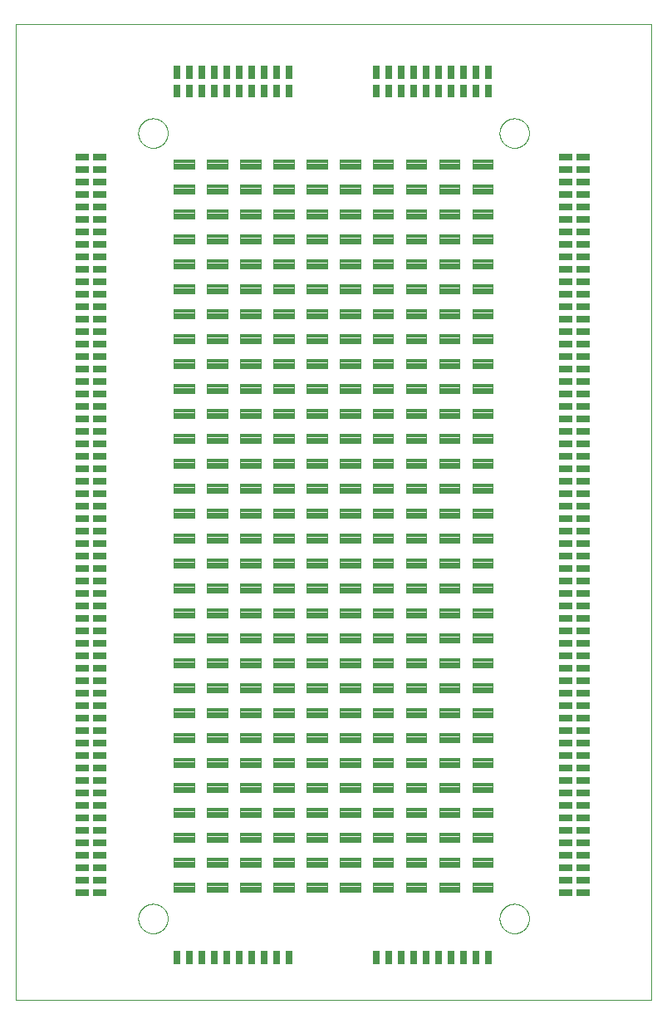
<source format=gtp>
G75*
%MOIN*%
%OFA0B0*%
%FSLAX25Y25*%
%IPPOS*%
%LPD*%
%AMOC8*
5,1,8,0,0,1.08239X$1,22.5*
%
%ADD10C,0.00000*%
%ADD11C,0.00378*%
%ADD12C,0.00225*%
D10*
X0001000Y0001000D02*
X0001000Y0392201D01*
X0255921Y0392201D01*
X0255921Y0001000D01*
X0001000Y0001000D01*
X0050094Y0033500D02*
X0050096Y0033653D01*
X0050102Y0033807D01*
X0050112Y0033960D01*
X0050126Y0034112D01*
X0050144Y0034265D01*
X0050166Y0034416D01*
X0050191Y0034567D01*
X0050221Y0034718D01*
X0050255Y0034868D01*
X0050292Y0035016D01*
X0050333Y0035164D01*
X0050378Y0035310D01*
X0050427Y0035456D01*
X0050480Y0035600D01*
X0050536Y0035742D01*
X0050596Y0035883D01*
X0050660Y0036023D01*
X0050727Y0036161D01*
X0050798Y0036297D01*
X0050873Y0036431D01*
X0050950Y0036563D01*
X0051032Y0036693D01*
X0051116Y0036821D01*
X0051204Y0036947D01*
X0051295Y0037070D01*
X0051389Y0037191D01*
X0051487Y0037309D01*
X0051587Y0037425D01*
X0051691Y0037538D01*
X0051797Y0037649D01*
X0051906Y0037757D01*
X0052018Y0037862D01*
X0052132Y0037963D01*
X0052250Y0038062D01*
X0052369Y0038158D01*
X0052491Y0038251D01*
X0052616Y0038340D01*
X0052743Y0038427D01*
X0052872Y0038509D01*
X0053003Y0038589D01*
X0053136Y0038665D01*
X0053271Y0038738D01*
X0053408Y0038807D01*
X0053547Y0038872D01*
X0053687Y0038934D01*
X0053829Y0038992D01*
X0053972Y0039047D01*
X0054117Y0039098D01*
X0054263Y0039145D01*
X0054410Y0039188D01*
X0054558Y0039227D01*
X0054707Y0039263D01*
X0054857Y0039294D01*
X0055008Y0039322D01*
X0055159Y0039346D01*
X0055312Y0039366D01*
X0055464Y0039382D01*
X0055617Y0039394D01*
X0055770Y0039402D01*
X0055923Y0039406D01*
X0056077Y0039406D01*
X0056230Y0039402D01*
X0056383Y0039394D01*
X0056536Y0039382D01*
X0056688Y0039366D01*
X0056841Y0039346D01*
X0056992Y0039322D01*
X0057143Y0039294D01*
X0057293Y0039263D01*
X0057442Y0039227D01*
X0057590Y0039188D01*
X0057737Y0039145D01*
X0057883Y0039098D01*
X0058028Y0039047D01*
X0058171Y0038992D01*
X0058313Y0038934D01*
X0058453Y0038872D01*
X0058592Y0038807D01*
X0058729Y0038738D01*
X0058864Y0038665D01*
X0058997Y0038589D01*
X0059128Y0038509D01*
X0059257Y0038427D01*
X0059384Y0038340D01*
X0059509Y0038251D01*
X0059631Y0038158D01*
X0059750Y0038062D01*
X0059868Y0037963D01*
X0059982Y0037862D01*
X0060094Y0037757D01*
X0060203Y0037649D01*
X0060309Y0037538D01*
X0060413Y0037425D01*
X0060513Y0037309D01*
X0060611Y0037191D01*
X0060705Y0037070D01*
X0060796Y0036947D01*
X0060884Y0036821D01*
X0060968Y0036693D01*
X0061050Y0036563D01*
X0061127Y0036431D01*
X0061202Y0036297D01*
X0061273Y0036161D01*
X0061340Y0036023D01*
X0061404Y0035883D01*
X0061464Y0035742D01*
X0061520Y0035600D01*
X0061573Y0035456D01*
X0061622Y0035310D01*
X0061667Y0035164D01*
X0061708Y0035016D01*
X0061745Y0034868D01*
X0061779Y0034718D01*
X0061809Y0034567D01*
X0061834Y0034416D01*
X0061856Y0034265D01*
X0061874Y0034112D01*
X0061888Y0033960D01*
X0061898Y0033807D01*
X0061904Y0033653D01*
X0061906Y0033500D01*
X0061904Y0033347D01*
X0061898Y0033193D01*
X0061888Y0033040D01*
X0061874Y0032888D01*
X0061856Y0032735D01*
X0061834Y0032584D01*
X0061809Y0032433D01*
X0061779Y0032282D01*
X0061745Y0032132D01*
X0061708Y0031984D01*
X0061667Y0031836D01*
X0061622Y0031690D01*
X0061573Y0031544D01*
X0061520Y0031400D01*
X0061464Y0031258D01*
X0061404Y0031117D01*
X0061340Y0030977D01*
X0061273Y0030839D01*
X0061202Y0030703D01*
X0061127Y0030569D01*
X0061050Y0030437D01*
X0060968Y0030307D01*
X0060884Y0030179D01*
X0060796Y0030053D01*
X0060705Y0029930D01*
X0060611Y0029809D01*
X0060513Y0029691D01*
X0060413Y0029575D01*
X0060309Y0029462D01*
X0060203Y0029351D01*
X0060094Y0029243D01*
X0059982Y0029138D01*
X0059868Y0029037D01*
X0059750Y0028938D01*
X0059631Y0028842D01*
X0059509Y0028749D01*
X0059384Y0028660D01*
X0059257Y0028573D01*
X0059128Y0028491D01*
X0058997Y0028411D01*
X0058864Y0028335D01*
X0058729Y0028262D01*
X0058592Y0028193D01*
X0058453Y0028128D01*
X0058313Y0028066D01*
X0058171Y0028008D01*
X0058028Y0027953D01*
X0057883Y0027902D01*
X0057737Y0027855D01*
X0057590Y0027812D01*
X0057442Y0027773D01*
X0057293Y0027737D01*
X0057143Y0027706D01*
X0056992Y0027678D01*
X0056841Y0027654D01*
X0056688Y0027634D01*
X0056536Y0027618D01*
X0056383Y0027606D01*
X0056230Y0027598D01*
X0056077Y0027594D01*
X0055923Y0027594D01*
X0055770Y0027598D01*
X0055617Y0027606D01*
X0055464Y0027618D01*
X0055312Y0027634D01*
X0055159Y0027654D01*
X0055008Y0027678D01*
X0054857Y0027706D01*
X0054707Y0027737D01*
X0054558Y0027773D01*
X0054410Y0027812D01*
X0054263Y0027855D01*
X0054117Y0027902D01*
X0053972Y0027953D01*
X0053829Y0028008D01*
X0053687Y0028066D01*
X0053547Y0028128D01*
X0053408Y0028193D01*
X0053271Y0028262D01*
X0053136Y0028335D01*
X0053003Y0028411D01*
X0052872Y0028491D01*
X0052743Y0028573D01*
X0052616Y0028660D01*
X0052491Y0028749D01*
X0052369Y0028842D01*
X0052250Y0028938D01*
X0052132Y0029037D01*
X0052018Y0029138D01*
X0051906Y0029243D01*
X0051797Y0029351D01*
X0051691Y0029462D01*
X0051587Y0029575D01*
X0051487Y0029691D01*
X0051389Y0029809D01*
X0051295Y0029930D01*
X0051204Y0030053D01*
X0051116Y0030179D01*
X0051032Y0030307D01*
X0050950Y0030437D01*
X0050873Y0030569D01*
X0050798Y0030703D01*
X0050727Y0030839D01*
X0050660Y0030977D01*
X0050596Y0031117D01*
X0050536Y0031258D01*
X0050480Y0031400D01*
X0050427Y0031544D01*
X0050378Y0031690D01*
X0050333Y0031836D01*
X0050292Y0031984D01*
X0050255Y0032132D01*
X0050221Y0032282D01*
X0050191Y0032433D01*
X0050166Y0032584D01*
X0050144Y0032735D01*
X0050126Y0032888D01*
X0050112Y0033040D01*
X0050102Y0033193D01*
X0050096Y0033347D01*
X0050094Y0033500D01*
X0195094Y0033500D02*
X0195096Y0033653D01*
X0195102Y0033807D01*
X0195112Y0033960D01*
X0195126Y0034112D01*
X0195144Y0034265D01*
X0195166Y0034416D01*
X0195191Y0034567D01*
X0195221Y0034718D01*
X0195255Y0034868D01*
X0195292Y0035016D01*
X0195333Y0035164D01*
X0195378Y0035310D01*
X0195427Y0035456D01*
X0195480Y0035600D01*
X0195536Y0035742D01*
X0195596Y0035883D01*
X0195660Y0036023D01*
X0195727Y0036161D01*
X0195798Y0036297D01*
X0195873Y0036431D01*
X0195950Y0036563D01*
X0196032Y0036693D01*
X0196116Y0036821D01*
X0196204Y0036947D01*
X0196295Y0037070D01*
X0196389Y0037191D01*
X0196487Y0037309D01*
X0196587Y0037425D01*
X0196691Y0037538D01*
X0196797Y0037649D01*
X0196906Y0037757D01*
X0197018Y0037862D01*
X0197132Y0037963D01*
X0197250Y0038062D01*
X0197369Y0038158D01*
X0197491Y0038251D01*
X0197616Y0038340D01*
X0197743Y0038427D01*
X0197872Y0038509D01*
X0198003Y0038589D01*
X0198136Y0038665D01*
X0198271Y0038738D01*
X0198408Y0038807D01*
X0198547Y0038872D01*
X0198687Y0038934D01*
X0198829Y0038992D01*
X0198972Y0039047D01*
X0199117Y0039098D01*
X0199263Y0039145D01*
X0199410Y0039188D01*
X0199558Y0039227D01*
X0199707Y0039263D01*
X0199857Y0039294D01*
X0200008Y0039322D01*
X0200159Y0039346D01*
X0200312Y0039366D01*
X0200464Y0039382D01*
X0200617Y0039394D01*
X0200770Y0039402D01*
X0200923Y0039406D01*
X0201077Y0039406D01*
X0201230Y0039402D01*
X0201383Y0039394D01*
X0201536Y0039382D01*
X0201688Y0039366D01*
X0201841Y0039346D01*
X0201992Y0039322D01*
X0202143Y0039294D01*
X0202293Y0039263D01*
X0202442Y0039227D01*
X0202590Y0039188D01*
X0202737Y0039145D01*
X0202883Y0039098D01*
X0203028Y0039047D01*
X0203171Y0038992D01*
X0203313Y0038934D01*
X0203453Y0038872D01*
X0203592Y0038807D01*
X0203729Y0038738D01*
X0203864Y0038665D01*
X0203997Y0038589D01*
X0204128Y0038509D01*
X0204257Y0038427D01*
X0204384Y0038340D01*
X0204509Y0038251D01*
X0204631Y0038158D01*
X0204750Y0038062D01*
X0204868Y0037963D01*
X0204982Y0037862D01*
X0205094Y0037757D01*
X0205203Y0037649D01*
X0205309Y0037538D01*
X0205413Y0037425D01*
X0205513Y0037309D01*
X0205611Y0037191D01*
X0205705Y0037070D01*
X0205796Y0036947D01*
X0205884Y0036821D01*
X0205968Y0036693D01*
X0206050Y0036563D01*
X0206127Y0036431D01*
X0206202Y0036297D01*
X0206273Y0036161D01*
X0206340Y0036023D01*
X0206404Y0035883D01*
X0206464Y0035742D01*
X0206520Y0035600D01*
X0206573Y0035456D01*
X0206622Y0035310D01*
X0206667Y0035164D01*
X0206708Y0035016D01*
X0206745Y0034868D01*
X0206779Y0034718D01*
X0206809Y0034567D01*
X0206834Y0034416D01*
X0206856Y0034265D01*
X0206874Y0034112D01*
X0206888Y0033960D01*
X0206898Y0033807D01*
X0206904Y0033653D01*
X0206906Y0033500D01*
X0206904Y0033347D01*
X0206898Y0033193D01*
X0206888Y0033040D01*
X0206874Y0032888D01*
X0206856Y0032735D01*
X0206834Y0032584D01*
X0206809Y0032433D01*
X0206779Y0032282D01*
X0206745Y0032132D01*
X0206708Y0031984D01*
X0206667Y0031836D01*
X0206622Y0031690D01*
X0206573Y0031544D01*
X0206520Y0031400D01*
X0206464Y0031258D01*
X0206404Y0031117D01*
X0206340Y0030977D01*
X0206273Y0030839D01*
X0206202Y0030703D01*
X0206127Y0030569D01*
X0206050Y0030437D01*
X0205968Y0030307D01*
X0205884Y0030179D01*
X0205796Y0030053D01*
X0205705Y0029930D01*
X0205611Y0029809D01*
X0205513Y0029691D01*
X0205413Y0029575D01*
X0205309Y0029462D01*
X0205203Y0029351D01*
X0205094Y0029243D01*
X0204982Y0029138D01*
X0204868Y0029037D01*
X0204750Y0028938D01*
X0204631Y0028842D01*
X0204509Y0028749D01*
X0204384Y0028660D01*
X0204257Y0028573D01*
X0204128Y0028491D01*
X0203997Y0028411D01*
X0203864Y0028335D01*
X0203729Y0028262D01*
X0203592Y0028193D01*
X0203453Y0028128D01*
X0203313Y0028066D01*
X0203171Y0028008D01*
X0203028Y0027953D01*
X0202883Y0027902D01*
X0202737Y0027855D01*
X0202590Y0027812D01*
X0202442Y0027773D01*
X0202293Y0027737D01*
X0202143Y0027706D01*
X0201992Y0027678D01*
X0201841Y0027654D01*
X0201688Y0027634D01*
X0201536Y0027618D01*
X0201383Y0027606D01*
X0201230Y0027598D01*
X0201077Y0027594D01*
X0200923Y0027594D01*
X0200770Y0027598D01*
X0200617Y0027606D01*
X0200464Y0027618D01*
X0200312Y0027634D01*
X0200159Y0027654D01*
X0200008Y0027678D01*
X0199857Y0027706D01*
X0199707Y0027737D01*
X0199558Y0027773D01*
X0199410Y0027812D01*
X0199263Y0027855D01*
X0199117Y0027902D01*
X0198972Y0027953D01*
X0198829Y0028008D01*
X0198687Y0028066D01*
X0198547Y0028128D01*
X0198408Y0028193D01*
X0198271Y0028262D01*
X0198136Y0028335D01*
X0198003Y0028411D01*
X0197872Y0028491D01*
X0197743Y0028573D01*
X0197616Y0028660D01*
X0197491Y0028749D01*
X0197369Y0028842D01*
X0197250Y0028938D01*
X0197132Y0029037D01*
X0197018Y0029138D01*
X0196906Y0029243D01*
X0196797Y0029351D01*
X0196691Y0029462D01*
X0196587Y0029575D01*
X0196487Y0029691D01*
X0196389Y0029809D01*
X0196295Y0029930D01*
X0196204Y0030053D01*
X0196116Y0030179D01*
X0196032Y0030307D01*
X0195950Y0030437D01*
X0195873Y0030569D01*
X0195798Y0030703D01*
X0195727Y0030839D01*
X0195660Y0030977D01*
X0195596Y0031117D01*
X0195536Y0031258D01*
X0195480Y0031400D01*
X0195427Y0031544D01*
X0195378Y0031690D01*
X0195333Y0031836D01*
X0195292Y0031984D01*
X0195255Y0032132D01*
X0195221Y0032282D01*
X0195191Y0032433D01*
X0195166Y0032584D01*
X0195144Y0032735D01*
X0195126Y0032888D01*
X0195112Y0033040D01*
X0195102Y0033193D01*
X0195096Y0033347D01*
X0195094Y0033500D01*
X0195094Y0348500D02*
X0195096Y0348653D01*
X0195102Y0348807D01*
X0195112Y0348960D01*
X0195126Y0349112D01*
X0195144Y0349265D01*
X0195166Y0349416D01*
X0195191Y0349567D01*
X0195221Y0349718D01*
X0195255Y0349868D01*
X0195292Y0350016D01*
X0195333Y0350164D01*
X0195378Y0350310D01*
X0195427Y0350456D01*
X0195480Y0350600D01*
X0195536Y0350742D01*
X0195596Y0350883D01*
X0195660Y0351023D01*
X0195727Y0351161D01*
X0195798Y0351297D01*
X0195873Y0351431D01*
X0195950Y0351563D01*
X0196032Y0351693D01*
X0196116Y0351821D01*
X0196204Y0351947D01*
X0196295Y0352070D01*
X0196389Y0352191D01*
X0196487Y0352309D01*
X0196587Y0352425D01*
X0196691Y0352538D01*
X0196797Y0352649D01*
X0196906Y0352757D01*
X0197018Y0352862D01*
X0197132Y0352963D01*
X0197250Y0353062D01*
X0197369Y0353158D01*
X0197491Y0353251D01*
X0197616Y0353340D01*
X0197743Y0353427D01*
X0197872Y0353509D01*
X0198003Y0353589D01*
X0198136Y0353665D01*
X0198271Y0353738D01*
X0198408Y0353807D01*
X0198547Y0353872D01*
X0198687Y0353934D01*
X0198829Y0353992D01*
X0198972Y0354047D01*
X0199117Y0354098D01*
X0199263Y0354145D01*
X0199410Y0354188D01*
X0199558Y0354227D01*
X0199707Y0354263D01*
X0199857Y0354294D01*
X0200008Y0354322D01*
X0200159Y0354346D01*
X0200312Y0354366D01*
X0200464Y0354382D01*
X0200617Y0354394D01*
X0200770Y0354402D01*
X0200923Y0354406D01*
X0201077Y0354406D01*
X0201230Y0354402D01*
X0201383Y0354394D01*
X0201536Y0354382D01*
X0201688Y0354366D01*
X0201841Y0354346D01*
X0201992Y0354322D01*
X0202143Y0354294D01*
X0202293Y0354263D01*
X0202442Y0354227D01*
X0202590Y0354188D01*
X0202737Y0354145D01*
X0202883Y0354098D01*
X0203028Y0354047D01*
X0203171Y0353992D01*
X0203313Y0353934D01*
X0203453Y0353872D01*
X0203592Y0353807D01*
X0203729Y0353738D01*
X0203864Y0353665D01*
X0203997Y0353589D01*
X0204128Y0353509D01*
X0204257Y0353427D01*
X0204384Y0353340D01*
X0204509Y0353251D01*
X0204631Y0353158D01*
X0204750Y0353062D01*
X0204868Y0352963D01*
X0204982Y0352862D01*
X0205094Y0352757D01*
X0205203Y0352649D01*
X0205309Y0352538D01*
X0205413Y0352425D01*
X0205513Y0352309D01*
X0205611Y0352191D01*
X0205705Y0352070D01*
X0205796Y0351947D01*
X0205884Y0351821D01*
X0205968Y0351693D01*
X0206050Y0351563D01*
X0206127Y0351431D01*
X0206202Y0351297D01*
X0206273Y0351161D01*
X0206340Y0351023D01*
X0206404Y0350883D01*
X0206464Y0350742D01*
X0206520Y0350600D01*
X0206573Y0350456D01*
X0206622Y0350310D01*
X0206667Y0350164D01*
X0206708Y0350016D01*
X0206745Y0349868D01*
X0206779Y0349718D01*
X0206809Y0349567D01*
X0206834Y0349416D01*
X0206856Y0349265D01*
X0206874Y0349112D01*
X0206888Y0348960D01*
X0206898Y0348807D01*
X0206904Y0348653D01*
X0206906Y0348500D01*
X0206904Y0348347D01*
X0206898Y0348193D01*
X0206888Y0348040D01*
X0206874Y0347888D01*
X0206856Y0347735D01*
X0206834Y0347584D01*
X0206809Y0347433D01*
X0206779Y0347282D01*
X0206745Y0347132D01*
X0206708Y0346984D01*
X0206667Y0346836D01*
X0206622Y0346690D01*
X0206573Y0346544D01*
X0206520Y0346400D01*
X0206464Y0346258D01*
X0206404Y0346117D01*
X0206340Y0345977D01*
X0206273Y0345839D01*
X0206202Y0345703D01*
X0206127Y0345569D01*
X0206050Y0345437D01*
X0205968Y0345307D01*
X0205884Y0345179D01*
X0205796Y0345053D01*
X0205705Y0344930D01*
X0205611Y0344809D01*
X0205513Y0344691D01*
X0205413Y0344575D01*
X0205309Y0344462D01*
X0205203Y0344351D01*
X0205094Y0344243D01*
X0204982Y0344138D01*
X0204868Y0344037D01*
X0204750Y0343938D01*
X0204631Y0343842D01*
X0204509Y0343749D01*
X0204384Y0343660D01*
X0204257Y0343573D01*
X0204128Y0343491D01*
X0203997Y0343411D01*
X0203864Y0343335D01*
X0203729Y0343262D01*
X0203592Y0343193D01*
X0203453Y0343128D01*
X0203313Y0343066D01*
X0203171Y0343008D01*
X0203028Y0342953D01*
X0202883Y0342902D01*
X0202737Y0342855D01*
X0202590Y0342812D01*
X0202442Y0342773D01*
X0202293Y0342737D01*
X0202143Y0342706D01*
X0201992Y0342678D01*
X0201841Y0342654D01*
X0201688Y0342634D01*
X0201536Y0342618D01*
X0201383Y0342606D01*
X0201230Y0342598D01*
X0201077Y0342594D01*
X0200923Y0342594D01*
X0200770Y0342598D01*
X0200617Y0342606D01*
X0200464Y0342618D01*
X0200312Y0342634D01*
X0200159Y0342654D01*
X0200008Y0342678D01*
X0199857Y0342706D01*
X0199707Y0342737D01*
X0199558Y0342773D01*
X0199410Y0342812D01*
X0199263Y0342855D01*
X0199117Y0342902D01*
X0198972Y0342953D01*
X0198829Y0343008D01*
X0198687Y0343066D01*
X0198547Y0343128D01*
X0198408Y0343193D01*
X0198271Y0343262D01*
X0198136Y0343335D01*
X0198003Y0343411D01*
X0197872Y0343491D01*
X0197743Y0343573D01*
X0197616Y0343660D01*
X0197491Y0343749D01*
X0197369Y0343842D01*
X0197250Y0343938D01*
X0197132Y0344037D01*
X0197018Y0344138D01*
X0196906Y0344243D01*
X0196797Y0344351D01*
X0196691Y0344462D01*
X0196587Y0344575D01*
X0196487Y0344691D01*
X0196389Y0344809D01*
X0196295Y0344930D01*
X0196204Y0345053D01*
X0196116Y0345179D01*
X0196032Y0345307D01*
X0195950Y0345437D01*
X0195873Y0345569D01*
X0195798Y0345703D01*
X0195727Y0345839D01*
X0195660Y0345977D01*
X0195596Y0346117D01*
X0195536Y0346258D01*
X0195480Y0346400D01*
X0195427Y0346544D01*
X0195378Y0346690D01*
X0195333Y0346836D01*
X0195292Y0346984D01*
X0195255Y0347132D01*
X0195221Y0347282D01*
X0195191Y0347433D01*
X0195166Y0347584D01*
X0195144Y0347735D01*
X0195126Y0347888D01*
X0195112Y0348040D01*
X0195102Y0348193D01*
X0195096Y0348347D01*
X0195094Y0348500D01*
X0050094Y0348500D02*
X0050096Y0348653D01*
X0050102Y0348807D01*
X0050112Y0348960D01*
X0050126Y0349112D01*
X0050144Y0349265D01*
X0050166Y0349416D01*
X0050191Y0349567D01*
X0050221Y0349718D01*
X0050255Y0349868D01*
X0050292Y0350016D01*
X0050333Y0350164D01*
X0050378Y0350310D01*
X0050427Y0350456D01*
X0050480Y0350600D01*
X0050536Y0350742D01*
X0050596Y0350883D01*
X0050660Y0351023D01*
X0050727Y0351161D01*
X0050798Y0351297D01*
X0050873Y0351431D01*
X0050950Y0351563D01*
X0051032Y0351693D01*
X0051116Y0351821D01*
X0051204Y0351947D01*
X0051295Y0352070D01*
X0051389Y0352191D01*
X0051487Y0352309D01*
X0051587Y0352425D01*
X0051691Y0352538D01*
X0051797Y0352649D01*
X0051906Y0352757D01*
X0052018Y0352862D01*
X0052132Y0352963D01*
X0052250Y0353062D01*
X0052369Y0353158D01*
X0052491Y0353251D01*
X0052616Y0353340D01*
X0052743Y0353427D01*
X0052872Y0353509D01*
X0053003Y0353589D01*
X0053136Y0353665D01*
X0053271Y0353738D01*
X0053408Y0353807D01*
X0053547Y0353872D01*
X0053687Y0353934D01*
X0053829Y0353992D01*
X0053972Y0354047D01*
X0054117Y0354098D01*
X0054263Y0354145D01*
X0054410Y0354188D01*
X0054558Y0354227D01*
X0054707Y0354263D01*
X0054857Y0354294D01*
X0055008Y0354322D01*
X0055159Y0354346D01*
X0055312Y0354366D01*
X0055464Y0354382D01*
X0055617Y0354394D01*
X0055770Y0354402D01*
X0055923Y0354406D01*
X0056077Y0354406D01*
X0056230Y0354402D01*
X0056383Y0354394D01*
X0056536Y0354382D01*
X0056688Y0354366D01*
X0056841Y0354346D01*
X0056992Y0354322D01*
X0057143Y0354294D01*
X0057293Y0354263D01*
X0057442Y0354227D01*
X0057590Y0354188D01*
X0057737Y0354145D01*
X0057883Y0354098D01*
X0058028Y0354047D01*
X0058171Y0353992D01*
X0058313Y0353934D01*
X0058453Y0353872D01*
X0058592Y0353807D01*
X0058729Y0353738D01*
X0058864Y0353665D01*
X0058997Y0353589D01*
X0059128Y0353509D01*
X0059257Y0353427D01*
X0059384Y0353340D01*
X0059509Y0353251D01*
X0059631Y0353158D01*
X0059750Y0353062D01*
X0059868Y0352963D01*
X0059982Y0352862D01*
X0060094Y0352757D01*
X0060203Y0352649D01*
X0060309Y0352538D01*
X0060413Y0352425D01*
X0060513Y0352309D01*
X0060611Y0352191D01*
X0060705Y0352070D01*
X0060796Y0351947D01*
X0060884Y0351821D01*
X0060968Y0351693D01*
X0061050Y0351563D01*
X0061127Y0351431D01*
X0061202Y0351297D01*
X0061273Y0351161D01*
X0061340Y0351023D01*
X0061404Y0350883D01*
X0061464Y0350742D01*
X0061520Y0350600D01*
X0061573Y0350456D01*
X0061622Y0350310D01*
X0061667Y0350164D01*
X0061708Y0350016D01*
X0061745Y0349868D01*
X0061779Y0349718D01*
X0061809Y0349567D01*
X0061834Y0349416D01*
X0061856Y0349265D01*
X0061874Y0349112D01*
X0061888Y0348960D01*
X0061898Y0348807D01*
X0061904Y0348653D01*
X0061906Y0348500D01*
X0061904Y0348347D01*
X0061898Y0348193D01*
X0061888Y0348040D01*
X0061874Y0347888D01*
X0061856Y0347735D01*
X0061834Y0347584D01*
X0061809Y0347433D01*
X0061779Y0347282D01*
X0061745Y0347132D01*
X0061708Y0346984D01*
X0061667Y0346836D01*
X0061622Y0346690D01*
X0061573Y0346544D01*
X0061520Y0346400D01*
X0061464Y0346258D01*
X0061404Y0346117D01*
X0061340Y0345977D01*
X0061273Y0345839D01*
X0061202Y0345703D01*
X0061127Y0345569D01*
X0061050Y0345437D01*
X0060968Y0345307D01*
X0060884Y0345179D01*
X0060796Y0345053D01*
X0060705Y0344930D01*
X0060611Y0344809D01*
X0060513Y0344691D01*
X0060413Y0344575D01*
X0060309Y0344462D01*
X0060203Y0344351D01*
X0060094Y0344243D01*
X0059982Y0344138D01*
X0059868Y0344037D01*
X0059750Y0343938D01*
X0059631Y0343842D01*
X0059509Y0343749D01*
X0059384Y0343660D01*
X0059257Y0343573D01*
X0059128Y0343491D01*
X0058997Y0343411D01*
X0058864Y0343335D01*
X0058729Y0343262D01*
X0058592Y0343193D01*
X0058453Y0343128D01*
X0058313Y0343066D01*
X0058171Y0343008D01*
X0058028Y0342953D01*
X0057883Y0342902D01*
X0057737Y0342855D01*
X0057590Y0342812D01*
X0057442Y0342773D01*
X0057293Y0342737D01*
X0057143Y0342706D01*
X0056992Y0342678D01*
X0056841Y0342654D01*
X0056688Y0342634D01*
X0056536Y0342618D01*
X0056383Y0342606D01*
X0056230Y0342598D01*
X0056077Y0342594D01*
X0055923Y0342594D01*
X0055770Y0342598D01*
X0055617Y0342606D01*
X0055464Y0342618D01*
X0055312Y0342634D01*
X0055159Y0342654D01*
X0055008Y0342678D01*
X0054857Y0342706D01*
X0054707Y0342737D01*
X0054558Y0342773D01*
X0054410Y0342812D01*
X0054263Y0342855D01*
X0054117Y0342902D01*
X0053972Y0342953D01*
X0053829Y0343008D01*
X0053687Y0343066D01*
X0053547Y0343128D01*
X0053408Y0343193D01*
X0053271Y0343262D01*
X0053136Y0343335D01*
X0053003Y0343411D01*
X0052872Y0343491D01*
X0052743Y0343573D01*
X0052616Y0343660D01*
X0052491Y0343749D01*
X0052369Y0343842D01*
X0052250Y0343938D01*
X0052132Y0344037D01*
X0052018Y0344138D01*
X0051906Y0344243D01*
X0051797Y0344351D01*
X0051691Y0344462D01*
X0051587Y0344575D01*
X0051487Y0344691D01*
X0051389Y0344809D01*
X0051295Y0344930D01*
X0051204Y0345053D01*
X0051116Y0345179D01*
X0051032Y0345307D01*
X0050950Y0345437D01*
X0050873Y0345569D01*
X0050798Y0345703D01*
X0050727Y0345839D01*
X0050660Y0345977D01*
X0050596Y0346117D01*
X0050536Y0346258D01*
X0050480Y0346400D01*
X0050427Y0346544D01*
X0050378Y0346690D01*
X0050333Y0346836D01*
X0050292Y0346984D01*
X0050255Y0347132D01*
X0050221Y0347282D01*
X0050191Y0347433D01*
X0050166Y0347584D01*
X0050144Y0347735D01*
X0050126Y0347888D01*
X0050112Y0348040D01*
X0050102Y0348193D01*
X0050096Y0348347D01*
X0050094Y0348500D01*
D11*
X0064389Y0334089D02*
X0072611Y0334089D01*
X0064389Y0334089D02*
X0064389Y0337911D01*
X0072611Y0337911D01*
X0072611Y0334089D01*
X0072611Y0334466D02*
X0064389Y0334466D01*
X0064389Y0334843D02*
X0072611Y0334843D01*
X0072611Y0335220D02*
X0064389Y0335220D01*
X0064389Y0335597D02*
X0072611Y0335597D01*
X0072611Y0335974D02*
X0064389Y0335974D01*
X0064389Y0336351D02*
X0072611Y0336351D01*
X0072611Y0336728D02*
X0064389Y0336728D01*
X0064389Y0337105D02*
X0072611Y0337105D01*
X0072611Y0337482D02*
X0064389Y0337482D01*
X0064389Y0337859D02*
X0072611Y0337859D01*
X0077696Y0334089D02*
X0085918Y0334089D01*
X0077696Y0334089D02*
X0077696Y0337911D01*
X0085918Y0337911D01*
X0085918Y0334089D01*
X0085918Y0334466D02*
X0077696Y0334466D01*
X0077696Y0334843D02*
X0085918Y0334843D01*
X0085918Y0335220D02*
X0077696Y0335220D01*
X0077696Y0335597D02*
X0085918Y0335597D01*
X0085918Y0335974D02*
X0077696Y0335974D01*
X0077696Y0336351D02*
X0085918Y0336351D01*
X0085918Y0336728D02*
X0077696Y0336728D01*
X0077696Y0337105D02*
X0085918Y0337105D01*
X0085918Y0337482D02*
X0077696Y0337482D01*
X0077696Y0337859D02*
X0085918Y0337859D01*
X0085918Y0324089D02*
X0077696Y0324089D01*
X0077696Y0327911D01*
X0085918Y0327911D01*
X0085918Y0324089D01*
X0085918Y0324466D02*
X0077696Y0324466D01*
X0077696Y0324843D02*
X0085918Y0324843D01*
X0085918Y0325220D02*
X0077696Y0325220D01*
X0077696Y0325597D02*
X0085918Y0325597D01*
X0085918Y0325974D02*
X0077696Y0325974D01*
X0077696Y0326351D02*
X0085918Y0326351D01*
X0085918Y0326728D02*
X0077696Y0326728D01*
X0077696Y0327105D02*
X0085918Y0327105D01*
X0085918Y0327482D02*
X0077696Y0327482D01*
X0077696Y0327859D02*
X0085918Y0327859D01*
X0085918Y0314089D02*
X0077696Y0314089D01*
X0077696Y0317911D01*
X0085918Y0317911D01*
X0085918Y0314089D01*
X0085918Y0314466D02*
X0077696Y0314466D01*
X0077696Y0314843D02*
X0085918Y0314843D01*
X0085918Y0315220D02*
X0077696Y0315220D01*
X0077696Y0315597D02*
X0085918Y0315597D01*
X0085918Y0315974D02*
X0077696Y0315974D01*
X0077696Y0316351D02*
X0085918Y0316351D01*
X0085918Y0316728D02*
X0077696Y0316728D01*
X0077696Y0317105D02*
X0085918Y0317105D01*
X0085918Y0317482D02*
X0077696Y0317482D01*
X0077696Y0317859D02*
X0085918Y0317859D01*
X0085918Y0304089D02*
X0077696Y0304089D01*
X0077696Y0307911D01*
X0085918Y0307911D01*
X0085918Y0304089D01*
X0085918Y0304466D02*
X0077696Y0304466D01*
X0077696Y0304843D02*
X0085918Y0304843D01*
X0085918Y0305220D02*
X0077696Y0305220D01*
X0077696Y0305597D02*
X0085918Y0305597D01*
X0085918Y0305974D02*
X0077696Y0305974D01*
X0077696Y0306351D02*
X0085918Y0306351D01*
X0085918Y0306728D02*
X0077696Y0306728D01*
X0077696Y0307105D02*
X0085918Y0307105D01*
X0085918Y0307482D02*
X0077696Y0307482D01*
X0077696Y0307859D02*
X0085918Y0307859D01*
X0085918Y0294089D02*
X0077696Y0294089D01*
X0077696Y0297911D01*
X0085918Y0297911D01*
X0085918Y0294089D01*
X0085918Y0294466D02*
X0077696Y0294466D01*
X0077696Y0294843D02*
X0085918Y0294843D01*
X0085918Y0295220D02*
X0077696Y0295220D01*
X0077696Y0295597D02*
X0085918Y0295597D01*
X0085918Y0295974D02*
X0077696Y0295974D01*
X0077696Y0296351D02*
X0085918Y0296351D01*
X0085918Y0296728D02*
X0077696Y0296728D01*
X0077696Y0297105D02*
X0085918Y0297105D01*
X0085918Y0297482D02*
X0077696Y0297482D01*
X0077696Y0297859D02*
X0085918Y0297859D01*
X0085918Y0284089D02*
X0077696Y0284089D01*
X0077696Y0287911D01*
X0085918Y0287911D01*
X0085918Y0284089D01*
X0085918Y0284466D02*
X0077696Y0284466D01*
X0077696Y0284843D02*
X0085918Y0284843D01*
X0085918Y0285220D02*
X0077696Y0285220D01*
X0077696Y0285597D02*
X0085918Y0285597D01*
X0085918Y0285974D02*
X0077696Y0285974D01*
X0077696Y0286351D02*
X0085918Y0286351D01*
X0085918Y0286728D02*
X0077696Y0286728D01*
X0077696Y0287105D02*
X0085918Y0287105D01*
X0085918Y0287482D02*
X0077696Y0287482D01*
X0077696Y0287859D02*
X0085918Y0287859D01*
X0085918Y0274089D02*
X0077696Y0274089D01*
X0077696Y0277911D01*
X0085918Y0277911D01*
X0085918Y0274089D01*
X0085918Y0274466D02*
X0077696Y0274466D01*
X0077696Y0274843D02*
X0085918Y0274843D01*
X0085918Y0275220D02*
X0077696Y0275220D01*
X0077696Y0275597D02*
X0085918Y0275597D01*
X0085918Y0275974D02*
X0077696Y0275974D01*
X0077696Y0276351D02*
X0085918Y0276351D01*
X0085918Y0276728D02*
X0077696Y0276728D01*
X0077696Y0277105D02*
X0085918Y0277105D01*
X0085918Y0277482D02*
X0077696Y0277482D01*
X0077696Y0277859D02*
X0085918Y0277859D01*
X0085918Y0264089D02*
X0077696Y0264089D01*
X0077696Y0267911D01*
X0085918Y0267911D01*
X0085918Y0264089D01*
X0085918Y0264466D02*
X0077696Y0264466D01*
X0077696Y0264843D02*
X0085918Y0264843D01*
X0085918Y0265220D02*
X0077696Y0265220D01*
X0077696Y0265597D02*
X0085918Y0265597D01*
X0085918Y0265974D02*
X0077696Y0265974D01*
X0077696Y0266351D02*
X0085918Y0266351D01*
X0085918Y0266728D02*
X0077696Y0266728D01*
X0077696Y0267105D02*
X0085918Y0267105D01*
X0085918Y0267482D02*
X0077696Y0267482D01*
X0077696Y0267859D02*
X0085918Y0267859D01*
X0085918Y0254089D02*
X0077696Y0254089D01*
X0077696Y0257911D01*
X0085918Y0257911D01*
X0085918Y0254089D01*
X0085918Y0254466D02*
X0077696Y0254466D01*
X0077696Y0254843D02*
X0085918Y0254843D01*
X0085918Y0255220D02*
X0077696Y0255220D01*
X0077696Y0255597D02*
X0085918Y0255597D01*
X0085918Y0255974D02*
X0077696Y0255974D01*
X0077696Y0256351D02*
X0085918Y0256351D01*
X0085918Y0256728D02*
X0077696Y0256728D01*
X0077696Y0257105D02*
X0085918Y0257105D01*
X0085918Y0257482D02*
X0077696Y0257482D01*
X0077696Y0257859D02*
X0085918Y0257859D01*
X0085918Y0244089D02*
X0077696Y0244089D01*
X0077696Y0247911D01*
X0085918Y0247911D01*
X0085918Y0244089D01*
X0085918Y0244466D02*
X0077696Y0244466D01*
X0077696Y0244843D02*
X0085918Y0244843D01*
X0085918Y0245220D02*
X0077696Y0245220D01*
X0077696Y0245597D02*
X0085918Y0245597D01*
X0085918Y0245974D02*
X0077696Y0245974D01*
X0077696Y0246351D02*
X0085918Y0246351D01*
X0085918Y0246728D02*
X0077696Y0246728D01*
X0077696Y0247105D02*
X0085918Y0247105D01*
X0085918Y0247482D02*
X0077696Y0247482D01*
X0077696Y0247859D02*
X0085918Y0247859D01*
X0085918Y0234089D02*
X0077696Y0234089D01*
X0077696Y0237911D01*
X0085918Y0237911D01*
X0085918Y0234089D01*
X0085918Y0234466D02*
X0077696Y0234466D01*
X0077696Y0234843D02*
X0085918Y0234843D01*
X0085918Y0235220D02*
X0077696Y0235220D01*
X0077696Y0235597D02*
X0085918Y0235597D01*
X0085918Y0235974D02*
X0077696Y0235974D01*
X0077696Y0236351D02*
X0085918Y0236351D01*
X0085918Y0236728D02*
X0077696Y0236728D01*
X0077696Y0237105D02*
X0085918Y0237105D01*
X0085918Y0237482D02*
X0077696Y0237482D01*
X0077696Y0237859D02*
X0085918Y0237859D01*
X0085918Y0224089D02*
X0077696Y0224089D01*
X0077696Y0227911D01*
X0085918Y0227911D01*
X0085918Y0224089D01*
X0085918Y0224466D02*
X0077696Y0224466D01*
X0077696Y0224843D02*
X0085918Y0224843D01*
X0085918Y0225220D02*
X0077696Y0225220D01*
X0077696Y0225597D02*
X0085918Y0225597D01*
X0085918Y0225974D02*
X0077696Y0225974D01*
X0077696Y0226351D02*
X0085918Y0226351D01*
X0085918Y0226728D02*
X0077696Y0226728D01*
X0077696Y0227105D02*
X0085918Y0227105D01*
X0085918Y0227482D02*
X0077696Y0227482D01*
X0077696Y0227859D02*
X0085918Y0227859D01*
X0085918Y0214089D02*
X0077696Y0214089D01*
X0077696Y0217911D01*
X0085918Y0217911D01*
X0085918Y0214089D01*
X0085918Y0214466D02*
X0077696Y0214466D01*
X0077696Y0214843D02*
X0085918Y0214843D01*
X0085918Y0215220D02*
X0077696Y0215220D01*
X0077696Y0215597D02*
X0085918Y0215597D01*
X0085918Y0215974D02*
X0077696Y0215974D01*
X0077696Y0216351D02*
X0085918Y0216351D01*
X0085918Y0216728D02*
X0077696Y0216728D01*
X0077696Y0217105D02*
X0085918Y0217105D01*
X0085918Y0217482D02*
X0077696Y0217482D01*
X0077696Y0217859D02*
X0085918Y0217859D01*
X0085918Y0204089D02*
X0077696Y0204089D01*
X0077696Y0207911D01*
X0085918Y0207911D01*
X0085918Y0204089D01*
X0085918Y0204466D02*
X0077696Y0204466D01*
X0077696Y0204843D02*
X0085918Y0204843D01*
X0085918Y0205220D02*
X0077696Y0205220D01*
X0077696Y0205597D02*
X0085918Y0205597D01*
X0085918Y0205974D02*
X0077696Y0205974D01*
X0077696Y0206351D02*
X0085918Y0206351D01*
X0085918Y0206728D02*
X0077696Y0206728D01*
X0077696Y0207105D02*
X0085918Y0207105D01*
X0085918Y0207482D02*
X0077696Y0207482D01*
X0077696Y0207859D02*
X0085918Y0207859D01*
X0085918Y0194089D02*
X0077696Y0194089D01*
X0077696Y0197911D01*
X0085918Y0197911D01*
X0085918Y0194089D01*
X0085918Y0194466D02*
X0077696Y0194466D01*
X0077696Y0194843D02*
X0085918Y0194843D01*
X0085918Y0195220D02*
X0077696Y0195220D01*
X0077696Y0195597D02*
X0085918Y0195597D01*
X0085918Y0195974D02*
X0077696Y0195974D01*
X0077696Y0196351D02*
X0085918Y0196351D01*
X0085918Y0196728D02*
X0077696Y0196728D01*
X0077696Y0197105D02*
X0085918Y0197105D01*
X0085918Y0197482D02*
X0077696Y0197482D01*
X0077696Y0197859D02*
X0085918Y0197859D01*
X0085918Y0184089D02*
X0077696Y0184089D01*
X0077696Y0187911D01*
X0085918Y0187911D01*
X0085918Y0184089D01*
X0085918Y0184466D02*
X0077696Y0184466D01*
X0077696Y0184843D02*
X0085918Y0184843D01*
X0085918Y0185220D02*
X0077696Y0185220D01*
X0077696Y0185597D02*
X0085918Y0185597D01*
X0085918Y0185974D02*
X0077696Y0185974D01*
X0077696Y0186351D02*
X0085918Y0186351D01*
X0085918Y0186728D02*
X0077696Y0186728D01*
X0077696Y0187105D02*
X0085918Y0187105D01*
X0085918Y0187482D02*
X0077696Y0187482D01*
X0077696Y0187859D02*
X0085918Y0187859D01*
X0085918Y0174089D02*
X0077696Y0174089D01*
X0077696Y0177911D01*
X0085918Y0177911D01*
X0085918Y0174089D01*
X0085918Y0174466D02*
X0077696Y0174466D01*
X0077696Y0174843D02*
X0085918Y0174843D01*
X0085918Y0175220D02*
X0077696Y0175220D01*
X0077696Y0175597D02*
X0085918Y0175597D01*
X0085918Y0175974D02*
X0077696Y0175974D01*
X0077696Y0176351D02*
X0085918Y0176351D01*
X0085918Y0176728D02*
X0077696Y0176728D01*
X0077696Y0177105D02*
X0085918Y0177105D01*
X0085918Y0177482D02*
X0077696Y0177482D01*
X0077696Y0177859D02*
X0085918Y0177859D01*
X0085918Y0164089D02*
X0077696Y0164089D01*
X0077696Y0167911D01*
X0085918Y0167911D01*
X0085918Y0164089D01*
X0085918Y0164466D02*
X0077696Y0164466D01*
X0077696Y0164843D02*
X0085918Y0164843D01*
X0085918Y0165220D02*
X0077696Y0165220D01*
X0077696Y0165597D02*
X0085918Y0165597D01*
X0085918Y0165974D02*
X0077696Y0165974D01*
X0077696Y0166351D02*
X0085918Y0166351D01*
X0085918Y0166728D02*
X0077696Y0166728D01*
X0077696Y0167105D02*
X0085918Y0167105D01*
X0085918Y0167482D02*
X0077696Y0167482D01*
X0077696Y0167859D02*
X0085918Y0167859D01*
X0085918Y0154089D02*
X0077696Y0154089D01*
X0077696Y0157911D01*
X0085918Y0157911D01*
X0085918Y0154089D01*
X0085918Y0154466D02*
X0077696Y0154466D01*
X0077696Y0154843D02*
X0085918Y0154843D01*
X0085918Y0155220D02*
X0077696Y0155220D01*
X0077696Y0155597D02*
X0085918Y0155597D01*
X0085918Y0155974D02*
X0077696Y0155974D01*
X0077696Y0156351D02*
X0085918Y0156351D01*
X0085918Y0156728D02*
X0077696Y0156728D01*
X0077696Y0157105D02*
X0085918Y0157105D01*
X0085918Y0157482D02*
X0077696Y0157482D01*
X0077696Y0157859D02*
X0085918Y0157859D01*
X0085918Y0144089D02*
X0077696Y0144089D01*
X0077696Y0147911D01*
X0085918Y0147911D01*
X0085918Y0144089D01*
X0085918Y0144466D02*
X0077696Y0144466D01*
X0077696Y0144843D02*
X0085918Y0144843D01*
X0085918Y0145220D02*
X0077696Y0145220D01*
X0077696Y0145597D02*
X0085918Y0145597D01*
X0085918Y0145974D02*
X0077696Y0145974D01*
X0077696Y0146351D02*
X0085918Y0146351D01*
X0085918Y0146728D02*
X0077696Y0146728D01*
X0077696Y0147105D02*
X0085918Y0147105D01*
X0085918Y0147482D02*
X0077696Y0147482D01*
X0077696Y0147859D02*
X0085918Y0147859D01*
X0085918Y0134089D02*
X0077696Y0134089D01*
X0077696Y0137911D01*
X0085918Y0137911D01*
X0085918Y0134089D01*
X0085918Y0134466D02*
X0077696Y0134466D01*
X0077696Y0134843D02*
X0085918Y0134843D01*
X0085918Y0135220D02*
X0077696Y0135220D01*
X0077696Y0135597D02*
X0085918Y0135597D01*
X0085918Y0135974D02*
X0077696Y0135974D01*
X0077696Y0136351D02*
X0085918Y0136351D01*
X0085918Y0136728D02*
X0077696Y0136728D01*
X0077696Y0137105D02*
X0085918Y0137105D01*
X0085918Y0137482D02*
X0077696Y0137482D01*
X0077696Y0137859D02*
X0085918Y0137859D01*
X0085918Y0124089D02*
X0077696Y0124089D01*
X0077696Y0127911D01*
X0085918Y0127911D01*
X0085918Y0124089D01*
X0085918Y0124466D02*
X0077696Y0124466D01*
X0077696Y0124843D02*
X0085918Y0124843D01*
X0085918Y0125220D02*
X0077696Y0125220D01*
X0077696Y0125597D02*
X0085918Y0125597D01*
X0085918Y0125974D02*
X0077696Y0125974D01*
X0077696Y0126351D02*
X0085918Y0126351D01*
X0085918Y0126728D02*
X0077696Y0126728D01*
X0077696Y0127105D02*
X0085918Y0127105D01*
X0085918Y0127482D02*
X0077696Y0127482D01*
X0077696Y0127859D02*
X0085918Y0127859D01*
X0085918Y0114089D02*
X0077696Y0114089D01*
X0077696Y0117911D01*
X0085918Y0117911D01*
X0085918Y0114089D01*
X0085918Y0114466D02*
X0077696Y0114466D01*
X0077696Y0114843D02*
X0085918Y0114843D01*
X0085918Y0115220D02*
X0077696Y0115220D01*
X0077696Y0115597D02*
X0085918Y0115597D01*
X0085918Y0115974D02*
X0077696Y0115974D01*
X0077696Y0116351D02*
X0085918Y0116351D01*
X0085918Y0116728D02*
X0077696Y0116728D01*
X0077696Y0117105D02*
X0085918Y0117105D01*
X0085918Y0117482D02*
X0077696Y0117482D01*
X0077696Y0117859D02*
X0085918Y0117859D01*
X0085918Y0104089D02*
X0077696Y0104089D01*
X0077696Y0107911D01*
X0085918Y0107911D01*
X0085918Y0104089D01*
X0085918Y0104466D02*
X0077696Y0104466D01*
X0077696Y0104843D02*
X0085918Y0104843D01*
X0085918Y0105220D02*
X0077696Y0105220D01*
X0077696Y0105597D02*
X0085918Y0105597D01*
X0085918Y0105974D02*
X0077696Y0105974D01*
X0077696Y0106351D02*
X0085918Y0106351D01*
X0085918Y0106728D02*
X0077696Y0106728D01*
X0077696Y0107105D02*
X0085918Y0107105D01*
X0085918Y0107482D02*
X0077696Y0107482D01*
X0077696Y0107859D02*
X0085918Y0107859D01*
X0085918Y0094089D02*
X0077696Y0094089D01*
X0077696Y0097911D01*
X0085918Y0097911D01*
X0085918Y0094089D01*
X0085918Y0094466D02*
X0077696Y0094466D01*
X0077696Y0094843D02*
X0085918Y0094843D01*
X0085918Y0095220D02*
X0077696Y0095220D01*
X0077696Y0095597D02*
X0085918Y0095597D01*
X0085918Y0095974D02*
X0077696Y0095974D01*
X0077696Y0096351D02*
X0085918Y0096351D01*
X0085918Y0096728D02*
X0077696Y0096728D01*
X0077696Y0097105D02*
X0085918Y0097105D01*
X0085918Y0097482D02*
X0077696Y0097482D01*
X0077696Y0097859D02*
X0085918Y0097859D01*
X0085918Y0084089D02*
X0077696Y0084089D01*
X0077696Y0087911D01*
X0085918Y0087911D01*
X0085918Y0084089D01*
X0085918Y0084466D02*
X0077696Y0084466D01*
X0077696Y0084843D02*
X0085918Y0084843D01*
X0085918Y0085220D02*
X0077696Y0085220D01*
X0077696Y0085597D02*
X0085918Y0085597D01*
X0085918Y0085974D02*
X0077696Y0085974D01*
X0077696Y0086351D02*
X0085918Y0086351D01*
X0085918Y0086728D02*
X0077696Y0086728D01*
X0077696Y0087105D02*
X0085918Y0087105D01*
X0085918Y0087482D02*
X0077696Y0087482D01*
X0077696Y0087859D02*
X0085918Y0087859D01*
X0085918Y0074089D02*
X0077696Y0074089D01*
X0077696Y0077911D01*
X0085918Y0077911D01*
X0085918Y0074089D01*
X0085918Y0074466D02*
X0077696Y0074466D01*
X0077696Y0074843D02*
X0085918Y0074843D01*
X0085918Y0075220D02*
X0077696Y0075220D01*
X0077696Y0075597D02*
X0085918Y0075597D01*
X0085918Y0075974D02*
X0077696Y0075974D01*
X0077696Y0076351D02*
X0085918Y0076351D01*
X0085918Y0076728D02*
X0077696Y0076728D01*
X0077696Y0077105D02*
X0085918Y0077105D01*
X0085918Y0077482D02*
X0077696Y0077482D01*
X0077696Y0077859D02*
X0085918Y0077859D01*
X0085918Y0064089D02*
X0077696Y0064089D01*
X0077696Y0067911D01*
X0085918Y0067911D01*
X0085918Y0064089D01*
X0085918Y0064466D02*
X0077696Y0064466D01*
X0077696Y0064843D02*
X0085918Y0064843D01*
X0085918Y0065220D02*
X0077696Y0065220D01*
X0077696Y0065597D02*
X0085918Y0065597D01*
X0085918Y0065974D02*
X0077696Y0065974D01*
X0077696Y0066351D02*
X0085918Y0066351D01*
X0085918Y0066728D02*
X0077696Y0066728D01*
X0077696Y0067105D02*
X0085918Y0067105D01*
X0085918Y0067482D02*
X0077696Y0067482D01*
X0077696Y0067859D02*
X0085918Y0067859D01*
X0085918Y0054089D02*
X0077696Y0054089D01*
X0077696Y0057911D01*
X0085918Y0057911D01*
X0085918Y0054089D01*
X0085918Y0054466D02*
X0077696Y0054466D01*
X0077696Y0054843D02*
X0085918Y0054843D01*
X0085918Y0055220D02*
X0077696Y0055220D01*
X0077696Y0055597D02*
X0085918Y0055597D01*
X0085918Y0055974D02*
X0077696Y0055974D01*
X0077696Y0056351D02*
X0085918Y0056351D01*
X0085918Y0056728D02*
X0077696Y0056728D01*
X0077696Y0057105D02*
X0085918Y0057105D01*
X0085918Y0057482D02*
X0077696Y0057482D01*
X0077696Y0057859D02*
X0085918Y0057859D01*
X0085918Y0044089D02*
X0077696Y0044089D01*
X0077696Y0047911D01*
X0085918Y0047911D01*
X0085918Y0044089D01*
X0085918Y0044466D02*
X0077696Y0044466D01*
X0077696Y0044843D02*
X0085918Y0044843D01*
X0085918Y0045220D02*
X0077696Y0045220D01*
X0077696Y0045597D02*
X0085918Y0045597D01*
X0085918Y0045974D02*
X0077696Y0045974D01*
X0077696Y0046351D02*
X0085918Y0046351D01*
X0085918Y0046728D02*
X0077696Y0046728D01*
X0077696Y0047105D02*
X0085918Y0047105D01*
X0085918Y0047482D02*
X0077696Y0047482D01*
X0077696Y0047859D02*
X0085918Y0047859D01*
X0091003Y0044089D02*
X0099225Y0044089D01*
X0091003Y0044089D02*
X0091003Y0047911D01*
X0099225Y0047911D01*
X0099225Y0044089D01*
X0099225Y0044466D02*
X0091003Y0044466D01*
X0091003Y0044843D02*
X0099225Y0044843D01*
X0099225Y0045220D02*
X0091003Y0045220D01*
X0091003Y0045597D02*
X0099225Y0045597D01*
X0099225Y0045974D02*
X0091003Y0045974D01*
X0091003Y0046351D02*
X0099225Y0046351D01*
X0099225Y0046728D02*
X0091003Y0046728D01*
X0091003Y0047105D02*
X0099225Y0047105D01*
X0099225Y0047482D02*
X0091003Y0047482D01*
X0091003Y0047859D02*
X0099225Y0047859D01*
X0099225Y0054089D02*
X0091003Y0054089D01*
X0091003Y0057911D01*
X0099225Y0057911D01*
X0099225Y0054089D01*
X0099225Y0054466D02*
X0091003Y0054466D01*
X0091003Y0054843D02*
X0099225Y0054843D01*
X0099225Y0055220D02*
X0091003Y0055220D01*
X0091003Y0055597D02*
X0099225Y0055597D01*
X0099225Y0055974D02*
X0091003Y0055974D01*
X0091003Y0056351D02*
X0099225Y0056351D01*
X0099225Y0056728D02*
X0091003Y0056728D01*
X0091003Y0057105D02*
X0099225Y0057105D01*
X0099225Y0057482D02*
X0091003Y0057482D01*
X0091003Y0057859D02*
X0099225Y0057859D01*
X0099225Y0064089D02*
X0091003Y0064089D01*
X0091003Y0067911D01*
X0099225Y0067911D01*
X0099225Y0064089D01*
X0099225Y0064466D02*
X0091003Y0064466D01*
X0091003Y0064843D02*
X0099225Y0064843D01*
X0099225Y0065220D02*
X0091003Y0065220D01*
X0091003Y0065597D02*
X0099225Y0065597D01*
X0099225Y0065974D02*
X0091003Y0065974D01*
X0091003Y0066351D02*
X0099225Y0066351D01*
X0099225Y0066728D02*
X0091003Y0066728D01*
X0091003Y0067105D02*
X0099225Y0067105D01*
X0099225Y0067482D02*
X0091003Y0067482D01*
X0091003Y0067859D02*
X0099225Y0067859D01*
X0099225Y0074089D02*
X0091003Y0074089D01*
X0091003Y0077911D01*
X0099225Y0077911D01*
X0099225Y0074089D01*
X0099225Y0074466D02*
X0091003Y0074466D01*
X0091003Y0074843D02*
X0099225Y0074843D01*
X0099225Y0075220D02*
X0091003Y0075220D01*
X0091003Y0075597D02*
X0099225Y0075597D01*
X0099225Y0075974D02*
X0091003Y0075974D01*
X0091003Y0076351D02*
X0099225Y0076351D01*
X0099225Y0076728D02*
X0091003Y0076728D01*
X0091003Y0077105D02*
X0099225Y0077105D01*
X0099225Y0077482D02*
X0091003Y0077482D01*
X0091003Y0077859D02*
X0099225Y0077859D01*
X0099225Y0084089D02*
X0091003Y0084089D01*
X0091003Y0087911D01*
X0099225Y0087911D01*
X0099225Y0084089D01*
X0099225Y0084466D02*
X0091003Y0084466D01*
X0091003Y0084843D02*
X0099225Y0084843D01*
X0099225Y0085220D02*
X0091003Y0085220D01*
X0091003Y0085597D02*
X0099225Y0085597D01*
X0099225Y0085974D02*
X0091003Y0085974D01*
X0091003Y0086351D02*
X0099225Y0086351D01*
X0099225Y0086728D02*
X0091003Y0086728D01*
X0091003Y0087105D02*
X0099225Y0087105D01*
X0099225Y0087482D02*
X0091003Y0087482D01*
X0091003Y0087859D02*
X0099225Y0087859D01*
X0099225Y0094089D02*
X0091003Y0094089D01*
X0091003Y0097911D01*
X0099225Y0097911D01*
X0099225Y0094089D01*
X0099225Y0094466D02*
X0091003Y0094466D01*
X0091003Y0094843D02*
X0099225Y0094843D01*
X0099225Y0095220D02*
X0091003Y0095220D01*
X0091003Y0095597D02*
X0099225Y0095597D01*
X0099225Y0095974D02*
X0091003Y0095974D01*
X0091003Y0096351D02*
X0099225Y0096351D01*
X0099225Y0096728D02*
X0091003Y0096728D01*
X0091003Y0097105D02*
X0099225Y0097105D01*
X0099225Y0097482D02*
X0091003Y0097482D01*
X0091003Y0097859D02*
X0099225Y0097859D01*
X0099225Y0104089D02*
X0091003Y0104089D01*
X0091003Y0107911D01*
X0099225Y0107911D01*
X0099225Y0104089D01*
X0099225Y0104466D02*
X0091003Y0104466D01*
X0091003Y0104843D02*
X0099225Y0104843D01*
X0099225Y0105220D02*
X0091003Y0105220D01*
X0091003Y0105597D02*
X0099225Y0105597D01*
X0099225Y0105974D02*
X0091003Y0105974D01*
X0091003Y0106351D02*
X0099225Y0106351D01*
X0099225Y0106728D02*
X0091003Y0106728D01*
X0091003Y0107105D02*
X0099225Y0107105D01*
X0099225Y0107482D02*
X0091003Y0107482D01*
X0091003Y0107859D02*
X0099225Y0107859D01*
X0099225Y0114089D02*
X0091003Y0114089D01*
X0091003Y0117911D01*
X0099225Y0117911D01*
X0099225Y0114089D01*
X0099225Y0114466D02*
X0091003Y0114466D01*
X0091003Y0114843D02*
X0099225Y0114843D01*
X0099225Y0115220D02*
X0091003Y0115220D01*
X0091003Y0115597D02*
X0099225Y0115597D01*
X0099225Y0115974D02*
X0091003Y0115974D01*
X0091003Y0116351D02*
X0099225Y0116351D01*
X0099225Y0116728D02*
X0091003Y0116728D01*
X0091003Y0117105D02*
X0099225Y0117105D01*
X0099225Y0117482D02*
X0091003Y0117482D01*
X0091003Y0117859D02*
X0099225Y0117859D01*
X0099225Y0124089D02*
X0091003Y0124089D01*
X0091003Y0127911D01*
X0099225Y0127911D01*
X0099225Y0124089D01*
X0099225Y0124466D02*
X0091003Y0124466D01*
X0091003Y0124843D02*
X0099225Y0124843D01*
X0099225Y0125220D02*
X0091003Y0125220D01*
X0091003Y0125597D02*
X0099225Y0125597D01*
X0099225Y0125974D02*
X0091003Y0125974D01*
X0091003Y0126351D02*
X0099225Y0126351D01*
X0099225Y0126728D02*
X0091003Y0126728D01*
X0091003Y0127105D02*
X0099225Y0127105D01*
X0099225Y0127482D02*
X0091003Y0127482D01*
X0091003Y0127859D02*
X0099225Y0127859D01*
X0099225Y0134089D02*
X0091003Y0134089D01*
X0091003Y0137911D01*
X0099225Y0137911D01*
X0099225Y0134089D01*
X0099225Y0134466D02*
X0091003Y0134466D01*
X0091003Y0134843D02*
X0099225Y0134843D01*
X0099225Y0135220D02*
X0091003Y0135220D01*
X0091003Y0135597D02*
X0099225Y0135597D01*
X0099225Y0135974D02*
X0091003Y0135974D01*
X0091003Y0136351D02*
X0099225Y0136351D01*
X0099225Y0136728D02*
X0091003Y0136728D01*
X0091003Y0137105D02*
X0099225Y0137105D01*
X0099225Y0137482D02*
X0091003Y0137482D01*
X0091003Y0137859D02*
X0099225Y0137859D01*
X0099225Y0144089D02*
X0091003Y0144089D01*
X0091003Y0147911D01*
X0099225Y0147911D01*
X0099225Y0144089D01*
X0099225Y0144466D02*
X0091003Y0144466D01*
X0091003Y0144843D02*
X0099225Y0144843D01*
X0099225Y0145220D02*
X0091003Y0145220D01*
X0091003Y0145597D02*
X0099225Y0145597D01*
X0099225Y0145974D02*
X0091003Y0145974D01*
X0091003Y0146351D02*
X0099225Y0146351D01*
X0099225Y0146728D02*
X0091003Y0146728D01*
X0091003Y0147105D02*
X0099225Y0147105D01*
X0099225Y0147482D02*
X0091003Y0147482D01*
X0091003Y0147859D02*
X0099225Y0147859D01*
X0099225Y0154089D02*
X0091003Y0154089D01*
X0091003Y0157911D01*
X0099225Y0157911D01*
X0099225Y0154089D01*
X0099225Y0154466D02*
X0091003Y0154466D01*
X0091003Y0154843D02*
X0099225Y0154843D01*
X0099225Y0155220D02*
X0091003Y0155220D01*
X0091003Y0155597D02*
X0099225Y0155597D01*
X0099225Y0155974D02*
X0091003Y0155974D01*
X0091003Y0156351D02*
X0099225Y0156351D01*
X0099225Y0156728D02*
X0091003Y0156728D01*
X0091003Y0157105D02*
X0099225Y0157105D01*
X0099225Y0157482D02*
X0091003Y0157482D01*
X0091003Y0157859D02*
X0099225Y0157859D01*
X0099225Y0164089D02*
X0091003Y0164089D01*
X0091003Y0167911D01*
X0099225Y0167911D01*
X0099225Y0164089D01*
X0099225Y0164466D02*
X0091003Y0164466D01*
X0091003Y0164843D02*
X0099225Y0164843D01*
X0099225Y0165220D02*
X0091003Y0165220D01*
X0091003Y0165597D02*
X0099225Y0165597D01*
X0099225Y0165974D02*
X0091003Y0165974D01*
X0091003Y0166351D02*
X0099225Y0166351D01*
X0099225Y0166728D02*
X0091003Y0166728D01*
X0091003Y0167105D02*
X0099225Y0167105D01*
X0099225Y0167482D02*
X0091003Y0167482D01*
X0091003Y0167859D02*
X0099225Y0167859D01*
X0099225Y0174089D02*
X0091003Y0174089D01*
X0091003Y0177911D01*
X0099225Y0177911D01*
X0099225Y0174089D01*
X0099225Y0174466D02*
X0091003Y0174466D01*
X0091003Y0174843D02*
X0099225Y0174843D01*
X0099225Y0175220D02*
X0091003Y0175220D01*
X0091003Y0175597D02*
X0099225Y0175597D01*
X0099225Y0175974D02*
X0091003Y0175974D01*
X0091003Y0176351D02*
X0099225Y0176351D01*
X0099225Y0176728D02*
X0091003Y0176728D01*
X0091003Y0177105D02*
X0099225Y0177105D01*
X0099225Y0177482D02*
X0091003Y0177482D01*
X0091003Y0177859D02*
X0099225Y0177859D01*
X0099225Y0184089D02*
X0091003Y0184089D01*
X0091003Y0187911D01*
X0099225Y0187911D01*
X0099225Y0184089D01*
X0099225Y0184466D02*
X0091003Y0184466D01*
X0091003Y0184843D02*
X0099225Y0184843D01*
X0099225Y0185220D02*
X0091003Y0185220D01*
X0091003Y0185597D02*
X0099225Y0185597D01*
X0099225Y0185974D02*
X0091003Y0185974D01*
X0091003Y0186351D02*
X0099225Y0186351D01*
X0099225Y0186728D02*
X0091003Y0186728D01*
X0091003Y0187105D02*
X0099225Y0187105D01*
X0099225Y0187482D02*
X0091003Y0187482D01*
X0091003Y0187859D02*
X0099225Y0187859D01*
X0099225Y0194089D02*
X0091003Y0194089D01*
X0091003Y0197911D01*
X0099225Y0197911D01*
X0099225Y0194089D01*
X0099225Y0194466D02*
X0091003Y0194466D01*
X0091003Y0194843D02*
X0099225Y0194843D01*
X0099225Y0195220D02*
X0091003Y0195220D01*
X0091003Y0195597D02*
X0099225Y0195597D01*
X0099225Y0195974D02*
X0091003Y0195974D01*
X0091003Y0196351D02*
X0099225Y0196351D01*
X0099225Y0196728D02*
X0091003Y0196728D01*
X0091003Y0197105D02*
X0099225Y0197105D01*
X0099225Y0197482D02*
X0091003Y0197482D01*
X0091003Y0197859D02*
X0099225Y0197859D01*
X0099225Y0204089D02*
X0091003Y0204089D01*
X0091003Y0207911D01*
X0099225Y0207911D01*
X0099225Y0204089D01*
X0099225Y0204466D02*
X0091003Y0204466D01*
X0091003Y0204843D02*
X0099225Y0204843D01*
X0099225Y0205220D02*
X0091003Y0205220D01*
X0091003Y0205597D02*
X0099225Y0205597D01*
X0099225Y0205974D02*
X0091003Y0205974D01*
X0091003Y0206351D02*
X0099225Y0206351D01*
X0099225Y0206728D02*
X0091003Y0206728D01*
X0091003Y0207105D02*
X0099225Y0207105D01*
X0099225Y0207482D02*
X0091003Y0207482D01*
X0091003Y0207859D02*
X0099225Y0207859D01*
X0099225Y0214089D02*
X0091003Y0214089D01*
X0091003Y0217911D01*
X0099225Y0217911D01*
X0099225Y0214089D01*
X0099225Y0214466D02*
X0091003Y0214466D01*
X0091003Y0214843D02*
X0099225Y0214843D01*
X0099225Y0215220D02*
X0091003Y0215220D01*
X0091003Y0215597D02*
X0099225Y0215597D01*
X0099225Y0215974D02*
X0091003Y0215974D01*
X0091003Y0216351D02*
X0099225Y0216351D01*
X0099225Y0216728D02*
X0091003Y0216728D01*
X0091003Y0217105D02*
X0099225Y0217105D01*
X0099225Y0217482D02*
X0091003Y0217482D01*
X0091003Y0217859D02*
X0099225Y0217859D01*
X0099225Y0224089D02*
X0091003Y0224089D01*
X0091003Y0227911D01*
X0099225Y0227911D01*
X0099225Y0224089D01*
X0099225Y0224466D02*
X0091003Y0224466D01*
X0091003Y0224843D02*
X0099225Y0224843D01*
X0099225Y0225220D02*
X0091003Y0225220D01*
X0091003Y0225597D02*
X0099225Y0225597D01*
X0099225Y0225974D02*
X0091003Y0225974D01*
X0091003Y0226351D02*
X0099225Y0226351D01*
X0099225Y0226728D02*
X0091003Y0226728D01*
X0091003Y0227105D02*
X0099225Y0227105D01*
X0099225Y0227482D02*
X0091003Y0227482D01*
X0091003Y0227859D02*
X0099225Y0227859D01*
X0099225Y0234089D02*
X0091003Y0234089D01*
X0091003Y0237911D01*
X0099225Y0237911D01*
X0099225Y0234089D01*
X0099225Y0234466D02*
X0091003Y0234466D01*
X0091003Y0234843D02*
X0099225Y0234843D01*
X0099225Y0235220D02*
X0091003Y0235220D01*
X0091003Y0235597D02*
X0099225Y0235597D01*
X0099225Y0235974D02*
X0091003Y0235974D01*
X0091003Y0236351D02*
X0099225Y0236351D01*
X0099225Y0236728D02*
X0091003Y0236728D01*
X0091003Y0237105D02*
X0099225Y0237105D01*
X0099225Y0237482D02*
X0091003Y0237482D01*
X0091003Y0237859D02*
X0099225Y0237859D01*
X0099225Y0244089D02*
X0091003Y0244089D01*
X0091003Y0247911D01*
X0099225Y0247911D01*
X0099225Y0244089D01*
X0099225Y0244466D02*
X0091003Y0244466D01*
X0091003Y0244843D02*
X0099225Y0244843D01*
X0099225Y0245220D02*
X0091003Y0245220D01*
X0091003Y0245597D02*
X0099225Y0245597D01*
X0099225Y0245974D02*
X0091003Y0245974D01*
X0091003Y0246351D02*
X0099225Y0246351D01*
X0099225Y0246728D02*
X0091003Y0246728D01*
X0091003Y0247105D02*
X0099225Y0247105D01*
X0099225Y0247482D02*
X0091003Y0247482D01*
X0091003Y0247859D02*
X0099225Y0247859D01*
X0099225Y0254089D02*
X0091003Y0254089D01*
X0091003Y0257911D01*
X0099225Y0257911D01*
X0099225Y0254089D01*
X0099225Y0254466D02*
X0091003Y0254466D01*
X0091003Y0254843D02*
X0099225Y0254843D01*
X0099225Y0255220D02*
X0091003Y0255220D01*
X0091003Y0255597D02*
X0099225Y0255597D01*
X0099225Y0255974D02*
X0091003Y0255974D01*
X0091003Y0256351D02*
X0099225Y0256351D01*
X0099225Y0256728D02*
X0091003Y0256728D01*
X0091003Y0257105D02*
X0099225Y0257105D01*
X0099225Y0257482D02*
X0091003Y0257482D01*
X0091003Y0257859D02*
X0099225Y0257859D01*
X0099225Y0264089D02*
X0091003Y0264089D01*
X0091003Y0267911D01*
X0099225Y0267911D01*
X0099225Y0264089D01*
X0099225Y0264466D02*
X0091003Y0264466D01*
X0091003Y0264843D02*
X0099225Y0264843D01*
X0099225Y0265220D02*
X0091003Y0265220D01*
X0091003Y0265597D02*
X0099225Y0265597D01*
X0099225Y0265974D02*
X0091003Y0265974D01*
X0091003Y0266351D02*
X0099225Y0266351D01*
X0099225Y0266728D02*
X0091003Y0266728D01*
X0091003Y0267105D02*
X0099225Y0267105D01*
X0099225Y0267482D02*
X0091003Y0267482D01*
X0091003Y0267859D02*
X0099225Y0267859D01*
X0099225Y0274089D02*
X0091003Y0274089D01*
X0091003Y0277911D01*
X0099225Y0277911D01*
X0099225Y0274089D01*
X0099225Y0274466D02*
X0091003Y0274466D01*
X0091003Y0274843D02*
X0099225Y0274843D01*
X0099225Y0275220D02*
X0091003Y0275220D01*
X0091003Y0275597D02*
X0099225Y0275597D01*
X0099225Y0275974D02*
X0091003Y0275974D01*
X0091003Y0276351D02*
X0099225Y0276351D01*
X0099225Y0276728D02*
X0091003Y0276728D01*
X0091003Y0277105D02*
X0099225Y0277105D01*
X0099225Y0277482D02*
X0091003Y0277482D01*
X0091003Y0277859D02*
X0099225Y0277859D01*
X0099225Y0284089D02*
X0091003Y0284089D01*
X0091003Y0287911D01*
X0099225Y0287911D01*
X0099225Y0284089D01*
X0099225Y0284466D02*
X0091003Y0284466D01*
X0091003Y0284843D02*
X0099225Y0284843D01*
X0099225Y0285220D02*
X0091003Y0285220D01*
X0091003Y0285597D02*
X0099225Y0285597D01*
X0099225Y0285974D02*
X0091003Y0285974D01*
X0091003Y0286351D02*
X0099225Y0286351D01*
X0099225Y0286728D02*
X0091003Y0286728D01*
X0091003Y0287105D02*
X0099225Y0287105D01*
X0099225Y0287482D02*
X0091003Y0287482D01*
X0091003Y0287859D02*
X0099225Y0287859D01*
X0099225Y0294089D02*
X0091003Y0294089D01*
X0091003Y0297911D01*
X0099225Y0297911D01*
X0099225Y0294089D01*
X0099225Y0294466D02*
X0091003Y0294466D01*
X0091003Y0294843D02*
X0099225Y0294843D01*
X0099225Y0295220D02*
X0091003Y0295220D01*
X0091003Y0295597D02*
X0099225Y0295597D01*
X0099225Y0295974D02*
X0091003Y0295974D01*
X0091003Y0296351D02*
X0099225Y0296351D01*
X0099225Y0296728D02*
X0091003Y0296728D01*
X0091003Y0297105D02*
X0099225Y0297105D01*
X0099225Y0297482D02*
X0091003Y0297482D01*
X0091003Y0297859D02*
X0099225Y0297859D01*
X0099225Y0304089D02*
X0091003Y0304089D01*
X0091003Y0307911D01*
X0099225Y0307911D01*
X0099225Y0304089D01*
X0099225Y0304466D02*
X0091003Y0304466D01*
X0091003Y0304843D02*
X0099225Y0304843D01*
X0099225Y0305220D02*
X0091003Y0305220D01*
X0091003Y0305597D02*
X0099225Y0305597D01*
X0099225Y0305974D02*
X0091003Y0305974D01*
X0091003Y0306351D02*
X0099225Y0306351D01*
X0099225Y0306728D02*
X0091003Y0306728D01*
X0091003Y0307105D02*
X0099225Y0307105D01*
X0099225Y0307482D02*
X0091003Y0307482D01*
X0091003Y0307859D02*
X0099225Y0307859D01*
X0099225Y0314089D02*
X0091003Y0314089D01*
X0091003Y0317911D01*
X0099225Y0317911D01*
X0099225Y0314089D01*
X0099225Y0314466D02*
X0091003Y0314466D01*
X0091003Y0314843D02*
X0099225Y0314843D01*
X0099225Y0315220D02*
X0091003Y0315220D01*
X0091003Y0315597D02*
X0099225Y0315597D01*
X0099225Y0315974D02*
X0091003Y0315974D01*
X0091003Y0316351D02*
X0099225Y0316351D01*
X0099225Y0316728D02*
X0091003Y0316728D01*
X0091003Y0317105D02*
X0099225Y0317105D01*
X0099225Y0317482D02*
X0091003Y0317482D01*
X0091003Y0317859D02*
X0099225Y0317859D01*
X0099225Y0324089D02*
X0091003Y0324089D01*
X0091003Y0327911D01*
X0099225Y0327911D01*
X0099225Y0324089D01*
X0099225Y0324466D02*
X0091003Y0324466D01*
X0091003Y0324843D02*
X0099225Y0324843D01*
X0099225Y0325220D02*
X0091003Y0325220D01*
X0091003Y0325597D02*
X0099225Y0325597D01*
X0099225Y0325974D02*
X0091003Y0325974D01*
X0091003Y0326351D02*
X0099225Y0326351D01*
X0099225Y0326728D02*
X0091003Y0326728D01*
X0091003Y0327105D02*
X0099225Y0327105D01*
X0099225Y0327482D02*
X0091003Y0327482D01*
X0091003Y0327859D02*
X0099225Y0327859D01*
X0099225Y0334089D02*
X0091003Y0334089D01*
X0091003Y0337911D01*
X0099225Y0337911D01*
X0099225Y0334089D01*
X0099225Y0334466D02*
X0091003Y0334466D01*
X0091003Y0334843D02*
X0099225Y0334843D01*
X0099225Y0335220D02*
X0091003Y0335220D01*
X0091003Y0335597D02*
X0099225Y0335597D01*
X0099225Y0335974D02*
X0091003Y0335974D01*
X0091003Y0336351D02*
X0099225Y0336351D01*
X0099225Y0336728D02*
X0091003Y0336728D01*
X0091003Y0337105D02*
X0099225Y0337105D01*
X0099225Y0337482D02*
X0091003Y0337482D01*
X0091003Y0337859D02*
X0099225Y0337859D01*
X0104310Y0334089D02*
X0112532Y0334089D01*
X0104310Y0334089D02*
X0104310Y0337911D01*
X0112532Y0337911D01*
X0112532Y0334089D01*
X0112532Y0334466D02*
X0104310Y0334466D01*
X0104310Y0334843D02*
X0112532Y0334843D01*
X0112532Y0335220D02*
X0104310Y0335220D01*
X0104310Y0335597D02*
X0112532Y0335597D01*
X0112532Y0335974D02*
X0104310Y0335974D01*
X0104310Y0336351D02*
X0112532Y0336351D01*
X0112532Y0336728D02*
X0104310Y0336728D01*
X0104310Y0337105D02*
X0112532Y0337105D01*
X0112532Y0337482D02*
X0104310Y0337482D01*
X0104310Y0337859D02*
X0112532Y0337859D01*
X0112532Y0324089D02*
X0104310Y0324089D01*
X0104310Y0327911D01*
X0112532Y0327911D01*
X0112532Y0324089D01*
X0112532Y0324466D02*
X0104310Y0324466D01*
X0104310Y0324843D02*
X0112532Y0324843D01*
X0112532Y0325220D02*
X0104310Y0325220D01*
X0104310Y0325597D02*
X0112532Y0325597D01*
X0112532Y0325974D02*
X0104310Y0325974D01*
X0104310Y0326351D02*
X0112532Y0326351D01*
X0112532Y0326728D02*
X0104310Y0326728D01*
X0104310Y0327105D02*
X0112532Y0327105D01*
X0112532Y0327482D02*
X0104310Y0327482D01*
X0104310Y0327859D02*
X0112532Y0327859D01*
X0112532Y0314089D02*
X0104310Y0314089D01*
X0104310Y0317911D01*
X0112532Y0317911D01*
X0112532Y0314089D01*
X0112532Y0314466D02*
X0104310Y0314466D01*
X0104310Y0314843D02*
X0112532Y0314843D01*
X0112532Y0315220D02*
X0104310Y0315220D01*
X0104310Y0315597D02*
X0112532Y0315597D01*
X0112532Y0315974D02*
X0104310Y0315974D01*
X0104310Y0316351D02*
X0112532Y0316351D01*
X0112532Y0316728D02*
X0104310Y0316728D01*
X0104310Y0317105D02*
X0112532Y0317105D01*
X0112532Y0317482D02*
X0104310Y0317482D01*
X0104310Y0317859D02*
X0112532Y0317859D01*
X0112532Y0304089D02*
X0104310Y0304089D01*
X0104310Y0307911D01*
X0112532Y0307911D01*
X0112532Y0304089D01*
X0112532Y0304466D02*
X0104310Y0304466D01*
X0104310Y0304843D02*
X0112532Y0304843D01*
X0112532Y0305220D02*
X0104310Y0305220D01*
X0104310Y0305597D02*
X0112532Y0305597D01*
X0112532Y0305974D02*
X0104310Y0305974D01*
X0104310Y0306351D02*
X0112532Y0306351D01*
X0112532Y0306728D02*
X0104310Y0306728D01*
X0104310Y0307105D02*
X0112532Y0307105D01*
X0112532Y0307482D02*
X0104310Y0307482D01*
X0104310Y0307859D02*
X0112532Y0307859D01*
X0112532Y0294089D02*
X0104310Y0294089D01*
X0104310Y0297911D01*
X0112532Y0297911D01*
X0112532Y0294089D01*
X0112532Y0294466D02*
X0104310Y0294466D01*
X0104310Y0294843D02*
X0112532Y0294843D01*
X0112532Y0295220D02*
X0104310Y0295220D01*
X0104310Y0295597D02*
X0112532Y0295597D01*
X0112532Y0295974D02*
X0104310Y0295974D01*
X0104310Y0296351D02*
X0112532Y0296351D01*
X0112532Y0296728D02*
X0104310Y0296728D01*
X0104310Y0297105D02*
X0112532Y0297105D01*
X0112532Y0297482D02*
X0104310Y0297482D01*
X0104310Y0297859D02*
X0112532Y0297859D01*
X0112532Y0284089D02*
X0104310Y0284089D01*
X0104310Y0287911D01*
X0112532Y0287911D01*
X0112532Y0284089D01*
X0112532Y0284466D02*
X0104310Y0284466D01*
X0104310Y0284843D02*
X0112532Y0284843D01*
X0112532Y0285220D02*
X0104310Y0285220D01*
X0104310Y0285597D02*
X0112532Y0285597D01*
X0112532Y0285974D02*
X0104310Y0285974D01*
X0104310Y0286351D02*
X0112532Y0286351D01*
X0112532Y0286728D02*
X0104310Y0286728D01*
X0104310Y0287105D02*
X0112532Y0287105D01*
X0112532Y0287482D02*
X0104310Y0287482D01*
X0104310Y0287859D02*
X0112532Y0287859D01*
X0112532Y0274089D02*
X0104310Y0274089D01*
X0104310Y0277911D01*
X0112532Y0277911D01*
X0112532Y0274089D01*
X0112532Y0274466D02*
X0104310Y0274466D01*
X0104310Y0274843D02*
X0112532Y0274843D01*
X0112532Y0275220D02*
X0104310Y0275220D01*
X0104310Y0275597D02*
X0112532Y0275597D01*
X0112532Y0275974D02*
X0104310Y0275974D01*
X0104310Y0276351D02*
X0112532Y0276351D01*
X0112532Y0276728D02*
X0104310Y0276728D01*
X0104310Y0277105D02*
X0112532Y0277105D01*
X0112532Y0277482D02*
X0104310Y0277482D01*
X0104310Y0277859D02*
X0112532Y0277859D01*
X0112532Y0264089D02*
X0104310Y0264089D01*
X0104310Y0267911D01*
X0112532Y0267911D01*
X0112532Y0264089D01*
X0112532Y0264466D02*
X0104310Y0264466D01*
X0104310Y0264843D02*
X0112532Y0264843D01*
X0112532Y0265220D02*
X0104310Y0265220D01*
X0104310Y0265597D02*
X0112532Y0265597D01*
X0112532Y0265974D02*
X0104310Y0265974D01*
X0104310Y0266351D02*
X0112532Y0266351D01*
X0112532Y0266728D02*
X0104310Y0266728D01*
X0104310Y0267105D02*
X0112532Y0267105D01*
X0112532Y0267482D02*
X0104310Y0267482D01*
X0104310Y0267859D02*
X0112532Y0267859D01*
X0112532Y0254089D02*
X0104310Y0254089D01*
X0104310Y0257911D01*
X0112532Y0257911D01*
X0112532Y0254089D01*
X0112532Y0254466D02*
X0104310Y0254466D01*
X0104310Y0254843D02*
X0112532Y0254843D01*
X0112532Y0255220D02*
X0104310Y0255220D01*
X0104310Y0255597D02*
X0112532Y0255597D01*
X0112532Y0255974D02*
X0104310Y0255974D01*
X0104310Y0256351D02*
X0112532Y0256351D01*
X0112532Y0256728D02*
X0104310Y0256728D01*
X0104310Y0257105D02*
X0112532Y0257105D01*
X0112532Y0257482D02*
X0104310Y0257482D01*
X0104310Y0257859D02*
X0112532Y0257859D01*
X0112532Y0244089D02*
X0104310Y0244089D01*
X0104310Y0247911D01*
X0112532Y0247911D01*
X0112532Y0244089D01*
X0112532Y0244466D02*
X0104310Y0244466D01*
X0104310Y0244843D02*
X0112532Y0244843D01*
X0112532Y0245220D02*
X0104310Y0245220D01*
X0104310Y0245597D02*
X0112532Y0245597D01*
X0112532Y0245974D02*
X0104310Y0245974D01*
X0104310Y0246351D02*
X0112532Y0246351D01*
X0112532Y0246728D02*
X0104310Y0246728D01*
X0104310Y0247105D02*
X0112532Y0247105D01*
X0112532Y0247482D02*
X0104310Y0247482D01*
X0104310Y0247859D02*
X0112532Y0247859D01*
X0112532Y0234089D02*
X0104310Y0234089D01*
X0104310Y0237911D01*
X0112532Y0237911D01*
X0112532Y0234089D01*
X0112532Y0234466D02*
X0104310Y0234466D01*
X0104310Y0234843D02*
X0112532Y0234843D01*
X0112532Y0235220D02*
X0104310Y0235220D01*
X0104310Y0235597D02*
X0112532Y0235597D01*
X0112532Y0235974D02*
X0104310Y0235974D01*
X0104310Y0236351D02*
X0112532Y0236351D01*
X0112532Y0236728D02*
X0104310Y0236728D01*
X0104310Y0237105D02*
X0112532Y0237105D01*
X0112532Y0237482D02*
X0104310Y0237482D01*
X0104310Y0237859D02*
X0112532Y0237859D01*
X0112532Y0224089D02*
X0104310Y0224089D01*
X0104310Y0227911D01*
X0112532Y0227911D01*
X0112532Y0224089D01*
X0112532Y0224466D02*
X0104310Y0224466D01*
X0104310Y0224843D02*
X0112532Y0224843D01*
X0112532Y0225220D02*
X0104310Y0225220D01*
X0104310Y0225597D02*
X0112532Y0225597D01*
X0112532Y0225974D02*
X0104310Y0225974D01*
X0104310Y0226351D02*
X0112532Y0226351D01*
X0112532Y0226728D02*
X0104310Y0226728D01*
X0104310Y0227105D02*
X0112532Y0227105D01*
X0112532Y0227482D02*
X0104310Y0227482D01*
X0104310Y0227859D02*
X0112532Y0227859D01*
X0112532Y0214089D02*
X0104310Y0214089D01*
X0104310Y0217911D01*
X0112532Y0217911D01*
X0112532Y0214089D01*
X0112532Y0214466D02*
X0104310Y0214466D01*
X0104310Y0214843D02*
X0112532Y0214843D01*
X0112532Y0215220D02*
X0104310Y0215220D01*
X0104310Y0215597D02*
X0112532Y0215597D01*
X0112532Y0215974D02*
X0104310Y0215974D01*
X0104310Y0216351D02*
X0112532Y0216351D01*
X0112532Y0216728D02*
X0104310Y0216728D01*
X0104310Y0217105D02*
X0112532Y0217105D01*
X0112532Y0217482D02*
X0104310Y0217482D01*
X0104310Y0217859D02*
X0112532Y0217859D01*
X0112532Y0204089D02*
X0104310Y0204089D01*
X0104310Y0207911D01*
X0112532Y0207911D01*
X0112532Y0204089D01*
X0112532Y0204466D02*
X0104310Y0204466D01*
X0104310Y0204843D02*
X0112532Y0204843D01*
X0112532Y0205220D02*
X0104310Y0205220D01*
X0104310Y0205597D02*
X0112532Y0205597D01*
X0112532Y0205974D02*
X0104310Y0205974D01*
X0104310Y0206351D02*
X0112532Y0206351D01*
X0112532Y0206728D02*
X0104310Y0206728D01*
X0104310Y0207105D02*
X0112532Y0207105D01*
X0112532Y0207482D02*
X0104310Y0207482D01*
X0104310Y0207859D02*
X0112532Y0207859D01*
X0112532Y0194089D02*
X0104310Y0194089D01*
X0104310Y0197911D01*
X0112532Y0197911D01*
X0112532Y0194089D01*
X0112532Y0194466D02*
X0104310Y0194466D01*
X0104310Y0194843D02*
X0112532Y0194843D01*
X0112532Y0195220D02*
X0104310Y0195220D01*
X0104310Y0195597D02*
X0112532Y0195597D01*
X0112532Y0195974D02*
X0104310Y0195974D01*
X0104310Y0196351D02*
X0112532Y0196351D01*
X0112532Y0196728D02*
X0104310Y0196728D01*
X0104310Y0197105D02*
X0112532Y0197105D01*
X0112532Y0197482D02*
X0104310Y0197482D01*
X0104310Y0197859D02*
X0112532Y0197859D01*
X0112532Y0184089D02*
X0104310Y0184089D01*
X0104310Y0187911D01*
X0112532Y0187911D01*
X0112532Y0184089D01*
X0112532Y0184466D02*
X0104310Y0184466D01*
X0104310Y0184843D02*
X0112532Y0184843D01*
X0112532Y0185220D02*
X0104310Y0185220D01*
X0104310Y0185597D02*
X0112532Y0185597D01*
X0112532Y0185974D02*
X0104310Y0185974D01*
X0104310Y0186351D02*
X0112532Y0186351D01*
X0112532Y0186728D02*
X0104310Y0186728D01*
X0104310Y0187105D02*
X0112532Y0187105D01*
X0112532Y0187482D02*
X0104310Y0187482D01*
X0104310Y0187859D02*
X0112532Y0187859D01*
X0112532Y0174089D02*
X0104310Y0174089D01*
X0104310Y0177911D01*
X0112532Y0177911D01*
X0112532Y0174089D01*
X0112532Y0174466D02*
X0104310Y0174466D01*
X0104310Y0174843D02*
X0112532Y0174843D01*
X0112532Y0175220D02*
X0104310Y0175220D01*
X0104310Y0175597D02*
X0112532Y0175597D01*
X0112532Y0175974D02*
X0104310Y0175974D01*
X0104310Y0176351D02*
X0112532Y0176351D01*
X0112532Y0176728D02*
X0104310Y0176728D01*
X0104310Y0177105D02*
X0112532Y0177105D01*
X0112532Y0177482D02*
X0104310Y0177482D01*
X0104310Y0177859D02*
X0112532Y0177859D01*
X0112532Y0164089D02*
X0104310Y0164089D01*
X0104310Y0167911D01*
X0112532Y0167911D01*
X0112532Y0164089D01*
X0112532Y0164466D02*
X0104310Y0164466D01*
X0104310Y0164843D02*
X0112532Y0164843D01*
X0112532Y0165220D02*
X0104310Y0165220D01*
X0104310Y0165597D02*
X0112532Y0165597D01*
X0112532Y0165974D02*
X0104310Y0165974D01*
X0104310Y0166351D02*
X0112532Y0166351D01*
X0112532Y0166728D02*
X0104310Y0166728D01*
X0104310Y0167105D02*
X0112532Y0167105D01*
X0112532Y0167482D02*
X0104310Y0167482D01*
X0104310Y0167859D02*
X0112532Y0167859D01*
X0112532Y0154089D02*
X0104310Y0154089D01*
X0104310Y0157911D01*
X0112532Y0157911D01*
X0112532Y0154089D01*
X0112532Y0154466D02*
X0104310Y0154466D01*
X0104310Y0154843D02*
X0112532Y0154843D01*
X0112532Y0155220D02*
X0104310Y0155220D01*
X0104310Y0155597D02*
X0112532Y0155597D01*
X0112532Y0155974D02*
X0104310Y0155974D01*
X0104310Y0156351D02*
X0112532Y0156351D01*
X0112532Y0156728D02*
X0104310Y0156728D01*
X0104310Y0157105D02*
X0112532Y0157105D01*
X0112532Y0157482D02*
X0104310Y0157482D01*
X0104310Y0157859D02*
X0112532Y0157859D01*
X0112532Y0144089D02*
X0104310Y0144089D01*
X0104310Y0147911D01*
X0112532Y0147911D01*
X0112532Y0144089D01*
X0112532Y0144466D02*
X0104310Y0144466D01*
X0104310Y0144843D02*
X0112532Y0144843D01*
X0112532Y0145220D02*
X0104310Y0145220D01*
X0104310Y0145597D02*
X0112532Y0145597D01*
X0112532Y0145974D02*
X0104310Y0145974D01*
X0104310Y0146351D02*
X0112532Y0146351D01*
X0112532Y0146728D02*
X0104310Y0146728D01*
X0104310Y0147105D02*
X0112532Y0147105D01*
X0112532Y0147482D02*
X0104310Y0147482D01*
X0104310Y0147859D02*
X0112532Y0147859D01*
X0112532Y0134089D02*
X0104310Y0134089D01*
X0104310Y0137911D01*
X0112532Y0137911D01*
X0112532Y0134089D01*
X0112532Y0134466D02*
X0104310Y0134466D01*
X0104310Y0134843D02*
X0112532Y0134843D01*
X0112532Y0135220D02*
X0104310Y0135220D01*
X0104310Y0135597D02*
X0112532Y0135597D01*
X0112532Y0135974D02*
X0104310Y0135974D01*
X0104310Y0136351D02*
X0112532Y0136351D01*
X0112532Y0136728D02*
X0104310Y0136728D01*
X0104310Y0137105D02*
X0112532Y0137105D01*
X0112532Y0137482D02*
X0104310Y0137482D01*
X0104310Y0137859D02*
X0112532Y0137859D01*
X0112532Y0124089D02*
X0104310Y0124089D01*
X0104310Y0127911D01*
X0112532Y0127911D01*
X0112532Y0124089D01*
X0112532Y0124466D02*
X0104310Y0124466D01*
X0104310Y0124843D02*
X0112532Y0124843D01*
X0112532Y0125220D02*
X0104310Y0125220D01*
X0104310Y0125597D02*
X0112532Y0125597D01*
X0112532Y0125974D02*
X0104310Y0125974D01*
X0104310Y0126351D02*
X0112532Y0126351D01*
X0112532Y0126728D02*
X0104310Y0126728D01*
X0104310Y0127105D02*
X0112532Y0127105D01*
X0112532Y0127482D02*
X0104310Y0127482D01*
X0104310Y0127859D02*
X0112532Y0127859D01*
X0112532Y0114089D02*
X0104310Y0114089D01*
X0104310Y0117911D01*
X0112532Y0117911D01*
X0112532Y0114089D01*
X0112532Y0114466D02*
X0104310Y0114466D01*
X0104310Y0114843D02*
X0112532Y0114843D01*
X0112532Y0115220D02*
X0104310Y0115220D01*
X0104310Y0115597D02*
X0112532Y0115597D01*
X0112532Y0115974D02*
X0104310Y0115974D01*
X0104310Y0116351D02*
X0112532Y0116351D01*
X0112532Y0116728D02*
X0104310Y0116728D01*
X0104310Y0117105D02*
X0112532Y0117105D01*
X0112532Y0117482D02*
X0104310Y0117482D01*
X0104310Y0117859D02*
X0112532Y0117859D01*
X0112532Y0104089D02*
X0104310Y0104089D01*
X0104310Y0107911D01*
X0112532Y0107911D01*
X0112532Y0104089D01*
X0112532Y0104466D02*
X0104310Y0104466D01*
X0104310Y0104843D02*
X0112532Y0104843D01*
X0112532Y0105220D02*
X0104310Y0105220D01*
X0104310Y0105597D02*
X0112532Y0105597D01*
X0112532Y0105974D02*
X0104310Y0105974D01*
X0104310Y0106351D02*
X0112532Y0106351D01*
X0112532Y0106728D02*
X0104310Y0106728D01*
X0104310Y0107105D02*
X0112532Y0107105D01*
X0112532Y0107482D02*
X0104310Y0107482D01*
X0104310Y0107859D02*
X0112532Y0107859D01*
X0112532Y0094089D02*
X0104310Y0094089D01*
X0104310Y0097911D01*
X0112532Y0097911D01*
X0112532Y0094089D01*
X0112532Y0094466D02*
X0104310Y0094466D01*
X0104310Y0094843D02*
X0112532Y0094843D01*
X0112532Y0095220D02*
X0104310Y0095220D01*
X0104310Y0095597D02*
X0112532Y0095597D01*
X0112532Y0095974D02*
X0104310Y0095974D01*
X0104310Y0096351D02*
X0112532Y0096351D01*
X0112532Y0096728D02*
X0104310Y0096728D01*
X0104310Y0097105D02*
X0112532Y0097105D01*
X0112532Y0097482D02*
X0104310Y0097482D01*
X0104310Y0097859D02*
X0112532Y0097859D01*
X0112532Y0084089D02*
X0104310Y0084089D01*
X0104310Y0087911D01*
X0112532Y0087911D01*
X0112532Y0084089D01*
X0112532Y0084466D02*
X0104310Y0084466D01*
X0104310Y0084843D02*
X0112532Y0084843D01*
X0112532Y0085220D02*
X0104310Y0085220D01*
X0104310Y0085597D02*
X0112532Y0085597D01*
X0112532Y0085974D02*
X0104310Y0085974D01*
X0104310Y0086351D02*
X0112532Y0086351D01*
X0112532Y0086728D02*
X0104310Y0086728D01*
X0104310Y0087105D02*
X0112532Y0087105D01*
X0112532Y0087482D02*
X0104310Y0087482D01*
X0104310Y0087859D02*
X0112532Y0087859D01*
X0112532Y0074089D02*
X0104310Y0074089D01*
X0104310Y0077911D01*
X0112532Y0077911D01*
X0112532Y0074089D01*
X0112532Y0074466D02*
X0104310Y0074466D01*
X0104310Y0074843D02*
X0112532Y0074843D01*
X0112532Y0075220D02*
X0104310Y0075220D01*
X0104310Y0075597D02*
X0112532Y0075597D01*
X0112532Y0075974D02*
X0104310Y0075974D01*
X0104310Y0076351D02*
X0112532Y0076351D01*
X0112532Y0076728D02*
X0104310Y0076728D01*
X0104310Y0077105D02*
X0112532Y0077105D01*
X0112532Y0077482D02*
X0104310Y0077482D01*
X0104310Y0077859D02*
X0112532Y0077859D01*
X0112532Y0064089D02*
X0104310Y0064089D01*
X0104310Y0067911D01*
X0112532Y0067911D01*
X0112532Y0064089D01*
X0112532Y0064466D02*
X0104310Y0064466D01*
X0104310Y0064843D02*
X0112532Y0064843D01*
X0112532Y0065220D02*
X0104310Y0065220D01*
X0104310Y0065597D02*
X0112532Y0065597D01*
X0112532Y0065974D02*
X0104310Y0065974D01*
X0104310Y0066351D02*
X0112532Y0066351D01*
X0112532Y0066728D02*
X0104310Y0066728D01*
X0104310Y0067105D02*
X0112532Y0067105D01*
X0112532Y0067482D02*
X0104310Y0067482D01*
X0104310Y0067859D02*
X0112532Y0067859D01*
X0112532Y0054089D02*
X0104310Y0054089D01*
X0104310Y0057911D01*
X0112532Y0057911D01*
X0112532Y0054089D01*
X0112532Y0054466D02*
X0104310Y0054466D01*
X0104310Y0054843D02*
X0112532Y0054843D01*
X0112532Y0055220D02*
X0104310Y0055220D01*
X0104310Y0055597D02*
X0112532Y0055597D01*
X0112532Y0055974D02*
X0104310Y0055974D01*
X0104310Y0056351D02*
X0112532Y0056351D01*
X0112532Y0056728D02*
X0104310Y0056728D01*
X0104310Y0057105D02*
X0112532Y0057105D01*
X0112532Y0057482D02*
X0104310Y0057482D01*
X0104310Y0057859D02*
X0112532Y0057859D01*
X0112532Y0044089D02*
X0104310Y0044089D01*
X0104310Y0047911D01*
X0112532Y0047911D01*
X0112532Y0044089D01*
X0112532Y0044466D02*
X0104310Y0044466D01*
X0104310Y0044843D02*
X0112532Y0044843D01*
X0112532Y0045220D02*
X0104310Y0045220D01*
X0104310Y0045597D02*
X0112532Y0045597D01*
X0112532Y0045974D02*
X0104310Y0045974D01*
X0104310Y0046351D02*
X0112532Y0046351D01*
X0112532Y0046728D02*
X0104310Y0046728D01*
X0104310Y0047105D02*
X0112532Y0047105D01*
X0112532Y0047482D02*
X0104310Y0047482D01*
X0104310Y0047859D02*
X0112532Y0047859D01*
X0117617Y0044089D02*
X0125839Y0044089D01*
X0117617Y0044089D02*
X0117617Y0047911D01*
X0125839Y0047911D01*
X0125839Y0044089D01*
X0125839Y0044466D02*
X0117617Y0044466D01*
X0117617Y0044843D02*
X0125839Y0044843D01*
X0125839Y0045220D02*
X0117617Y0045220D01*
X0117617Y0045597D02*
X0125839Y0045597D01*
X0125839Y0045974D02*
X0117617Y0045974D01*
X0117617Y0046351D02*
X0125839Y0046351D01*
X0125839Y0046728D02*
X0117617Y0046728D01*
X0117617Y0047105D02*
X0125839Y0047105D01*
X0125839Y0047482D02*
X0117617Y0047482D01*
X0117617Y0047859D02*
X0125839Y0047859D01*
X0125839Y0054089D02*
X0117617Y0054089D01*
X0117617Y0057911D01*
X0125839Y0057911D01*
X0125839Y0054089D01*
X0125839Y0054466D02*
X0117617Y0054466D01*
X0117617Y0054843D02*
X0125839Y0054843D01*
X0125839Y0055220D02*
X0117617Y0055220D01*
X0117617Y0055597D02*
X0125839Y0055597D01*
X0125839Y0055974D02*
X0117617Y0055974D01*
X0117617Y0056351D02*
X0125839Y0056351D01*
X0125839Y0056728D02*
X0117617Y0056728D01*
X0117617Y0057105D02*
X0125839Y0057105D01*
X0125839Y0057482D02*
X0117617Y0057482D01*
X0117617Y0057859D02*
X0125839Y0057859D01*
X0125839Y0064089D02*
X0117617Y0064089D01*
X0117617Y0067911D01*
X0125839Y0067911D01*
X0125839Y0064089D01*
X0125839Y0064466D02*
X0117617Y0064466D01*
X0117617Y0064843D02*
X0125839Y0064843D01*
X0125839Y0065220D02*
X0117617Y0065220D01*
X0117617Y0065597D02*
X0125839Y0065597D01*
X0125839Y0065974D02*
X0117617Y0065974D01*
X0117617Y0066351D02*
X0125839Y0066351D01*
X0125839Y0066728D02*
X0117617Y0066728D01*
X0117617Y0067105D02*
X0125839Y0067105D01*
X0125839Y0067482D02*
X0117617Y0067482D01*
X0117617Y0067859D02*
X0125839Y0067859D01*
X0125839Y0074089D02*
X0117617Y0074089D01*
X0117617Y0077911D01*
X0125839Y0077911D01*
X0125839Y0074089D01*
X0125839Y0074466D02*
X0117617Y0074466D01*
X0117617Y0074843D02*
X0125839Y0074843D01*
X0125839Y0075220D02*
X0117617Y0075220D01*
X0117617Y0075597D02*
X0125839Y0075597D01*
X0125839Y0075974D02*
X0117617Y0075974D01*
X0117617Y0076351D02*
X0125839Y0076351D01*
X0125839Y0076728D02*
X0117617Y0076728D01*
X0117617Y0077105D02*
X0125839Y0077105D01*
X0125839Y0077482D02*
X0117617Y0077482D01*
X0117617Y0077859D02*
X0125839Y0077859D01*
X0125839Y0084089D02*
X0117617Y0084089D01*
X0117617Y0087911D01*
X0125839Y0087911D01*
X0125839Y0084089D01*
X0125839Y0084466D02*
X0117617Y0084466D01*
X0117617Y0084843D02*
X0125839Y0084843D01*
X0125839Y0085220D02*
X0117617Y0085220D01*
X0117617Y0085597D02*
X0125839Y0085597D01*
X0125839Y0085974D02*
X0117617Y0085974D01*
X0117617Y0086351D02*
X0125839Y0086351D01*
X0125839Y0086728D02*
X0117617Y0086728D01*
X0117617Y0087105D02*
X0125839Y0087105D01*
X0125839Y0087482D02*
X0117617Y0087482D01*
X0117617Y0087859D02*
X0125839Y0087859D01*
X0125839Y0094089D02*
X0117617Y0094089D01*
X0117617Y0097911D01*
X0125839Y0097911D01*
X0125839Y0094089D01*
X0125839Y0094466D02*
X0117617Y0094466D01*
X0117617Y0094843D02*
X0125839Y0094843D01*
X0125839Y0095220D02*
X0117617Y0095220D01*
X0117617Y0095597D02*
X0125839Y0095597D01*
X0125839Y0095974D02*
X0117617Y0095974D01*
X0117617Y0096351D02*
X0125839Y0096351D01*
X0125839Y0096728D02*
X0117617Y0096728D01*
X0117617Y0097105D02*
X0125839Y0097105D01*
X0125839Y0097482D02*
X0117617Y0097482D01*
X0117617Y0097859D02*
X0125839Y0097859D01*
X0125839Y0104089D02*
X0117617Y0104089D01*
X0117617Y0107911D01*
X0125839Y0107911D01*
X0125839Y0104089D01*
X0125839Y0104466D02*
X0117617Y0104466D01*
X0117617Y0104843D02*
X0125839Y0104843D01*
X0125839Y0105220D02*
X0117617Y0105220D01*
X0117617Y0105597D02*
X0125839Y0105597D01*
X0125839Y0105974D02*
X0117617Y0105974D01*
X0117617Y0106351D02*
X0125839Y0106351D01*
X0125839Y0106728D02*
X0117617Y0106728D01*
X0117617Y0107105D02*
X0125839Y0107105D01*
X0125839Y0107482D02*
X0117617Y0107482D01*
X0117617Y0107859D02*
X0125839Y0107859D01*
X0125839Y0114089D02*
X0117617Y0114089D01*
X0117617Y0117911D01*
X0125839Y0117911D01*
X0125839Y0114089D01*
X0125839Y0114466D02*
X0117617Y0114466D01*
X0117617Y0114843D02*
X0125839Y0114843D01*
X0125839Y0115220D02*
X0117617Y0115220D01*
X0117617Y0115597D02*
X0125839Y0115597D01*
X0125839Y0115974D02*
X0117617Y0115974D01*
X0117617Y0116351D02*
X0125839Y0116351D01*
X0125839Y0116728D02*
X0117617Y0116728D01*
X0117617Y0117105D02*
X0125839Y0117105D01*
X0125839Y0117482D02*
X0117617Y0117482D01*
X0117617Y0117859D02*
X0125839Y0117859D01*
X0125839Y0124089D02*
X0117617Y0124089D01*
X0117617Y0127911D01*
X0125839Y0127911D01*
X0125839Y0124089D01*
X0125839Y0124466D02*
X0117617Y0124466D01*
X0117617Y0124843D02*
X0125839Y0124843D01*
X0125839Y0125220D02*
X0117617Y0125220D01*
X0117617Y0125597D02*
X0125839Y0125597D01*
X0125839Y0125974D02*
X0117617Y0125974D01*
X0117617Y0126351D02*
X0125839Y0126351D01*
X0125839Y0126728D02*
X0117617Y0126728D01*
X0117617Y0127105D02*
X0125839Y0127105D01*
X0125839Y0127482D02*
X0117617Y0127482D01*
X0117617Y0127859D02*
X0125839Y0127859D01*
X0125839Y0134089D02*
X0117617Y0134089D01*
X0117617Y0137911D01*
X0125839Y0137911D01*
X0125839Y0134089D01*
X0125839Y0134466D02*
X0117617Y0134466D01*
X0117617Y0134843D02*
X0125839Y0134843D01*
X0125839Y0135220D02*
X0117617Y0135220D01*
X0117617Y0135597D02*
X0125839Y0135597D01*
X0125839Y0135974D02*
X0117617Y0135974D01*
X0117617Y0136351D02*
X0125839Y0136351D01*
X0125839Y0136728D02*
X0117617Y0136728D01*
X0117617Y0137105D02*
X0125839Y0137105D01*
X0125839Y0137482D02*
X0117617Y0137482D01*
X0117617Y0137859D02*
X0125839Y0137859D01*
X0125839Y0144089D02*
X0117617Y0144089D01*
X0117617Y0147911D01*
X0125839Y0147911D01*
X0125839Y0144089D01*
X0125839Y0144466D02*
X0117617Y0144466D01*
X0117617Y0144843D02*
X0125839Y0144843D01*
X0125839Y0145220D02*
X0117617Y0145220D01*
X0117617Y0145597D02*
X0125839Y0145597D01*
X0125839Y0145974D02*
X0117617Y0145974D01*
X0117617Y0146351D02*
X0125839Y0146351D01*
X0125839Y0146728D02*
X0117617Y0146728D01*
X0117617Y0147105D02*
X0125839Y0147105D01*
X0125839Y0147482D02*
X0117617Y0147482D01*
X0117617Y0147859D02*
X0125839Y0147859D01*
X0125839Y0154089D02*
X0117617Y0154089D01*
X0117617Y0157911D01*
X0125839Y0157911D01*
X0125839Y0154089D01*
X0125839Y0154466D02*
X0117617Y0154466D01*
X0117617Y0154843D02*
X0125839Y0154843D01*
X0125839Y0155220D02*
X0117617Y0155220D01*
X0117617Y0155597D02*
X0125839Y0155597D01*
X0125839Y0155974D02*
X0117617Y0155974D01*
X0117617Y0156351D02*
X0125839Y0156351D01*
X0125839Y0156728D02*
X0117617Y0156728D01*
X0117617Y0157105D02*
X0125839Y0157105D01*
X0125839Y0157482D02*
X0117617Y0157482D01*
X0117617Y0157859D02*
X0125839Y0157859D01*
X0125839Y0164089D02*
X0117617Y0164089D01*
X0117617Y0167911D01*
X0125839Y0167911D01*
X0125839Y0164089D01*
X0125839Y0164466D02*
X0117617Y0164466D01*
X0117617Y0164843D02*
X0125839Y0164843D01*
X0125839Y0165220D02*
X0117617Y0165220D01*
X0117617Y0165597D02*
X0125839Y0165597D01*
X0125839Y0165974D02*
X0117617Y0165974D01*
X0117617Y0166351D02*
X0125839Y0166351D01*
X0125839Y0166728D02*
X0117617Y0166728D01*
X0117617Y0167105D02*
X0125839Y0167105D01*
X0125839Y0167482D02*
X0117617Y0167482D01*
X0117617Y0167859D02*
X0125839Y0167859D01*
X0125839Y0174089D02*
X0117617Y0174089D01*
X0117617Y0177911D01*
X0125839Y0177911D01*
X0125839Y0174089D01*
X0125839Y0174466D02*
X0117617Y0174466D01*
X0117617Y0174843D02*
X0125839Y0174843D01*
X0125839Y0175220D02*
X0117617Y0175220D01*
X0117617Y0175597D02*
X0125839Y0175597D01*
X0125839Y0175974D02*
X0117617Y0175974D01*
X0117617Y0176351D02*
X0125839Y0176351D01*
X0125839Y0176728D02*
X0117617Y0176728D01*
X0117617Y0177105D02*
X0125839Y0177105D01*
X0125839Y0177482D02*
X0117617Y0177482D01*
X0117617Y0177859D02*
X0125839Y0177859D01*
X0125839Y0184089D02*
X0117617Y0184089D01*
X0117617Y0187911D01*
X0125839Y0187911D01*
X0125839Y0184089D01*
X0125839Y0184466D02*
X0117617Y0184466D01*
X0117617Y0184843D02*
X0125839Y0184843D01*
X0125839Y0185220D02*
X0117617Y0185220D01*
X0117617Y0185597D02*
X0125839Y0185597D01*
X0125839Y0185974D02*
X0117617Y0185974D01*
X0117617Y0186351D02*
X0125839Y0186351D01*
X0125839Y0186728D02*
X0117617Y0186728D01*
X0117617Y0187105D02*
X0125839Y0187105D01*
X0125839Y0187482D02*
X0117617Y0187482D01*
X0117617Y0187859D02*
X0125839Y0187859D01*
X0125839Y0194089D02*
X0117617Y0194089D01*
X0117617Y0197911D01*
X0125839Y0197911D01*
X0125839Y0194089D01*
X0125839Y0194466D02*
X0117617Y0194466D01*
X0117617Y0194843D02*
X0125839Y0194843D01*
X0125839Y0195220D02*
X0117617Y0195220D01*
X0117617Y0195597D02*
X0125839Y0195597D01*
X0125839Y0195974D02*
X0117617Y0195974D01*
X0117617Y0196351D02*
X0125839Y0196351D01*
X0125839Y0196728D02*
X0117617Y0196728D01*
X0117617Y0197105D02*
X0125839Y0197105D01*
X0125839Y0197482D02*
X0117617Y0197482D01*
X0117617Y0197859D02*
X0125839Y0197859D01*
X0125839Y0204089D02*
X0117617Y0204089D01*
X0117617Y0207911D01*
X0125839Y0207911D01*
X0125839Y0204089D01*
X0125839Y0204466D02*
X0117617Y0204466D01*
X0117617Y0204843D02*
X0125839Y0204843D01*
X0125839Y0205220D02*
X0117617Y0205220D01*
X0117617Y0205597D02*
X0125839Y0205597D01*
X0125839Y0205974D02*
X0117617Y0205974D01*
X0117617Y0206351D02*
X0125839Y0206351D01*
X0125839Y0206728D02*
X0117617Y0206728D01*
X0117617Y0207105D02*
X0125839Y0207105D01*
X0125839Y0207482D02*
X0117617Y0207482D01*
X0117617Y0207859D02*
X0125839Y0207859D01*
X0125839Y0214089D02*
X0117617Y0214089D01*
X0117617Y0217911D01*
X0125839Y0217911D01*
X0125839Y0214089D01*
X0125839Y0214466D02*
X0117617Y0214466D01*
X0117617Y0214843D02*
X0125839Y0214843D01*
X0125839Y0215220D02*
X0117617Y0215220D01*
X0117617Y0215597D02*
X0125839Y0215597D01*
X0125839Y0215974D02*
X0117617Y0215974D01*
X0117617Y0216351D02*
X0125839Y0216351D01*
X0125839Y0216728D02*
X0117617Y0216728D01*
X0117617Y0217105D02*
X0125839Y0217105D01*
X0125839Y0217482D02*
X0117617Y0217482D01*
X0117617Y0217859D02*
X0125839Y0217859D01*
X0125839Y0224089D02*
X0117617Y0224089D01*
X0117617Y0227911D01*
X0125839Y0227911D01*
X0125839Y0224089D01*
X0125839Y0224466D02*
X0117617Y0224466D01*
X0117617Y0224843D02*
X0125839Y0224843D01*
X0125839Y0225220D02*
X0117617Y0225220D01*
X0117617Y0225597D02*
X0125839Y0225597D01*
X0125839Y0225974D02*
X0117617Y0225974D01*
X0117617Y0226351D02*
X0125839Y0226351D01*
X0125839Y0226728D02*
X0117617Y0226728D01*
X0117617Y0227105D02*
X0125839Y0227105D01*
X0125839Y0227482D02*
X0117617Y0227482D01*
X0117617Y0227859D02*
X0125839Y0227859D01*
X0125839Y0234089D02*
X0117617Y0234089D01*
X0117617Y0237911D01*
X0125839Y0237911D01*
X0125839Y0234089D01*
X0125839Y0234466D02*
X0117617Y0234466D01*
X0117617Y0234843D02*
X0125839Y0234843D01*
X0125839Y0235220D02*
X0117617Y0235220D01*
X0117617Y0235597D02*
X0125839Y0235597D01*
X0125839Y0235974D02*
X0117617Y0235974D01*
X0117617Y0236351D02*
X0125839Y0236351D01*
X0125839Y0236728D02*
X0117617Y0236728D01*
X0117617Y0237105D02*
X0125839Y0237105D01*
X0125839Y0237482D02*
X0117617Y0237482D01*
X0117617Y0237859D02*
X0125839Y0237859D01*
X0125839Y0244089D02*
X0117617Y0244089D01*
X0117617Y0247911D01*
X0125839Y0247911D01*
X0125839Y0244089D01*
X0125839Y0244466D02*
X0117617Y0244466D01*
X0117617Y0244843D02*
X0125839Y0244843D01*
X0125839Y0245220D02*
X0117617Y0245220D01*
X0117617Y0245597D02*
X0125839Y0245597D01*
X0125839Y0245974D02*
X0117617Y0245974D01*
X0117617Y0246351D02*
X0125839Y0246351D01*
X0125839Y0246728D02*
X0117617Y0246728D01*
X0117617Y0247105D02*
X0125839Y0247105D01*
X0125839Y0247482D02*
X0117617Y0247482D01*
X0117617Y0247859D02*
X0125839Y0247859D01*
X0125839Y0254089D02*
X0117617Y0254089D01*
X0117617Y0257911D01*
X0125839Y0257911D01*
X0125839Y0254089D01*
X0125839Y0254466D02*
X0117617Y0254466D01*
X0117617Y0254843D02*
X0125839Y0254843D01*
X0125839Y0255220D02*
X0117617Y0255220D01*
X0117617Y0255597D02*
X0125839Y0255597D01*
X0125839Y0255974D02*
X0117617Y0255974D01*
X0117617Y0256351D02*
X0125839Y0256351D01*
X0125839Y0256728D02*
X0117617Y0256728D01*
X0117617Y0257105D02*
X0125839Y0257105D01*
X0125839Y0257482D02*
X0117617Y0257482D01*
X0117617Y0257859D02*
X0125839Y0257859D01*
X0125839Y0264089D02*
X0117617Y0264089D01*
X0117617Y0267911D01*
X0125839Y0267911D01*
X0125839Y0264089D01*
X0125839Y0264466D02*
X0117617Y0264466D01*
X0117617Y0264843D02*
X0125839Y0264843D01*
X0125839Y0265220D02*
X0117617Y0265220D01*
X0117617Y0265597D02*
X0125839Y0265597D01*
X0125839Y0265974D02*
X0117617Y0265974D01*
X0117617Y0266351D02*
X0125839Y0266351D01*
X0125839Y0266728D02*
X0117617Y0266728D01*
X0117617Y0267105D02*
X0125839Y0267105D01*
X0125839Y0267482D02*
X0117617Y0267482D01*
X0117617Y0267859D02*
X0125839Y0267859D01*
X0125839Y0274089D02*
X0117617Y0274089D01*
X0117617Y0277911D01*
X0125839Y0277911D01*
X0125839Y0274089D01*
X0125839Y0274466D02*
X0117617Y0274466D01*
X0117617Y0274843D02*
X0125839Y0274843D01*
X0125839Y0275220D02*
X0117617Y0275220D01*
X0117617Y0275597D02*
X0125839Y0275597D01*
X0125839Y0275974D02*
X0117617Y0275974D01*
X0117617Y0276351D02*
X0125839Y0276351D01*
X0125839Y0276728D02*
X0117617Y0276728D01*
X0117617Y0277105D02*
X0125839Y0277105D01*
X0125839Y0277482D02*
X0117617Y0277482D01*
X0117617Y0277859D02*
X0125839Y0277859D01*
X0125839Y0284089D02*
X0117617Y0284089D01*
X0117617Y0287911D01*
X0125839Y0287911D01*
X0125839Y0284089D01*
X0125839Y0284466D02*
X0117617Y0284466D01*
X0117617Y0284843D02*
X0125839Y0284843D01*
X0125839Y0285220D02*
X0117617Y0285220D01*
X0117617Y0285597D02*
X0125839Y0285597D01*
X0125839Y0285974D02*
X0117617Y0285974D01*
X0117617Y0286351D02*
X0125839Y0286351D01*
X0125839Y0286728D02*
X0117617Y0286728D01*
X0117617Y0287105D02*
X0125839Y0287105D01*
X0125839Y0287482D02*
X0117617Y0287482D01*
X0117617Y0287859D02*
X0125839Y0287859D01*
X0125839Y0294089D02*
X0117617Y0294089D01*
X0117617Y0297911D01*
X0125839Y0297911D01*
X0125839Y0294089D01*
X0125839Y0294466D02*
X0117617Y0294466D01*
X0117617Y0294843D02*
X0125839Y0294843D01*
X0125839Y0295220D02*
X0117617Y0295220D01*
X0117617Y0295597D02*
X0125839Y0295597D01*
X0125839Y0295974D02*
X0117617Y0295974D01*
X0117617Y0296351D02*
X0125839Y0296351D01*
X0125839Y0296728D02*
X0117617Y0296728D01*
X0117617Y0297105D02*
X0125839Y0297105D01*
X0125839Y0297482D02*
X0117617Y0297482D01*
X0117617Y0297859D02*
X0125839Y0297859D01*
X0125839Y0304089D02*
X0117617Y0304089D01*
X0117617Y0307911D01*
X0125839Y0307911D01*
X0125839Y0304089D01*
X0125839Y0304466D02*
X0117617Y0304466D01*
X0117617Y0304843D02*
X0125839Y0304843D01*
X0125839Y0305220D02*
X0117617Y0305220D01*
X0117617Y0305597D02*
X0125839Y0305597D01*
X0125839Y0305974D02*
X0117617Y0305974D01*
X0117617Y0306351D02*
X0125839Y0306351D01*
X0125839Y0306728D02*
X0117617Y0306728D01*
X0117617Y0307105D02*
X0125839Y0307105D01*
X0125839Y0307482D02*
X0117617Y0307482D01*
X0117617Y0307859D02*
X0125839Y0307859D01*
X0125839Y0314089D02*
X0117617Y0314089D01*
X0117617Y0317911D01*
X0125839Y0317911D01*
X0125839Y0314089D01*
X0125839Y0314466D02*
X0117617Y0314466D01*
X0117617Y0314843D02*
X0125839Y0314843D01*
X0125839Y0315220D02*
X0117617Y0315220D01*
X0117617Y0315597D02*
X0125839Y0315597D01*
X0125839Y0315974D02*
X0117617Y0315974D01*
X0117617Y0316351D02*
X0125839Y0316351D01*
X0125839Y0316728D02*
X0117617Y0316728D01*
X0117617Y0317105D02*
X0125839Y0317105D01*
X0125839Y0317482D02*
X0117617Y0317482D01*
X0117617Y0317859D02*
X0125839Y0317859D01*
X0125839Y0324089D02*
X0117617Y0324089D01*
X0117617Y0327911D01*
X0125839Y0327911D01*
X0125839Y0324089D01*
X0125839Y0324466D02*
X0117617Y0324466D01*
X0117617Y0324843D02*
X0125839Y0324843D01*
X0125839Y0325220D02*
X0117617Y0325220D01*
X0117617Y0325597D02*
X0125839Y0325597D01*
X0125839Y0325974D02*
X0117617Y0325974D01*
X0117617Y0326351D02*
X0125839Y0326351D01*
X0125839Y0326728D02*
X0117617Y0326728D01*
X0117617Y0327105D02*
X0125839Y0327105D01*
X0125839Y0327482D02*
X0117617Y0327482D01*
X0117617Y0327859D02*
X0125839Y0327859D01*
X0125839Y0334089D02*
X0117617Y0334089D01*
X0117617Y0337911D01*
X0125839Y0337911D01*
X0125839Y0334089D01*
X0125839Y0334466D02*
X0117617Y0334466D01*
X0117617Y0334843D02*
X0125839Y0334843D01*
X0125839Y0335220D02*
X0117617Y0335220D01*
X0117617Y0335597D02*
X0125839Y0335597D01*
X0125839Y0335974D02*
X0117617Y0335974D01*
X0117617Y0336351D02*
X0125839Y0336351D01*
X0125839Y0336728D02*
X0117617Y0336728D01*
X0117617Y0337105D02*
X0125839Y0337105D01*
X0125839Y0337482D02*
X0117617Y0337482D01*
X0117617Y0337859D02*
X0125839Y0337859D01*
X0130924Y0334089D02*
X0139146Y0334089D01*
X0130924Y0334089D02*
X0130924Y0337911D01*
X0139146Y0337911D01*
X0139146Y0334089D01*
X0139146Y0334466D02*
X0130924Y0334466D01*
X0130924Y0334843D02*
X0139146Y0334843D01*
X0139146Y0335220D02*
X0130924Y0335220D01*
X0130924Y0335597D02*
X0139146Y0335597D01*
X0139146Y0335974D02*
X0130924Y0335974D01*
X0130924Y0336351D02*
X0139146Y0336351D01*
X0139146Y0336728D02*
X0130924Y0336728D01*
X0130924Y0337105D02*
X0139146Y0337105D01*
X0139146Y0337482D02*
X0130924Y0337482D01*
X0130924Y0337859D02*
X0139146Y0337859D01*
X0144232Y0334089D02*
X0152454Y0334089D01*
X0144232Y0334089D02*
X0144232Y0337911D01*
X0152454Y0337911D01*
X0152454Y0334089D01*
X0152454Y0334466D02*
X0144232Y0334466D01*
X0144232Y0334843D02*
X0152454Y0334843D01*
X0152454Y0335220D02*
X0144232Y0335220D01*
X0144232Y0335597D02*
X0152454Y0335597D01*
X0152454Y0335974D02*
X0144232Y0335974D01*
X0144232Y0336351D02*
X0152454Y0336351D01*
X0152454Y0336728D02*
X0144232Y0336728D01*
X0144232Y0337105D02*
X0152454Y0337105D01*
X0152454Y0337482D02*
X0144232Y0337482D01*
X0144232Y0337859D02*
X0152454Y0337859D01*
X0157539Y0334089D02*
X0165761Y0334089D01*
X0157539Y0334089D02*
X0157539Y0337911D01*
X0165761Y0337911D01*
X0165761Y0334089D01*
X0165761Y0334466D02*
X0157539Y0334466D01*
X0157539Y0334843D02*
X0165761Y0334843D01*
X0165761Y0335220D02*
X0157539Y0335220D01*
X0157539Y0335597D02*
X0165761Y0335597D01*
X0165761Y0335974D02*
X0157539Y0335974D01*
X0157539Y0336351D02*
X0165761Y0336351D01*
X0165761Y0336728D02*
X0157539Y0336728D01*
X0157539Y0337105D02*
X0165761Y0337105D01*
X0165761Y0337482D02*
X0157539Y0337482D01*
X0157539Y0337859D02*
X0165761Y0337859D01*
X0165761Y0324089D02*
X0157539Y0324089D01*
X0157539Y0327911D01*
X0165761Y0327911D01*
X0165761Y0324089D01*
X0165761Y0324466D02*
X0157539Y0324466D01*
X0157539Y0324843D02*
X0165761Y0324843D01*
X0165761Y0325220D02*
X0157539Y0325220D01*
X0157539Y0325597D02*
X0165761Y0325597D01*
X0165761Y0325974D02*
X0157539Y0325974D01*
X0157539Y0326351D02*
X0165761Y0326351D01*
X0165761Y0326728D02*
X0157539Y0326728D01*
X0157539Y0327105D02*
X0165761Y0327105D01*
X0165761Y0327482D02*
X0157539Y0327482D01*
X0157539Y0327859D02*
X0165761Y0327859D01*
X0165761Y0314089D02*
X0157539Y0314089D01*
X0157539Y0317911D01*
X0165761Y0317911D01*
X0165761Y0314089D01*
X0165761Y0314466D02*
X0157539Y0314466D01*
X0157539Y0314843D02*
X0165761Y0314843D01*
X0165761Y0315220D02*
X0157539Y0315220D01*
X0157539Y0315597D02*
X0165761Y0315597D01*
X0165761Y0315974D02*
X0157539Y0315974D01*
X0157539Y0316351D02*
X0165761Y0316351D01*
X0165761Y0316728D02*
X0157539Y0316728D01*
X0157539Y0317105D02*
X0165761Y0317105D01*
X0165761Y0317482D02*
X0157539Y0317482D01*
X0157539Y0317859D02*
X0165761Y0317859D01*
X0165761Y0304089D02*
X0157539Y0304089D01*
X0157539Y0307911D01*
X0165761Y0307911D01*
X0165761Y0304089D01*
X0165761Y0304466D02*
X0157539Y0304466D01*
X0157539Y0304843D02*
X0165761Y0304843D01*
X0165761Y0305220D02*
X0157539Y0305220D01*
X0157539Y0305597D02*
X0165761Y0305597D01*
X0165761Y0305974D02*
X0157539Y0305974D01*
X0157539Y0306351D02*
X0165761Y0306351D01*
X0165761Y0306728D02*
X0157539Y0306728D01*
X0157539Y0307105D02*
X0165761Y0307105D01*
X0165761Y0307482D02*
X0157539Y0307482D01*
X0157539Y0307859D02*
X0165761Y0307859D01*
X0165761Y0294089D02*
X0157539Y0294089D01*
X0157539Y0297911D01*
X0165761Y0297911D01*
X0165761Y0294089D01*
X0165761Y0294466D02*
X0157539Y0294466D01*
X0157539Y0294843D02*
X0165761Y0294843D01*
X0165761Y0295220D02*
X0157539Y0295220D01*
X0157539Y0295597D02*
X0165761Y0295597D01*
X0165761Y0295974D02*
X0157539Y0295974D01*
X0157539Y0296351D02*
X0165761Y0296351D01*
X0165761Y0296728D02*
X0157539Y0296728D01*
X0157539Y0297105D02*
X0165761Y0297105D01*
X0165761Y0297482D02*
X0157539Y0297482D01*
X0157539Y0297859D02*
X0165761Y0297859D01*
X0165761Y0284089D02*
X0157539Y0284089D01*
X0157539Y0287911D01*
X0165761Y0287911D01*
X0165761Y0284089D01*
X0165761Y0284466D02*
X0157539Y0284466D01*
X0157539Y0284843D02*
X0165761Y0284843D01*
X0165761Y0285220D02*
X0157539Y0285220D01*
X0157539Y0285597D02*
X0165761Y0285597D01*
X0165761Y0285974D02*
X0157539Y0285974D01*
X0157539Y0286351D02*
X0165761Y0286351D01*
X0165761Y0286728D02*
X0157539Y0286728D01*
X0157539Y0287105D02*
X0165761Y0287105D01*
X0165761Y0287482D02*
X0157539Y0287482D01*
X0157539Y0287859D02*
X0165761Y0287859D01*
X0165761Y0274089D02*
X0157539Y0274089D01*
X0157539Y0277911D01*
X0165761Y0277911D01*
X0165761Y0274089D01*
X0165761Y0274466D02*
X0157539Y0274466D01*
X0157539Y0274843D02*
X0165761Y0274843D01*
X0165761Y0275220D02*
X0157539Y0275220D01*
X0157539Y0275597D02*
X0165761Y0275597D01*
X0165761Y0275974D02*
X0157539Y0275974D01*
X0157539Y0276351D02*
X0165761Y0276351D01*
X0165761Y0276728D02*
X0157539Y0276728D01*
X0157539Y0277105D02*
X0165761Y0277105D01*
X0165761Y0277482D02*
X0157539Y0277482D01*
X0157539Y0277859D02*
X0165761Y0277859D01*
X0165761Y0264089D02*
X0157539Y0264089D01*
X0157539Y0267911D01*
X0165761Y0267911D01*
X0165761Y0264089D01*
X0165761Y0264466D02*
X0157539Y0264466D01*
X0157539Y0264843D02*
X0165761Y0264843D01*
X0165761Y0265220D02*
X0157539Y0265220D01*
X0157539Y0265597D02*
X0165761Y0265597D01*
X0165761Y0265974D02*
X0157539Y0265974D01*
X0157539Y0266351D02*
X0165761Y0266351D01*
X0165761Y0266728D02*
X0157539Y0266728D01*
X0157539Y0267105D02*
X0165761Y0267105D01*
X0165761Y0267482D02*
X0157539Y0267482D01*
X0157539Y0267859D02*
X0165761Y0267859D01*
X0165761Y0254089D02*
X0157539Y0254089D01*
X0157539Y0257911D01*
X0165761Y0257911D01*
X0165761Y0254089D01*
X0165761Y0254466D02*
X0157539Y0254466D01*
X0157539Y0254843D02*
X0165761Y0254843D01*
X0165761Y0255220D02*
X0157539Y0255220D01*
X0157539Y0255597D02*
X0165761Y0255597D01*
X0165761Y0255974D02*
X0157539Y0255974D01*
X0157539Y0256351D02*
X0165761Y0256351D01*
X0165761Y0256728D02*
X0157539Y0256728D01*
X0157539Y0257105D02*
X0165761Y0257105D01*
X0165761Y0257482D02*
X0157539Y0257482D01*
X0157539Y0257859D02*
X0165761Y0257859D01*
X0165761Y0244089D02*
X0157539Y0244089D01*
X0157539Y0247911D01*
X0165761Y0247911D01*
X0165761Y0244089D01*
X0165761Y0244466D02*
X0157539Y0244466D01*
X0157539Y0244843D02*
X0165761Y0244843D01*
X0165761Y0245220D02*
X0157539Y0245220D01*
X0157539Y0245597D02*
X0165761Y0245597D01*
X0165761Y0245974D02*
X0157539Y0245974D01*
X0157539Y0246351D02*
X0165761Y0246351D01*
X0165761Y0246728D02*
X0157539Y0246728D01*
X0157539Y0247105D02*
X0165761Y0247105D01*
X0165761Y0247482D02*
X0157539Y0247482D01*
X0157539Y0247859D02*
X0165761Y0247859D01*
X0165761Y0234089D02*
X0157539Y0234089D01*
X0157539Y0237911D01*
X0165761Y0237911D01*
X0165761Y0234089D01*
X0165761Y0234466D02*
X0157539Y0234466D01*
X0157539Y0234843D02*
X0165761Y0234843D01*
X0165761Y0235220D02*
X0157539Y0235220D01*
X0157539Y0235597D02*
X0165761Y0235597D01*
X0165761Y0235974D02*
X0157539Y0235974D01*
X0157539Y0236351D02*
X0165761Y0236351D01*
X0165761Y0236728D02*
X0157539Y0236728D01*
X0157539Y0237105D02*
X0165761Y0237105D01*
X0165761Y0237482D02*
X0157539Y0237482D01*
X0157539Y0237859D02*
X0165761Y0237859D01*
X0165761Y0224089D02*
X0157539Y0224089D01*
X0157539Y0227911D01*
X0165761Y0227911D01*
X0165761Y0224089D01*
X0165761Y0224466D02*
X0157539Y0224466D01*
X0157539Y0224843D02*
X0165761Y0224843D01*
X0165761Y0225220D02*
X0157539Y0225220D01*
X0157539Y0225597D02*
X0165761Y0225597D01*
X0165761Y0225974D02*
X0157539Y0225974D01*
X0157539Y0226351D02*
X0165761Y0226351D01*
X0165761Y0226728D02*
X0157539Y0226728D01*
X0157539Y0227105D02*
X0165761Y0227105D01*
X0165761Y0227482D02*
X0157539Y0227482D01*
X0157539Y0227859D02*
X0165761Y0227859D01*
X0165761Y0214089D02*
X0157539Y0214089D01*
X0157539Y0217911D01*
X0165761Y0217911D01*
X0165761Y0214089D01*
X0165761Y0214466D02*
X0157539Y0214466D01*
X0157539Y0214843D02*
X0165761Y0214843D01*
X0165761Y0215220D02*
X0157539Y0215220D01*
X0157539Y0215597D02*
X0165761Y0215597D01*
X0165761Y0215974D02*
X0157539Y0215974D01*
X0157539Y0216351D02*
X0165761Y0216351D01*
X0165761Y0216728D02*
X0157539Y0216728D01*
X0157539Y0217105D02*
X0165761Y0217105D01*
X0165761Y0217482D02*
X0157539Y0217482D01*
X0157539Y0217859D02*
X0165761Y0217859D01*
X0165761Y0204089D02*
X0157539Y0204089D01*
X0157539Y0207911D01*
X0165761Y0207911D01*
X0165761Y0204089D01*
X0165761Y0204466D02*
X0157539Y0204466D01*
X0157539Y0204843D02*
X0165761Y0204843D01*
X0165761Y0205220D02*
X0157539Y0205220D01*
X0157539Y0205597D02*
X0165761Y0205597D01*
X0165761Y0205974D02*
X0157539Y0205974D01*
X0157539Y0206351D02*
X0165761Y0206351D01*
X0165761Y0206728D02*
X0157539Y0206728D01*
X0157539Y0207105D02*
X0165761Y0207105D01*
X0165761Y0207482D02*
X0157539Y0207482D01*
X0157539Y0207859D02*
X0165761Y0207859D01*
X0165761Y0194089D02*
X0157539Y0194089D01*
X0157539Y0197911D01*
X0165761Y0197911D01*
X0165761Y0194089D01*
X0165761Y0194466D02*
X0157539Y0194466D01*
X0157539Y0194843D02*
X0165761Y0194843D01*
X0165761Y0195220D02*
X0157539Y0195220D01*
X0157539Y0195597D02*
X0165761Y0195597D01*
X0165761Y0195974D02*
X0157539Y0195974D01*
X0157539Y0196351D02*
X0165761Y0196351D01*
X0165761Y0196728D02*
X0157539Y0196728D01*
X0157539Y0197105D02*
X0165761Y0197105D01*
X0165761Y0197482D02*
X0157539Y0197482D01*
X0157539Y0197859D02*
X0165761Y0197859D01*
X0165761Y0184089D02*
X0157539Y0184089D01*
X0157539Y0187911D01*
X0165761Y0187911D01*
X0165761Y0184089D01*
X0165761Y0184466D02*
X0157539Y0184466D01*
X0157539Y0184843D02*
X0165761Y0184843D01*
X0165761Y0185220D02*
X0157539Y0185220D01*
X0157539Y0185597D02*
X0165761Y0185597D01*
X0165761Y0185974D02*
X0157539Y0185974D01*
X0157539Y0186351D02*
X0165761Y0186351D01*
X0165761Y0186728D02*
X0157539Y0186728D01*
X0157539Y0187105D02*
X0165761Y0187105D01*
X0165761Y0187482D02*
X0157539Y0187482D01*
X0157539Y0187859D02*
X0165761Y0187859D01*
X0165761Y0174089D02*
X0157539Y0174089D01*
X0157539Y0177911D01*
X0165761Y0177911D01*
X0165761Y0174089D01*
X0165761Y0174466D02*
X0157539Y0174466D01*
X0157539Y0174843D02*
X0165761Y0174843D01*
X0165761Y0175220D02*
X0157539Y0175220D01*
X0157539Y0175597D02*
X0165761Y0175597D01*
X0165761Y0175974D02*
X0157539Y0175974D01*
X0157539Y0176351D02*
X0165761Y0176351D01*
X0165761Y0176728D02*
X0157539Y0176728D01*
X0157539Y0177105D02*
X0165761Y0177105D01*
X0165761Y0177482D02*
X0157539Y0177482D01*
X0157539Y0177859D02*
X0165761Y0177859D01*
X0165761Y0164089D02*
X0157539Y0164089D01*
X0157539Y0167911D01*
X0165761Y0167911D01*
X0165761Y0164089D01*
X0165761Y0164466D02*
X0157539Y0164466D01*
X0157539Y0164843D02*
X0165761Y0164843D01*
X0165761Y0165220D02*
X0157539Y0165220D01*
X0157539Y0165597D02*
X0165761Y0165597D01*
X0165761Y0165974D02*
X0157539Y0165974D01*
X0157539Y0166351D02*
X0165761Y0166351D01*
X0165761Y0166728D02*
X0157539Y0166728D01*
X0157539Y0167105D02*
X0165761Y0167105D01*
X0165761Y0167482D02*
X0157539Y0167482D01*
X0157539Y0167859D02*
X0165761Y0167859D01*
X0165761Y0154089D02*
X0157539Y0154089D01*
X0157539Y0157911D01*
X0165761Y0157911D01*
X0165761Y0154089D01*
X0165761Y0154466D02*
X0157539Y0154466D01*
X0157539Y0154843D02*
X0165761Y0154843D01*
X0165761Y0155220D02*
X0157539Y0155220D01*
X0157539Y0155597D02*
X0165761Y0155597D01*
X0165761Y0155974D02*
X0157539Y0155974D01*
X0157539Y0156351D02*
X0165761Y0156351D01*
X0165761Y0156728D02*
X0157539Y0156728D01*
X0157539Y0157105D02*
X0165761Y0157105D01*
X0165761Y0157482D02*
X0157539Y0157482D01*
X0157539Y0157859D02*
X0165761Y0157859D01*
X0165761Y0144089D02*
X0157539Y0144089D01*
X0157539Y0147911D01*
X0165761Y0147911D01*
X0165761Y0144089D01*
X0165761Y0144466D02*
X0157539Y0144466D01*
X0157539Y0144843D02*
X0165761Y0144843D01*
X0165761Y0145220D02*
X0157539Y0145220D01*
X0157539Y0145597D02*
X0165761Y0145597D01*
X0165761Y0145974D02*
X0157539Y0145974D01*
X0157539Y0146351D02*
X0165761Y0146351D01*
X0165761Y0146728D02*
X0157539Y0146728D01*
X0157539Y0147105D02*
X0165761Y0147105D01*
X0165761Y0147482D02*
X0157539Y0147482D01*
X0157539Y0147859D02*
X0165761Y0147859D01*
X0165761Y0134089D02*
X0157539Y0134089D01*
X0157539Y0137911D01*
X0165761Y0137911D01*
X0165761Y0134089D01*
X0165761Y0134466D02*
X0157539Y0134466D01*
X0157539Y0134843D02*
X0165761Y0134843D01*
X0165761Y0135220D02*
X0157539Y0135220D01*
X0157539Y0135597D02*
X0165761Y0135597D01*
X0165761Y0135974D02*
X0157539Y0135974D01*
X0157539Y0136351D02*
X0165761Y0136351D01*
X0165761Y0136728D02*
X0157539Y0136728D01*
X0157539Y0137105D02*
X0165761Y0137105D01*
X0165761Y0137482D02*
X0157539Y0137482D01*
X0157539Y0137859D02*
X0165761Y0137859D01*
X0165761Y0124089D02*
X0157539Y0124089D01*
X0157539Y0127911D01*
X0165761Y0127911D01*
X0165761Y0124089D01*
X0165761Y0124466D02*
X0157539Y0124466D01*
X0157539Y0124843D02*
X0165761Y0124843D01*
X0165761Y0125220D02*
X0157539Y0125220D01*
X0157539Y0125597D02*
X0165761Y0125597D01*
X0165761Y0125974D02*
X0157539Y0125974D01*
X0157539Y0126351D02*
X0165761Y0126351D01*
X0165761Y0126728D02*
X0157539Y0126728D01*
X0157539Y0127105D02*
X0165761Y0127105D01*
X0165761Y0127482D02*
X0157539Y0127482D01*
X0157539Y0127859D02*
X0165761Y0127859D01*
X0165761Y0114089D02*
X0157539Y0114089D01*
X0157539Y0117911D01*
X0165761Y0117911D01*
X0165761Y0114089D01*
X0165761Y0114466D02*
X0157539Y0114466D01*
X0157539Y0114843D02*
X0165761Y0114843D01*
X0165761Y0115220D02*
X0157539Y0115220D01*
X0157539Y0115597D02*
X0165761Y0115597D01*
X0165761Y0115974D02*
X0157539Y0115974D01*
X0157539Y0116351D02*
X0165761Y0116351D01*
X0165761Y0116728D02*
X0157539Y0116728D01*
X0157539Y0117105D02*
X0165761Y0117105D01*
X0165761Y0117482D02*
X0157539Y0117482D01*
X0157539Y0117859D02*
X0165761Y0117859D01*
X0165761Y0104089D02*
X0157539Y0104089D01*
X0157539Y0107911D01*
X0165761Y0107911D01*
X0165761Y0104089D01*
X0165761Y0104466D02*
X0157539Y0104466D01*
X0157539Y0104843D02*
X0165761Y0104843D01*
X0165761Y0105220D02*
X0157539Y0105220D01*
X0157539Y0105597D02*
X0165761Y0105597D01*
X0165761Y0105974D02*
X0157539Y0105974D01*
X0157539Y0106351D02*
X0165761Y0106351D01*
X0165761Y0106728D02*
X0157539Y0106728D01*
X0157539Y0107105D02*
X0165761Y0107105D01*
X0165761Y0107482D02*
X0157539Y0107482D01*
X0157539Y0107859D02*
X0165761Y0107859D01*
X0165761Y0094089D02*
X0157539Y0094089D01*
X0157539Y0097911D01*
X0165761Y0097911D01*
X0165761Y0094089D01*
X0165761Y0094466D02*
X0157539Y0094466D01*
X0157539Y0094843D02*
X0165761Y0094843D01*
X0165761Y0095220D02*
X0157539Y0095220D01*
X0157539Y0095597D02*
X0165761Y0095597D01*
X0165761Y0095974D02*
X0157539Y0095974D01*
X0157539Y0096351D02*
X0165761Y0096351D01*
X0165761Y0096728D02*
X0157539Y0096728D01*
X0157539Y0097105D02*
X0165761Y0097105D01*
X0165761Y0097482D02*
X0157539Y0097482D01*
X0157539Y0097859D02*
X0165761Y0097859D01*
X0165761Y0084089D02*
X0157539Y0084089D01*
X0157539Y0087911D01*
X0165761Y0087911D01*
X0165761Y0084089D01*
X0165761Y0084466D02*
X0157539Y0084466D01*
X0157539Y0084843D02*
X0165761Y0084843D01*
X0165761Y0085220D02*
X0157539Y0085220D01*
X0157539Y0085597D02*
X0165761Y0085597D01*
X0165761Y0085974D02*
X0157539Y0085974D01*
X0157539Y0086351D02*
X0165761Y0086351D01*
X0165761Y0086728D02*
X0157539Y0086728D01*
X0157539Y0087105D02*
X0165761Y0087105D01*
X0165761Y0087482D02*
X0157539Y0087482D01*
X0157539Y0087859D02*
X0165761Y0087859D01*
X0165761Y0074089D02*
X0157539Y0074089D01*
X0157539Y0077911D01*
X0165761Y0077911D01*
X0165761Y0074089D01*
X0165761Y0074466D02*
X0157539Y0074466D01*
X0157539Y0074843D02*
X0165761Y0074843D01*
X0165761Y0075220D02*
X0157539Y0075220D01*
X0157539Y0075597D02*
X0165761Y0075597D01*
X0165761Y0075974D02*
X0157539Y0075974D01*
X0157539Y0076351D02*
X0165761Y0076351D01*
X0165761Y0076728D02*
X0157539Y0076728D01*
X0157539Y0077105D02*
X0165761Y0077105D01*
X0165761Y0077482D02*
X0157539Y0077482D01*
X0157539Y0077859D02*
X0165761Y0077859D01*
X0165761Y0064089D02*
X0157539Y0064089D01*
X0157539Y0067911D01*
X0165761Y0067911D01*
X0165761Y0064089D01*
X0165761Y0064466D02*
X0157539Y0064466D01*
X0157539Y0064843D02*
X0165761Y0064843D01*
X0165761Y0065220D02*
X0157539Y0065220D01*
X0157539Y0065597D02*
X0165761Y0065597D01*
X0165761Y0065974D02*
X0157539Y0065974D01*
X0157539Y0066351D02*
X0165761Y0066351D01*
X0165761Y0066728D02*
X0157539Y0066728D01*
X0157539Y0067105D02*
X0165761Y0067105D01*
X0165761Y0067482D02*
X0157539Y0067482D01*
X0157539Y0067859D02*
X0165761Y0067859D01*
X0165761Y0054089D02*
X0157539Y0054089D01*
X0157539Y0057911D01*
X0165761Y0057911D01*
X0165761Y0054089D01*
X0165761Y0054466D02*
X0157539Y0054466D01*
X0157539Y0054843D02*
X0165761Y0054843D01*
X0165761Y0055220D02*
X0157539Y0055220D01*
X0157539Y0055597D02*
X0165761Y0055597D01*
X0165761Y0055974D02*
X0157539Y0055974D01*
X0157539Y0056351D02*
X0165761Y0056351D01*
X0165761Y0056728D02*
X0157539Y0056728D01*
X0157539Y0057105D02*
X0165761Y0057105D01*
X0165761Y0057482D02*
X0157539Y0057482D01*
X0157539Y0057859D02*
X0165761Y0057859D01*
X0165761Y0044089D02*
X0157539Y0044089D01*
X0157539Y0047911D01*
X0165761Y0047911D01*
X0165761Y0044089D01*
X0165761Y0044466D02*
X0157539Y0044466D01*
X0157539Y0044843D02*
X0165761Y0044843D01*
X0165761Y0045220D02*
X0157539Y0045220D01*
X0157539Y0045597D02*
X0165761Y0045597D01*
X0165761Y0045974D02*
X0157539Y0045974D01*
X0157539Y0046351D02*
X0165761Y0046351D01*
X0165761Y0046728D02*
X0157539Y0046728D01*
X0157539Y0047105D02*
X0165761Y0047105D01*
X0165761Y0047482D02*
X0157539Y0047482D01*
X0157539Y0047859D02*
X0165761Y0047859D01*
X0170846Y0044089D02*
X0179068Y0044089D01*
X0170846Y0044089D02*
X0170846Y0047911D01*
X0179068Y0047911D01*
X0179068Y0044089D01*
X0179068Y0044466D02*
X0170846Y0044466D01*
X0170846Y0044843D02*
X0179068Y0044843D01*
X0179068Y0045220D02*
X0170846Y0045220D01*
X0170846Y0045597D02*
X0179068Y0045597D01*
X0179068Y0045974D02*
X0170846Y0045974D01*
X0170846Y0046351D02*
X0179068Y0046351D01*
X0179068Y0046728D02*
X0170846Y0046728D01*
X0170846Y0047105D02*
X0179068Y0047105D01*
X0179068Y0047482D02*
X0170846Y0047482D01*
X0170846Y0047859D02*
X0179068Y0047859D01*
X0179068Y0054089D02*
X0170846Y0054089D01*
X0170846Y0057911D01*
X0179068Y0057911D01*
X0179068Y0054089D01*
X0179068Y0054466D02*
X0170846Y0054466D01*
X0170846Y0054843D02*
X0179068Y0054843D01*
X0179068Y0055220D02*
X0170846Y0055220D01*
X0170846Y0055597D02*
X0179068Y0055597D01*
X0179068Y0055974D02*
X0170846Y0055974D01*
X0170846Y0056351D02*
X0179068Y0056351D01*
X0179068Y0056728D02*
X0170846Y0056728D01*
X0170846Y0057105D02*
X0179068Y0057105D01*
X0179068Y0057482D02*
X0170846Y0057482D01*
X0170846Y0057859D02*
X0179068Y0057859D01*
X0179068Y0064089D02*
X0170846Y0064089D01*
X0170846Y0067911D01*
X0179068Y0067911D01*
X0179068Y0064089D01*
X0179068Y0064466D02*
X0170846Y0064466D01*
X0170846Y0064843D02*
X0179068Y0064843D01*
X0179068Y0065220D02*
X0170846Y0065220D01*
X0170846Y0065597D02*
X0179068Y0065597D01*
X0179068Y0065974D02*
X0170846Y0065974D01*
X0170846Y0066351D02*
X0179068Y0066351D01*
X0179068Y0066728D02*
X0170846Y0066728D01*
X0170846Y0067105D02*
X0179068Y0067105D01*
X0179068Y0067482D02*
X0170846Y0067482D01*
X0170846Y0067859D02*
X0179068Y0067859D01*
X0179068Y0074089D02*
X0170846Y0074089D01*
X0170846Y0077911D01*
X0179068Y0077911D01*
X0179068Y0074089D01*
X0179068Y0074466D02*
X0170846Y0074466D01*
X0170846Y0074843D02*
X0179068Y0074843D01*
X0179068Y0075220D02*
X0170846Y0075220D01*
X0170846Y0075597D02*
X0179068Y0075597D01*
X0179068Y0075974D02*
X0170846Y0075974D01*
X0170846Y0076351D02*
X0179068Y0076351D01*
X0179068Y0076728D02*
X0170846Y0076728D01*
X0170846Y0077105D02*
X0179068Y0077105D01*
X0179068Y0077482D02*
X0170846Y0077482D01*
X0170846Y0077859D02*
X0179068Y0077859D01*
X0179068Y0084089D02*
X0170846Y0084089D01*
X0170846Y0087911D01*
X0179068Y0087911D01*
X0179068Y0084089D01*
X0179068Y0084466D02*
X0170846Y0084466D01*
X0170846Y0084843D02*
X0179068Y0084843D01*
X0179068Y0085220D02*
X0170846Y0085220D01*
X0170846Y0085597D02*
X0179068Y0085597D01*
X0179068Y0085974D02*
X0170846Y0085974D01*
X0170846Y0086351D02*
X0179068Y0086351D01*
X0179068Y0086728D02*
X0170846Y0086728D01*
X0170846Y0087105D02*
X0179068Y0087105D01*
X0179068Y0087482D02*
X0170846Y0087482D01*
X0170846Y0087859D02*
X0179068Y0087859D01*
X0179068Y0094089D02*
X0170846Y0094089D01*
X0170846Y0097911D01*
X0179068Y0097911D01*
X0179068Y0094089D01*
X0179068Y0094466D02*
X0170846Y0094466D01*
X0170846Y0094843D02*
X0179068Y0094843D01*
X0179068Y0095220D02*
X0170846Y0095220D01*
X0170846Y0095597D02*
X0179068Y0095597D01*
X0179068Y0095974D02*
X0170846Y0095974D01*
X0170846Y0096351D02*
X0179068Y0096351D01*
X0179068Y0096728D02*
X0170846Y0096728D01*
X0170846Y0097105D02*
X0179068Y0097105D01*
X0179068Y0097482D02*
X0170846Y0097482D01*
X0170846Y0097859D02*
X0179068Y0097859D01*
X0179068Y0104089D02*
X0170846Y0104089D01*
X0170846Y0107911D01*
X0179068Y0107911D01*
X0179068Y0104089D01*
X0179068Y0104466D02*
X0170846Y0104466D01*
X0170846Y0104843D02*
X0179068Y0104843D01*
X0179068Y0105220D02*
X0170846Y0105220D01*
X0170846Y0105597D02*
X0179068Y0105597D01*
X0179068Y0105974D02*
X0170846Y0105974D01*
X0170846Y0106351D02*
X0179068Y0106351D01*
X0179068Y0106728D02*
X0170846Y0106728D01*
X0170846Y0107105D02*
X0179068Y0107105D01*
X0179068Y0107482D02*
X0170846Y0107482D01*
X0170846Y0107859D02*
X0179068Y0107859D01*
X0179068Y0114089D02*
X0170846Y0114089D01*
X0170846Y0117911D01*
X0179068Y0117911D01*
X0179068Y0114089D01*
X0179068Y0114466D02*
X0170846Y0114466D01*
X0170846Y0114843D02*
X0179068Y0114843D01*
X0179068Y0115220D02*
X0170846Y0115220D01*
X0170846Y0115597D02*
X0179068Y0115597D01*
X0179068Y0115974D02*
X0170846Y0115974D01*
X0170846Y0116351D02*
X0179068Y0116351D01*
X0179068Y0116728D02*
X0170846Y0116728D01*
X0170846Y0117105D02*
X0179068Y0117105D01*
X0179068Y0117482D02*
X0170846Y0117482D01*
X0170846Y0117859D02*
X0179068Y0117859D01*
X0179068Y0124089D02*
X0170846Y0124089D01*
X0170846Y0127911D01*
X0179068Y0127911D01*
X0179068Y0124089D01*
X0179068Y0124466D02*
X0170846Y0124466D01*
X0170846Y0124843D02*
X0179068Y0124843D01*
X0179068Y0125220D02*
X0170846Y0125220D01*
X0170846Y0125597D02*
X0179068Y0125597D01*
X0179068Y0125974D02*
X0170846Y0125974D01*
X0170846Y0126351D02*
X0179068Y0126351D01*
X0179068Y0126728D02*
X0170846Y0126728D01*
X0170846Y0127105D02*
X0179068Y0127105D01*
X0179068Y0127482D02*
X0170846Y0127482D01*
X0170846Y0127859D02*
X0179068Y0127859D01*
X0179068Y0134089D02*
X0170846Y0134089D01*
X0170846Y0137911D01*
X0179068Y0137911D01*
X0179068Y0134089D01*
X0179068Y0134466D02*
X0170846Y0134466D01*
X0170846Y0134843D02*
X0179068Y0134843D01*
X0179068Y0135220D02*
X0170846Y0135220D01*
X0170846Y0135597D02*
X0179068Y0135597D01*
X0179068Y0135974D02*
X0170846Y0135974D01*
X0170846Y0136351D02*
X0179068Y0136351D01*
X0179068Y0136728D02*
X0170846Y0136728D01*
X0170846Y0137105D02*
X0179068Y0137105D01*
X0179068Y0137482D02*
X0170846Y0137482D01*
X0170846Y0137859D02*
X0179068Y0137859D01*
X0179068Y0144089D02*
X0170846Y0144089D01*
X0170846Y0147911D01*
X0179068Y0147911D01*
X0179068Y0144089D01*
X0179068Y0144466D02*
X0170846Y0144466D01*
X0170846Y0144843D02*
X0179068Y0144843D01*
X0179068Y0145220D02*
X0170846Y0145220D01*
X0170846Y0145597D02*
X0179068Y0145597D01*
X0179068Y0145974D02*
X0170846Y0145974D01*
X0170846Y0146351D02*
X0179068Y0146351D01*
X0179068Y0146728D02*
X0170846Y0146728D01*
X0170846Y0147105D02*
X0179068Y0147105D01*
X0179068Y0147482D02*
X0170846Y0147482D01*
X0170846Y0147859D02*
X0179068Y0147859D01*
X0179068Y0154089D02*
X0170846Y0154089D01*
X0170846Y0157911D01*
X0179068Y0157911D01*
X0179068Y0154089D01*
X0179068Y0154466D02*
X0170846Y0154466D01*
X0170846Y0154843D02*
X0179068Y0154843D01*
X0179068Y0155220D02*
X0170846Y0155220D01*
X0170846Y0155597D02*
X0179068Y0155597D01*
X0179068Y0155974D02*
X0170846Y0155974D01*
X0170846Y0156351D02*
X0179068Y0156351D01*
X0179068Y0156728D02*
X0170846Y0156728D01*
X0170846Y0157105D02*
X0179068Y0157105D01*
X0179068Y0157482D02*
X0170846Y0157482D01*
X0170846Y0157859D02*
X0179068Y0157859D01*
X0179068Y0164089D02*
X0170846Y0164089D01*
X0170846Y0167911D01*
X0179068Y0167911D01*
X0179068Y0164089D01*
X0179068Y0164466D02*
X0170846Y0164466D01*
X0170846Y0164843D02*
X0179068Y0164843D01*
X0179068Y0165220D02*
X0170846Y0165220D01*
X0170846Y0165597D02*
X0179068Y0165597D01*
X0179068Y0165974D02*
X0170846Y0165974D01*
X0170846Y0166351D02*
X0179068Y0166351D01*
X0179068Y0166728D02*
X0170846Y0166728D01*
X0170846Y0167105D02*
X0179068Y0167105D01*
X0179068Y0167482D02*
X0170846Y0167482D01*
X0170846Y0167859D02*
X0179068Y0167859D01*
X0179068Y0174089D02*
X0170846Y0174089D01*
X0170846Y0177911D01*
X0179068Y0177911D01*
X0179068Y0174089D01*
X0179068Y0174466D02*
X0170846Y0174466D01*
X0170846Y0174843D02*
X0179068Y0174843D01*
X0179068Y0175220D02*
X0170846Y0175220D01*
X0170846Y0175597D02*
X0179068Y0175597D01*
X0179068Y0175974D02*
X0170846Y0175974D01*
X0170846Y0176351D02*
X0179068Y0176351D01*
X0179068Y0176728D02*
X0170846Y0176728D01*
X0170846Y0177105D02*
X0179068Y0177105D01*
X0179068Y0177482D02*
X0170846Y0177482D01*
X0170846Y0177859D02*
X0179068Y0177859D01*
X0179068Y0184089D02*
X0170846Y0184089D01*
X0170846Y0187911D01*
X0179068Y0187911D01*
X0179068Y0184089D01*
X0179068Y0184466D02*
X0170846Y0184466D01*
X0170846Y0184843D02*
X0179068Y0184843D01*
X0179068Y0185220D02*
X0170846Y0185220D01*
X0170846Y0185597D02*
X0179068Y0185597D01*
X0179068Y0185974D02*
X0170846Y0185974D01*
X0170846Y0186351D02*
X0179068Y0186351D01*
X0179068Y0186728D02*
X0170846Y0186728D01*
X0170846Y0187105D02*
X0179068Y0187105D01*
X0179068Y0187482D02*
X0170846Y0187482D01*
X0170846Y0187859D02*
X0179068Y0187859D01*
X0179068Y0194089D02*
X0170846Y0194089D01*
X0170846Y0197911D01*
X0179068Y0197911D01*
X0179068Y0194089D01*
X0179068Y0194466D02*
X0170846Y0194466D01*
X0170846Y0194843D02*
X0179068Y0194843D01*
X0179068Y0195220D02*
X0170846Y0195220D01*
X0170846Y0195597D02*
X0179068Y0195597D01*
X0179068Y0195974D02*
X0170846Y0195974D01*
X0170846Y0196351D02*
X0179068Y0196351D01*
X0179068Y0196728D02*
X0170846Y0196728D01*
X0170846Y0197105D02*
X0179068Y0197105D01*
X0179068Y0197482D02*
X0170846Y0197482D01*
X0170846Y0197859D02*
X0179068Y0197859D01*
X0179068Y0204089D02*
X0170846Y0204089D01*
X0170846Y0207911D01*
X0179068Y0207911D01*
X0179068Y0204089D01*
X0179068Y0204466D02*
X0170846Y0204466D01*
X0170846Y0204843D02*
X0179068Y0204843D01*
X0179068Y0205220D02*
X0170846Y0205220D01*
X0170846Y0205597D02*
X0179068Y0205597D01*
X0179068Y0205974D02*
X0170846Y0205974D01*
X0170846Y0206351D02*
X0179068Y0206351D01*
X0179068Y0206728D02*
X0170846Y0206728D01*
X0170846Y0207105D02*
X0179068Y0207105D01*
X0179068Y0207482D02*
X0170846Y0207482D01*
X0170846Y0207859D02*
X0179068Y0207859D01*
X0179068Y0214089D02*
X0170846Y0214089D01*
X0170846Y0217911D01*
X0179068Y0217911D01*
X0179068Y0214089D01*
X0179068Y0214466D02*
X0170846Y0214466D01*
X0170846Y0214843D02*
X0179068Y0214843D01*
X0179068Y0215220D02*
X0170846Y0215220D01*
X0170846Y0215597D02*
X0179068Y0215597D01*
X0179068Y0215974D02*
X0170846Y0215974D01*
X0170846Y0216351D02*
X0179068Y0216351D01*
X0179068Y0216728D02*
X0170846Y0216728D01*
X0170846Y0217105D02*
X0179068Y0217105D01*
X0179068Y0217482D02*
X0170846Y0217482D01*
X0170846Y0217859D02*
X0179068Y0217859D01*
X0179068Y0224089D02*
X0170846Y0224089D01*
X0170846Y0227911D01*
X0179068Y0227911D01*
X0179068Y0224089D01*
X0179068Y0224466D02*
X0170846Y0224466D01*
X0170846Y0224843D02*
X0179068Y0224843D01*
X0179068Y0225220D02*
X0170846Y0225220D01*
X0170846Y0225597D02*
X0179068Y0225597D01*
X0179068Y0225974D02*
X0170846Y0225974D01*
X0170846Y0226351D02*
X0179068Y0226351D01*
X0179068Y0226728D02*
X0170846Y0226728D01*
X0170846Y0227105D02*
X0179068Y0227105D01*
X0179068Y0227482D02*
X0170846Y0227482D01*
X0170846Y0227859D02*
X0179068Y0227859D01*
X0179068Y0234089D02*
X0170846Y0234089D01*
X0170846Y0237911D01*
X0179068Y0237911D01*
X0179068Y0234089D01*
X0179068Y0234466D02*
X0170846Y0234466D01*
X0170846Y0234843D02*
X0179068Y0234843D01*
X0179068Y0235220D02*
X0170846Y0235220D01*
X0170846Y0235597D02*
X0179068Y0235597D01*
X0179068Y0235974D02*
X0170846Y0235974D01*
X0170846Y0236351D02*
X0179068Y0236351D01*
X0179068Y0236728D02*
X0170846Y0236728D01*
X0170846Y0237105D02*
X0179068Y0237105D01*
X0179068Y0237482D02*
X0170846Y0237482D01*
X0170846Y0237859D02*
X0179068Y0237859D01*
X0179068Y0244089D02*
X0170846Y0244089D01*
X0170846Y0247911D01*
X0179068Y0247911D01*
X0179068Y0244089D01*
X0179068Y0244466D02*
X0170846Y0244466D01*
X0170846Y0244843D02*
X0179068Y0244843D01*
X0179068Y0245220D02*
X0170846Y0245220D01*
X0170846Y0245597D02*
X0179068Y0245597D01*
X0179068Y0245974D02*
X0170846Y0245974D01*
X0170846Y0246351D02*
X0179068Y0246351D01*
X0179068Y0246728D02*
X0170846Y0246728D01*
X0170846Y0247105D02*
X0179068Y0247105D01*
X0179068Y0247482D02*
X0170846Y0247482D01*
X0170846Y0247859D02*
X0179068Y0247859D01*
X0179068Y0254089D02*
X0170846Y0254089D01*
X0170846Y0257911D01*
X0179068Y0257911D01*
X0179068Y0254089D01*
X0179068Y0254466D02*
X0170846Y0254466D01*
X0170846Y0254843D02*
X0179068Y0254843D01*
X0179068Y0255220D02*
X0170846Y0255220D01*
X0170846Y0255597D02*
X0179068Y0255597D01*
X0179068Y0255974D02*
X0170846Y0255974D01*
X0170846Y0256351D02*
X0179068Y0256351D01*
X0179068Y0256728D02*
X0170846Y0256728D01*
X0170846Y0257105D02*
X0179068Y0257105D01*
X0179068Y0257482D02*
X0170846Y0257482D01*
X0170846Y0257859D02*
X0179068Y0257859D01*
X0179068Y0264089D02*
X0170846Y0264089D01*
X0170846Y0267911D01*
X0179068Y0267911D01*
X0179068Y0264089D01*
X0179068Y0264466D02*
X0170846Y0264466D01*
X0170846Y0264843D02*
X0179068Y0264843D01*
X0179068Y0265220D02*
X0170846Y0265220D01*
X0170846Y0265597D02*
X0179068Y0265597D01*
X0179068Y0265974D02*
X0170846Y0265974D01*
X0170846Y0266351D02*
X0179068Y0266351D01*
X0179068Y0266728D02*
X0170846Y0266728D01*
X0170846Y0267105D02*
X0179068Y0267105D01*
X0179068Y0267482D02*
X0170846Y0267482D01*
X0170846Y0267859D02*
X0179068Y0267859D01*
X0179068Y0274089D02*
X0170846Y0274089D01*
X0170846Y0277911D01*
X0179068Y0277911D01*
X0179068Y0274089D01*
X0179068Y0274466D02*
X0170846Y0274466D01*
X0170846Y0274843D02*
X0179068Y0274843D01*
X0179068Y0275220D02*
X0170846Y0275220D01*
X0170846Y0275597D02*
X0179068Y0275597D01*
X0179068Y0275974D02*
X0170846Y0275974D01*
X0170846Y0276351D02*
X0179068Y0276351D01*
X0179068Y0276728D02*
X0170846Y0276728D01*
X0170846Y0277105D02*
X0179068Y0277105D01*
X0179068Y0277482D02*
X0170846Y0277482D01*
X0170846Y0277859D02*
X0179068Y0277859D01*
X0179068Y0284089D02*
X0170846Y0284089D01*
X0170846Y0287911D01*
X0179068Y0287911D01*
X0179068Y0284089D01*
X0179068Y0284466D02*
X0170846Y0284466D01*
X0170846Y0284843D02*
X0179068Y0284843D01*
X0179068Y0285220D02*
X0170846Y0285220D01*
X0170846Y0285597D02*
X0179068Y0285597D01*
X0179068Y0285974D02*
X0170846Y0285974D01*
X0170846Y0286351D02*
X0179068Y0286351D01*
X0179068Y0286728D02*
X0170846Y0286728D01*
X0170846Y0287105D02*
X0179068Y0287105D01*
X0179068Y0287482D02*
X0170846Y0287482D01*
X0170846Y0287859D02*
X0179068Y0287859D01*
X0179068Y0294089D02*
X0170846Y0294089D01*
X0170846Y0297911D01*
X0179068Y0297911D01*
X0179068Y0294089D01*
X0179068Y0294466D02*
X0170846Y0294466D01*
X0170846Y0294843D02*
X0179068Y0294843D01*
X0179068Y0295220D02*
X0170846Y0295220D01*
X0170846Y0295597D02*
X0179068Y0295597D01*
X0179068Y0295974D02*
X0170846Y0295974D01*
X0170846Y0296351D02*
X0179068Y0296351D01*
X0179068Y0296728D02*
X0170846Y0296728D01*
X0170846Y0297105D02*
X0179068Y0297105D01*
X0179068Y0297482D02*
X0170846Y0297482D01*
X0170846Y0297859D02*
X0179068Y0297859D01*
X0179068Y0304089D02*
X0170846Y0304089D01*
X0170846Y0307911D01*
X0179068Y0307911D01*
X0179068Y0304089D01*
X0179068Y0304466D02*
X0170846Y0304466D01*
X0170846Y0304843D02*
X0179068Y0304843D01*
X0179068Y0305220D02*
X0170846Y0305220D01*
X0170846Y0305597D02*
X0179068Y0305597D01*
X0179068Y0305974D02*
X0170846Y0305974D01*
X0170846Y0306351D02*
X0179068Y0306351D01*
X0179068Y0306728D02*
X0170846Y0306728D01*
X0170846Y0307105D02*
X0179068Y0307105D01*
X0179068Y0307482D02*
X0170846Y0307482D01*
X0170846Y0307859D02*
X0179068Y0307859D01*
X0179068Y0314089D02*
X0170846Y0314089D01*
X0170846Y0317911D01*
X0179068Y0317911D01*
X0179068Y0314089D01*
X0179068Y0314466D02*
X0170846Y0314466D01*
X0170846Y0314843D02*
X0179068Y0314843D01*
X0179068Y0315220D02*
X0170846Y0315220D01*
X0170846Y0315597D02*
X0179068Y0315597D01*
X0179068Y0315974D02*
X0170846Y0315974D01*
X0170846Y0316351D02*
X0179068Y0316351D01*
X0179068Y0316728D02*
X0170846Y0316728D01*
X0170846Y0317105D02*
X0179068Y0317105D01*
X0179068Y0317482D02*
X0170846Y0317482D01*
X0170846Y0317859D02*
X0179068Y0317859D01*
X0179068Y0324089D02*
X0170846Y0324089D01*
X0170846Y0327911D01*
X0179068Y0327911D01*
X0179068Y0324089D01*
X0179068Y0324466D02*
X0170846Y0324466D01*
X0170846Y0324843D02*
X0179068Y0324843D01*
X0179068Y0325220D02*
X0170846Y0325220D01*
X0170846Y0325597D02*
X0179068Y0325597D01*
X0179068Y0325974D02*
X0170846Y0325974D01*
X0170846Y0326351D02*
X0179068Y0326351D01*
X0179068Y0326728D02*
X0170846Y0326728D01*
X0170846Y0327105D02*
X0179068Y0327105D01*
X0179068Y0327482D02*
X0170846Y0327482D01*
X0170846Y0327859D02*
X0179068Y0327859D01*
X0179068Y0334089D02*
X0170846Y0334089D01*
X0170846Y0337911D01*
X0179068Y0337911D01*
X0179068Y0334089D01*
X0179068Y0334466D02*
X0170846Y0334466D01*
X0170846Y0334843D02*
X0179068Y0334843D01*
X0179068Y0335220D02*
X0170846Y0335220D01*
X0170846Y0335597D02*
X0179068Y0335597D01*
X0179068Y0335974D02*
X0170846Y0335974D01*
X0170846Y0336351D02*
X0179068Y0336351D01*
X0179068Y0336728D02*
X0170846Y0336728D01*
X0170846Y0337105D02*
X0179068Y0337105D01*
X0179068Y0337482D02*
X0170846Y0337482D01*
X0170846Y0337859D02*
X0179068Y0337859D01*
X0184153Y0334089D02*
X0192375Y0334089D01*
X0184153Y0334089D02*
X0184153Y0337911D01*
X0192375Y0337911D01*
X0192375Y0334089D01*
X0192375Y0334466D02*
X0184153Y0334466D01*
X0184153Y0334843D02*
X0192375Y0334843D01*
X0192375Y0335220D02*
X0184153Y0335220D01*
X0184153Y0335597D02*
X0192375Y0335597D01*
X0192375Y0335974D02*
X0184153Y0335974D01*
X0184153Y0336351D02*
X0192375Y0336351D01*
X0192375Y0336728D02*
X0184153Y0336728D01*
X0184153Y0337105D02*
X0192375Y0337105D01*
X0192375Y0337482D02*
X0184153Y0337482D01*
X0184153Y0337859D02*
X0192375Y0337859D01*
X0192375Y0324089D02*
X0184153Y0324089D01*
X0184153Y0327911D01*
X0192375Y0327911D01*
X0192375Y0324089D01*
X0192375Y0324466D02*
X0184153Y0324466D01*
X0184153Y0324843D02*
X0192375Y0324843D01*
X0192375Y0325220D02*
X0184153Y0325220D01*
X0184153Y0325597D02*
X0192375Y0325597D01*
X0192375Y0325974D02*
X0184153Y0325974D01*
X0184153Y0326351D02*
X0192375Y0326351D01*
X0192375Y0326728D02*
X0184153Y0326728D01*
X0184153Y0327105D02*
X0192375Y0327105D01*
X0192375Y0327482D02*
X0184153Y0327482D01*
X0184153Y0327859D02*
X0192375Y0327859D01*
X0192375Y0314089D02*
X0184153Y0314089D01*
X0184153Y0317911D01*
X0192375Y0317911D01*
X0192375Y0314089D01*
X0192375Y0314466D02*
X0184153Y0314466D01*
X0184153Y0314843D02*
X0192375Y0314843D01*
X0192375Y0315220D02*
X0184153Y0315220D01*
X0184153Y0315597D02*
X0192375Y0315597D01*
X0192375Y0315974D02*
X0184153Y0315974D01*
X0184153Y0316351D02*
X0192375Y0316351D01*
X0192375Y0316728D02*
X0184153Y0316728D01*
X0184153Y0317105D02*
X0192375Y0317105D01*
X0192375Y0317482D02*
X0184153Y0317482D01*
X0184153Y0317859D02*
X0192375Y0317859D01*
X0192375Y0304089D02*
X0184153Y0304089D01*
X0184153Y0307911D01*
X0192375Y0307911D01*
X0192375Y0304089D01*
X0192375Y0304466D02*
X0184153Y0304466D01*
X0184153Y0304843D02*
X0192375Y0304843D01*
X0192375Y0305220D02*
X0184153Y0305220D01*
X0184153Y0305597D02*
X0192375Y0305597D01*
X0192375Y0305974D02*
X0184153Y0305974D01*
X0184153Y0306351D02*
X0192375Y0306351D01*
X0192375Y0306728D02*
X0184153Y0306728D01*
X0184153Y0307105D02*
X0192375Y0307105D01*
X0192375Y0307482D02*
X0184153Y0307482D01*
X0184153Y0307859D02*
X0192375Y0307859D01*
X0192375Y0294089D02*
X0184153Y0294089D01*
X0184153Y0297911D01*
X0192375Y0297911D01*
X0192375Y0294089D01*
X0192375Y0294466D02*
X0184153Y0294466D01*
X0184153Y0294843D02*
X0192375Y0294843D01*
X0192375Y0295220D02*
X0184153Y0295220D01*
X0184153Y0295597D02*
X0192375Y0295597D01*
X0192375Y0295974D02*
X0184153Y0295974D01*
X0184153Y0296351D02*
X0192375Y0296351D01*
X0192375Y0296728D02*
X0184153Y0296728D01*
X0184153Y0297105D02*
X0192375Y0297105D01*
X0192375Y0297482D02*
X0184153Y0297482D01*
X0184153Y0297859D02*
X0192375Y0297859D01*
X0192375Y0284089D02*
X0184153Y0284089D01*
X0184153Y0287911D01*
X0192375Y0287911D01*
X0192375Y0284089D01*
X0192375Y0284466D02*
X0184153Y0284466D01*
X0184153Y0284843D02*
X0192375Y0284843D01*
X0192375Y0285220D02*
X0184153Y0285220D01*
X0184153Y0285597D02*
X0192375Y0285597D01*
X0192375Y0285974D02*
X0184153Y0285974D01*
X0184153Y0286351D02*
X0192375Y0286351D01*
X0192375Y0286728D02*
X0184153Y0286728D01*
X0184153Y0287105D02*
X0192375Y0287105D01*
X0192375Y0287482D02*
X0184153Y0287482D01*
X0184153Y0287859D02*
X0192375Y0287859D01*
X0192375Y0274089D02*
X0184153Y0274089D01*
X0184153Y0277911D01*
X0192375Y0277911D01*
X0192375Y0274089D01*
X0192375Y0274466D02*
X0184153Y0274466D01*
X0184153Y0274843D02*
X0192375Y0274843D01*
X0192375Y0275220D02*
X0184153Y0275220D01*
X0184153Y0275597D02*
X0192375Y0275597D01*
X0192375Y0275974D02*
X0184153Y0275974D01*
X0184153Y0276351D02*
X0192375Y0276351D01*
X0192375Y0276728D02*
X0184153Y0276728D01*
X0184153Y0277105D02*
X0192375Y0277105D01*
X0192375Y0277482D02*
X0184153Y0277482D01*
X0184153Y0277859D02*
X0192375Y0277859D01*
X0192375Y0264089D02*
X0184153Y0264089D01*
X0184153Y0267911D01*
X0192375Y0267911D01*
X0192375Y0264089D01*
X0192375Y0264466D02*
X0184153Y0264466D01*
X0184153Y0264843D02*
X0192375Y0264843D01*
X0192375Y0265220D02*
X0184153Y0265220D01*
X0184153Y0265597D02*
X0192375Y0265597D01*
X0192375Y0265974D02*
X0184153Y0265974D01*
X0184153Y0266351D02*
X0192375Y0266351D01*
X0192375Y0266728D02*
X0184153Y0266728D01*
X0184153Y0267105D02*
X0192375Y0267105D01*
X0192375Y0267482D02*
X0184153Y0267482D01*
X0184153Y0267859D02*
X0192375Y0267859D01*
X0192375Y0254089D02*
X0184153Y0254089D01*
X0184153Y0257911D01*
X0192375Y0257911D01*
X0192375Y0254089D01*
X0192375Y0254466D02*
X0184153Y0254466D01*
X0184153Y0254843D02*
X0192375Y0254843D01*
X0192375Y0255220D02*
X0184153Y0255220D01*
X0184153Y0255597D02*
X0192375Y0255597D01*
X0192375Y0255974D02*
X0184153Y0255974D01*
X0184153Y0256351D02*
X0192375Y0256351D01*
X0192375Y0256728D02*
X0184153Y0256728D01*
X0184153Y0257105D02*
X0192375Y0257105D01*
X0192375Y0257482D02*
X0184153Y0257482D01*
X0184153Y0257859D02*
X0192375Y0257859D01*
X0192375Y0244089D02*
X0184153Y0244089D01*
X0184153Y0247911D01*
X0192375Y0247911D01*
X0192375Y0244089D01*
X0192375Y0244466D02*
X0184153Y0244466D01*
X0184153Y0244843D02*
X0192375Y0244843D01*
X0192375Y0245220D02*
X0184153Y0245220D01*
X0184153Y0245597D02*
X0192375Y0245597D01*
X0192375Y0245974D02*
X0184153Y0245974D01*
X0184153Y0246351D02*
X0192375Y0246351D01*
X0192375Y0246728D02*
X0184153Y0246728D01*
X0184153Y0247105D02*
X0192375Y0247105D01*
X0192375Y0247482D02*
X0184153Y0247482D01*
X0184153Y0247859D02*
X0192375Y0247859D01*
X0192375Y0234089D02*
X0184153Y0234089D01*
X0184153Y0237911D01*
X0192375Y0237911D01*
X0192375Y0234089D01*
X0192375Y0234466D02*
X0184153Y0234466D01*
X0184153Y0234843D02*
X0192375Y0234843D01*
X0192375Y0235220D02*
X0184153Y0235220D01*
X0184153Y0235597D02*
X0192375Y0235597D01*
X0192375Y0235974D02*
X0184153Y0235974D01*
X0184153Y0236351D02*
X0192375Y0236351D01*
X0192375Y0236728D02*
X0184153Y0236728D01*
X0184153Y0237105D02*
X0192375Y0237105D01*
X0192375Y0237482D02*
X0184153Y0237482D01*
X0184153Y0237859D02*
X0192375Y0237859D01*
X0192375Y0224089D02*
X0184153Y0224089D01*
X0184153Y0227911D01*
X0192375Y0227911D01*
X0192375Y0224089D01*
X0192375Y0224466D02*
X0184153Y0224466D01*
X0184153Y0224843D02*
X0192375Y0224843D01*
X0192375Y0225220D02*
X0184153Y0225220D01*
X0184153Y0225597D02*
X0192375Y0225597D01*
X0192375Y0225974D02*
X0184153Y0225974D01*
X0184153Y0226351D02*
X0192375Y0226351D01*
X0192375Y0226728D02*
X0184153Y0226728D01*
X0184153Y0227105D02*
X0192375Y0227105D01*
X0192375Y0227482D02*
X0184153Y0227482D01*
X0184153Y0227859D02*
X0192375Y0227859D01*
X0192375Y0214089D02*
X0184153Y0214089D01*
X0184153Y0217911D01*
X0192375Y0217911D01*
X0192375Y0214089D01*
X0192375Y0214466D02*
X0184153Y0214466D01*
X0184153Y0214843D02*
X0192375Y0214843D01*
X0192375Y0215220D02*
X0184153Y0215220D01*
X0184153Y0215597D02*
X0192375Y0215597D01*
X0192375Y0215974D02*
X0184153Y0215974D01*
X0184153Y0216351D02*
X0192375Y0216351D01*
X0192375Y0216728D02*
X0184153Y0216728D01*
X0184153Y0217105D02*
X0192375Y0217105D01*
X0192375Y0217482D02*
X0184153Y0217482D01*
X0184153Y0217859D02*
X0192375Y0217859D01*
X0192375Y0204089D02*
X0184153Y0204089D01*
X0184153Y0207911D01*
X0192375Y0207911D01*
X0192375Y0204089D01*
X0192375Y0204466D02*
X0184153Y0204466D01*
X0184153Y0204843D02*
X0192375Y0204843D01*
X0192375Y0205220D02*
X0184153Y0205220D01*
X0184153Y0205597D02*
X0192375Y0205597D01*
X0192375Y0205974D02*
X0184153Y0205974D01*
X0184153Y0206351D02*
X0192375Y0206351D01*
X0192375Y0206728D02*
X0184153Y0206728D01*
X0184153Y0207105D02*
X0192375Y0207105D01*
X0192375Y0207482D02*
X0184153Y0207482D01*
X0184153Y0207859D02*
X0192375Y0207859D01*
X0192375Y0194089D02*
X0184153Y0194089D01*
X0184153Y0197911D01*
X0192375Y0197911D01*
X0192375Y0194089D01*
X0192375Y0194466D02*
X0184153Y0194466D01*
X0184153Y0194843D02*
X0192375Y0194843D01*
X0192375Y0195220D02*
X0184153Y0195220D01*
X0184153Y0195597D02*
X0192375Y0195597D01*
X0192375Y0195974D02*
X0184153Y0195974D01*
X0184153Y0196351D02*
X0192375Y0196351D01*
X0192375Y0196728D02*
X0184153Y0196728D01*
X0184153Y0197105D02*
X0192375Y0197105D01*
X0192375Y0197482D02*
X0184153Y0197482D01*
X0184153Y0197859D02*
X0192375Y0197859D01*
X0192375Y0184089D02*
X0184153Y0184089D01*
X0184153Y0187911D01*
X0192375Y0187911D01*
X0192375Y0184089D01*
X0192375Y0184466D02*
X0184153Y0184466D01*
X0184153Y0184843D02*
X0192375Y0184843D01*
X0192375Y0185220D02*
X0184153Y0185220D01*
X0184153Y0185597D02*
X0192375Y0185597D01*
X0192375Y0185974D02*
X0184153Y0185974D01*
X0184153Y0186351D02*
X0192375Y0186351D01*
X0192375Y0186728D02*
X0184153Y0186728D01*
X0184153Y0187105D02*
X0192375Y0187105D01*
X0192375Y0187482D02*
X0184153Y0187482D01*
X0184153Y0187859D02*
X0192375Y0187859D01*
X0192375Y0174089D02*
X0184153Y0174089D01*
X0184153Y0177911D01*
X0192375Y0177911D01*
X0192375Y0174089D01*
X0192375Y0174466D02*
X0184153Y0174466D01*
X0184153Y0174843D02*
X0192375Y0174843D01*
X0192375Y0175220D02*
X0184153Y0175220D01*
X0184153Y0175597D02*
X0192375Y0175597D01*
X0192375Y0175974D02*
X0184153Y0175974D01*
X0184153Y0176351D02*
X0192375Y0176351D01*
X0192375Y0176728D02*
X0184153Y0176728D01*
X0184153Y0177105D02*
X0192375Y0177105D01*
X0192375Y0177482D02*
X0184153Y0177482D01*
X0184153Y0177859D02*
X0192375Y0177859D01*
X0192375Y0164089D02*
X0184153Y0164089D01*
X0184153Y0167911D01*
X0192375Y0167911D01*
X0192375Y0164089D01*
X0192375Y0164466D02*
X0184153Y0164466D01*
X0184153Y0164843D02*
X0192375Y0164843D01*
X0192375Y0165220D02*
X0184153Y0165220D01*
X0184153Y0165597D02*
X0192375Y0165597D01*
X0192375Y0165974D02*
X0184153Y0165974D01*
X0184153Y0166351D02*
X0192375Y0166351D01*
X0192375Y0166728D02*
X0184153Y0166728D01*
X0184153Y0167105D02*
X0192375Y0167105D01*
X0192375Y0167482D02*
X0184153Y0167482D01*
X0184153Y0167859D02*
X0192375Y0167859D01*
X0192375Y0154089D02*
X0184153Y0154089D01*
X0184153Y0157911D01*
X0192375Y0157911D01*
X0192375Y0154089D01*
X0192375Y0154466D02*
X0184153Y0154466D01*
X0184153Y0154843D02*
X0192375Y0154843D01*
X0192375Y0155220D02*
X0184153Y0155220D01*
X0184153Y0155597D02*
X0192375Y0155597D01*
X0192375Y0155974D02*
X0184153Y0155974D01*
X0184153Y0156351D02*
X0192375Y0156351D01*
X0192375Y0156728D02*
X0184153Y0156728D01*
X0184153Y0157105D02*
X0192375Y0157105D01*
X0192375Y0157482D02*
X0184153Y0157482D01*
X0184153Y0157859D02*
X0192375Y0157859D01*
X0192375Y0144089D02*
X0184153Y0144089D01*
X0184153Y0147911D01*
X0192375Y0147911D01*
X0192375Y0144089D01*
X0192375Y0144466D02*
X0184153Y0144466D01*
X0184153Y0144843D02*
X0192375Y0144843D01*
X0192375Y0145220D02*
X0184153Y0145220D01*
X0184153Y0145597D02*
X0192375Y0145597D01*
X0192375Y0145974D02*
X0184153Y0145974D01*
X0184153Y0146351D02*
X0192375Y0146351D01*
X0192375Y0146728D02*
X0184153Y0146728D01*
X0184153Y0147105D02*
X0192375Y0147105D01*
X0192375Y0147482D02*
X0184153Y0147482D01*
X0184153Y0147859D02*
X0192375Y0147859D01*
X0192375Y0134089D02*
X0184153Y0134089D01*
X0184153Y0137911D01*
X0192375Y0137911D01*
X0192375Y0134089D01*
X0192375Y0134466D02*
X0184153Y0134466D01*
X0184153Y0134843D02*
X0192375Y0134843D01*
X0192375Y0135220D02*
X0184153Y0135220D01*
X0184153Y0135597D02*
X0192375Y0135597D01*
X0192375Y0135974D02*
X0184153Y0135974D01*
X0184153Y0136351D02*
X0192375Y0136351D01*
X0192375Y0136728D02*
X0184153Y0136728D01*
X0184153Y0137105D02*
X0192375Y0137105D01*
X0192375Y0137482D02*
X0184153Y0137482D01*
X0184153Y0137859D02*
X0192375Y0137859D01*
X0192375Y0124089D02*
X0184153Y0124089D01*
X0184153Y0127911D01*
X0192375Y0127911D01*
X0192375Y0124089D01*
X0192375Y0124466D02*
X0184153Y0124466D01*
X0184153Y0124843D02*
X0192375Y0124843D01*
X0192375Y0125220D02*
X0184153Y0125220D01*
X0184153Y0125597D02*
X0192375Y0125597D01*
X0192375Y0125974D02*
X0184153Y0125974D01*
X0184153Y0126351D02*
X0192375Y0126351D01*
X0192375Y0126728D02*
X0184153Y0126728D01*
X0184153Y0127105D02*
X0192375Y0127105D01*
X0192375Y0127482D02*
X0184153Y0127482D01*
X0184153Y0127859D02*
X0192375Y0127859D01*
X0192375Y0114089D02*
X0184153Y0114089D01*
X0184153Y0117911D01*
X0192375Y0117911D01*
X0192375Y0114089D01*
X0192375Y0114466D02*
X0184153Y0114466D01*
X0184153Y0114843D02*
X0192375Y0114843D01*
X0192375Y0115220D02*
X0184153Y0115220D01*
X0184153Y0115597D02*
X0192375Y0115597D01*
X0192375Y0115974D02*
X0184153Y0115974D01*
X0184153Y0116351D02*
X0192375Y0116351D01*
X0192375Y0116728D02*
X0184153Y0116728D01*
X0184153Y0117105D02*
X0192375Y0117105D01*
X0192375Y0117482D02*
X0184153Y0117482D01*
X0184153Y0117859D02*
X0192375Y0117859D01*
X0192375Y0104089D02*
X0184153Y0104089D01*
X0184153Y0107911D01*
X0192375Y0107911D01*
X0192375Y0104089D01*
X0192375Y0104466D02*
X0184153Y0104466D01*
X0184153Y0104843D02*
X0192375Y0104843D01*
X0192375Y0105220D02*
X0184153Y0105220D01*
X0184153Y0105597D02*
X0192375Y0105597D01*
X0192375Y0105974D02*
X0184153Y0105974D01*
X0184153Y0106351D02*
X0192375Y0106351D01*
X0192375Y0106728D02*
X0184153Y0106728D01*
X0184153Y0107105D02*
X0192375Y0107105D01*
X0192375Y0107482D02*
X0184153Y0107482D01*
X0184153Y0107859D02*
X0192375Y0107859D01*
X0192375Y0094089D02*
X0184153Y0094089D01*
X0184153Y0097911D01*
X0192375Y0097911D01*
X0192375Y0094089D01*
X0192375Y0094466D02*
X0184153Y0094466D01*
X0184153Y0094843D02*
X0192375Y0094843D01*
X0192375Y0095220D02*
X0184153Y0095220D01*
X0184153Y0095597D02*
X0192375Y0095597D01*
X0192375Y0095974D02*
X0184153Y0095974D01*
X0184153Y0096351D02*
X0192375Y0096351D01*
X0192375Y0096728D02*
X0184153Y0096728D01*
X0184153Y0097105D02*
X0192375Y0097105D01*
X0192375Y0097482D02*
X0184153Y0097482D01*
X0184153Y0097859D02*
X0192375Y0097859D01*
X0192375Y0084089D02*
X0184153Y0084089D01*
X0184153Y0087911D01*
X0192375Y0087911D01*
X0192375Y0084089D01*
X0192375Y0084466D02*
X0184153Y0084466D01*
X0184153Y0084843D02*
X0192375Y0084843D01*
X0192375Y0085220D02*
X0184153Y0085220D01*
X0184153Y0085597D02*
X0192375Y0085597D01*
X0192375Y0085974D02*
X0184153Y0085974D01*
X0184153Y0086351D02*
X0192375Y0086351D01*
X0192375Y0086728D02*
X0184153Y0086728D01*
X0184153Y0087105D02*
X0192375Y0087105D01*
X0192375Y0087482D02*
X0184153Y0087482D01*
X0184153Y0087859D02*
X0192375Y0087859D01*
X0192375Y0074089D02*
X0184153Y0074089D01*
X0184153Y0077911D01*
X0192375Y0077911D01*
X0192375Y0074089D01*
X0192375Y0074466D02*
X0184153Y0074466D01*
X0184153Y0074843D02*
X0192375Y0074843D01*
X0192375Y0075220D02*
X0184153Y0075220D01*
X0184153Y0075597D02*
X0192375Y0075597D01*
X0192375Y0075974D02*
X0184153Y0075974D01*
X0184153Y0076351D02*
X0192375Y0076351D01*
X0192375Y0076728D02*
X0184153Y0076728D01*
X0184153Y0077105D02*
X0192375Y0077105D01*
X0192375Y0077482D02*
X0184153Y0077482D01*
X0184153Y0077859D02*
X0192375Y0077859D01*
X0192375Y0064089D02*
X0184153Y0064089D01*
X0184153Y0067911D01*
X0192375Y0067911D01*
X0192375Y0064089D01*
X0192375Y0064466D02*
X0184153Y0064466D01*
X0184153Y0064843D02*
X0192375Y0064843D01*
X0192375Y0065220D02*
X0184153Y0065220D01*
X0184153Y0065597D02*
X0192375Y0065597D01*
X0192375Y0065974D02*
X0184153Y0065974D01*
X0184153Y0066351D02*
X0192375Y0066351D01*
X0192375Y0066728D02*
X0184153Y0066728D01*
X0184153Y0067105D02*
X0192375Y0067105D01*
X0192375Y0067482D02*
X0184153Y0067482D01*
X0184153Y0067859D02*
X0192375Y0067859D01*
X0192375Y0054089D02*
X0184153Y0054089D01*
X0184153Y0057911D01*
X0192375Y0057911D01*
X0192375Y0054089D01*
X0192375Y0054466D02*
X0184153Y0054466D01*
X0184153Y0054843D02*
X0192375Y0054843D01*
X0192375Y0055220D02*
X0184153Y0055220D01*
X0184153Y0055597D02*
X0192375Y0055597D01*
X0192375Y0055974D02*
X0184153Y0055974D01*
X0184153Y0056351D02*
X0192375Y0056351D01*
X0192375Y0056728D02*
X0184153Y0056728D01*
X0184153Y0057105D02*
X0192375Y0057105D01*
X0192375Y0057482D02*
X0184153Y0057482D01*
X0184153Y0057859D02*
X0192375Y0057859D01*
X0192375Y0044089D02*
X0184153Y0044089D01*
X0184153Y0047911D01*
X0192375Y0047911D01*
X0192375Y0044089D01*
X0192375Y0044466D02*
X0184153Y0044466D01*
X0184153Y0044843D02*
X0192375Y0044843D01*
X0192375Y0045220D02*
X0184153Y0045220D01*
X0184153Y0045597D02*
X0192375Y0045597D01*
X0192375Y0045974D02*
X0184153Y0045974D01*
X0184153Y0046351D02*
X0192375Y0046351D01*
X0192375Y0046728D02*
X0184153Y0046728D01*
X0184153Y0047105D02*
X0192375Y0047105D01*
X0192375Y0047482D02*
X0184153Y0047482D01*
X0184153Y0047859D02*
X0192375Y0047859D01*
X0152454Y0044089D02*
X0144232Y0044089D01*
X0144232Y0047911D01*
X0152454Y0047911D01*
X0152454Y0044089D01*
X0152454Y0044466D02*
X0144232Y0044466D01*
X0144232Y0044843D02*
X0152454Y0044843D01*
X0152454Y0045220D02*
X0144232Y0045220D01*
X0144232Y0045597D02*
X0152454Y0045597D01*
X0152454Y0045974D02*
X0144232Y0045974D01*
X0144232Y0046351D02*
X0152454Y0046351D01*
X0152454Y0046728D02*
X0144232Y0046728D01*
X0144232Y0047105D02*
X0152454Y0047105D01*
X0152454Y0047482D02*
X0144232Y0047482D01*
X0144232Y0047859D02*
X0152454Y0047859D01*
X0152454Y0054089D02*
X0144232Y0054089D01*
X0144232Y0057911D01*
X0152454Y0057911D01*
X0152454Y0054089D01*
X0152454Y0054466D02*
X0144232Y0054466D01*
X0144232Y0054843D02*
X0152454Y0054843D01*
X0152454Y0055220D02*
X0144232Y0055220D01*
X0144232Y0055597D02*
X0152454Y0055597D01*
X0152454Y0055974D02*
X0144232Y0055974D01*
X0144232Y0056351D02*
X0152454Y0056351D01*
X0152454Y0056728D02*
X0144232Y0056728D01*
X0144232Y0057105D02*
X0152454Y0057105D01*
X0152454Y0057482D02*
X0144232Y0057482D01*
X0144232Y0057859D02*
X0152454Y0057859D01*
X0152454Y0064089D02*
X0144232Y0064089D01*
X0144232Y0067911D01*
X0152454Y0067911D01*
X0152454Y0064089D01*
X0152454Y0064466D02*
X0144232Y0064466D01*
X0144232Y0064843D02*
X0152454Y0064843D01*
X0152454Y0065220D02*
X0144232Y0065220D01*
X0144232Y0065597D02*
X0152454Y0065597D01*
X0152454Y0065974D02*
X0144232Y0065974D01*
X0144232Y0066351D02*
X0152454Y0066351D01*
X0152454Y0066728D02*
X0144232Y0066728D01*
X0144232Y0067105D02*
X0152454Y0067105D01*
X0152454Y0067482D02*
X0144232Y0067482D01*
X0144232Y0067859D02*
X0152454Y0067859D01*
X0152454Y0074089D02*
X0144232Y0074089D01*
X0144232Y0077911D01*
X0152454Y0077911D01*
X0152454Y0074089D01*
X0152454Y0074466D02*
X0144232Y0074466D01*
X0144232Y0074843D02*
X0152454Y0074843D01*
X0152454Y0075220D02*
X0144232Y0075220D01*
X0144232Y0075597D02*
X0152454Y0075597D01*
X0152454Y0075974D02*
X0144232Y0075974D01*
X0144232Y0076351D02*
X0152454Y0076351D01*
X0152454Y0076728D02*
X0144232Y0076728D01*
X0144232Y0077105D02*
X0152454Y0077105D01*
X0152454Y0077482D02*
X0144232Y0077482D01*
X0144232Y0077859D02*
X0152454Y0077859D01*
X0152454Y0084089D02*
X0144232Y0084089D01*
X0144232Y0087911D01*
X0152454Y0087911D01*
X0152454Y0084089D01*
X0152454Y0084466D02*
X0144232Y0084466D01*
X0144232Y0084843D02*
X0152454Y0084843D01*
X0152454Y0085220D02*
X0144232Y0085220D01*
X0144232Y0085597D02*
X0152454Y0085597D01*
X0152454Y0085974D02*
X0144232Y0085974D01*
X0144232Y0086351D02*
X0152454Y0086351D01*
X0152454Y0086728D02*
X0144232Y0086728D01*
X0144232Y0087105D02*
X0152454Y0087105D01*
X0152454Y0087482D02*
X0144232Y0087482D01*
X0144232Y0087859D02*
X0152454Y0087859D01*
X0152454Y0094089D02*
X0144232Y0094089D01*
X0144232Y0097911D01*
X0152454Y0097911D01*
X0152454Y0094089D01*
X0152454Y0094466D02*
X0144232Y0094466D01*
X0144232Y0094843D02*
X0152454Y0094843D01*
X0152454Y0095220D02*
X0144232Y0095220D01*
X0144232Y0095597D02*
X0152454Y0095597D01*
X0152454Y0095974D02*
X0144232Y0095974D01*
X0144232Y0096351D02*
X0152454Y0096351D01*
X0152454Y0096728D02*
X0144232Y0096728D01*
X0144232Y0097105D02*
X0152454Y0097105D01*
X0152454Y0097482D02*
X0144232Y0097482D01*
X0144232Y0097859D02*
X0152454Y0097859D01*
X0152454Y0104089D02*
X0144232Y0104089D01*
X0144232Y0107911D01*
X0152454Y0107911D01*
X0152454Y0104089D01*
X0152454Y0104466D02*
X0144232Y0104466D01*
X0144232Y0104843D02*
X0152454Y0104843D01*
X0152454Y0105220D02*
X0144232Y0105220D01*
X0144232Y0105597D02*
X0152454Y0105597D01*
X0152454Y0105974D02*
X0144232Y0105974D01*
X0144232Y0106351D02*
X0152454Y0106351D01*
X0152454Y0106728D02*
X0144232Y0106728D01*
X0144232Y0107105D02*
X0152454Y0107105D01*
X0152454Y0107482D02*
X0144232Y0107482D01*
X0144232Y0107859D02*
X0152454Y0107859D01*
X0152454Y0114089D02*
X0144232Y0114089D01*
X0144232Y0117911D01*
X0152454Y0117911D01*
X0152454Y0114089D01*
X0152454Y0114466D02*
X0144232Y0114466D01*
X0144232Y0114843D02*
X0152454Y0114843D01*
X0152454Y0115220D02*
X0144232Y0115220D01*
X0144232Y0115597D02*
X0152454Y0115597D01*
X0152454Y0115974D02*
X0144232Y0115974D01*
X0144232Y0116351D02*
X0152454Y0116351D01*
X0152454Y0116728D02*
X0144232Y0116728D01*
X0144232Y0117105D02*
X0152454Y0117105D01*
X0152454Y0117482D02*
X0144232Y0117482D01*
X0144232Y0117859D02*
X0152454Y0117859D01*
X0152454Y0124089D02*
X0144232Y0124089D01*
X0144232Y0127911D01*
X0152454Y0127911D01*
X0152454Y0124089D01*
X0152454Y0124466D02*
X0144232Y0124466D01*
X0144232Y0124843D02*
X0152454Y0124843D01*
X0152454Y0125220D02*
X0144232Y0125220D01*
X0144232Y0125597D02*
X0152454Y0125597D01*
X0152454Y0125974D02*
X0144232Y0125974D01*
X0144232Y0126351D02*
X0152454Y0126351D01*
X0152454Y0126728D02*
X0144232Y0126728D01*
X0144232Y0127105D02*
X0152454Y0127105D01*
X0152454Y0127482D02*
X0144232Y0127482D01*
X0144232Y0127859D02*
X0152454Y0127859D01*
X0152454Y0134089D02*
X0144232Y0134089D01*
X0144232Y0137911D01*
X0152454Y0137911D01*
X0152454Y0134089D01*
X0152454Y0134466D02*
X0144232Y0134466D01*
X0144232Y0134843D02*
X0152454Y0134843D01*
X0152454Y0135220D02*
X0144232Y0135220D01*
X0144232Y0135597D02*
X0152454Y0135597D01*
X0152454Y0135974D02*
X0144232Y0135974D01*
X0144232Y0136351D02*
X0152454Y0136351D01*
X0152454Y0136728D02*
X0144232Y0136728D01*
X0144232Y0137105D02*
X0152454Y0137105D01*
X0152454Y0137482D02*
X0144232Y0137482D01*
X0144232Y0137859D02*
X0152454Y0137859D01*
X0152454Y0144089D02*
X0144232Y0144089D01*
X0144232Y0147911D01*
X0152454Y0147911D01*
X0152454Y0144089D01*
X0152454Y0144466D02*
X0144232Y0144466D01*
X0144232Y0144843D02*
X0152454Y0144843D01*
X0152454Y0145220D02*
X0144232Y0145220D01*
X0144232Y0145597D02*
X0152454Y0145597D01*
X0152454Y0145974D02*
X0144232Y0145974D01*
X0144232Y0146351D02*
X0152454Y0146351D01*
X0152454Y0146728D02*
X0144232Y0146728D01*
X0144232Y0147105D02*
X0152454Y0147105D01*
X0152454Y0147482D02*
X0144232Y0147482D01*
X0144232Y0147859D02*
X0152454Y0147859D01*
X0152454Y0154089D02*
X0144232Y0154089D01*
X0144232Y0157911D01*
X0152454Y0157911D01*
X0152454Y0154089D01*
X0152454Y0154466D02*
X0144232Y0154466D01*
X0144232Y0154843D02*
X0152454Y0154843D01*
X0152454Y0155220D02*
X0144232Y0155220D01*
X0144232Y0155597D02*
X0152454Y0155597D01*
X0152454Y0155974D02*
X0144232Y0155974D01*
X0144232Y0156351D02*
X0152454Y0156351D01*
X0152454Y0156728D02*
X0144232Y0156728D01*
X0144232Y0157105D02*
X0152454Y0157105D01*
X0152454Y0157482D02*
X0144232Y0157482D01*
X0144232Y0157859D02*
X0152454Y0157859D01*
X0152454Y0164089D02*
X0144232Y0164089D01*
X0144232Y0167911D01*
X0152454Y0167911D01*
X0152454Y0164089D01*
X0152454Y0164466D02*
X0144232Y0164466D01*
X0144232Y0164843D02*
X0152454Y0164843D01*
X0152454Y0165220D02*
X0144232Y0165220D01*
X0144232Y0165597D02*
X0152454Y0165597D01*
X0152454Y0165974D02*
X0144232Y0165974D01*
X0144232Y0166351D02*
X0152454Y0166351D01*
X0152454Y0166728D02*
X0144232Y0166728D01*
X0144232Y0167105D02*
X0152454Y0167105D01*
X0152454Y0167482D02*
X0144232Y0167482D01*
X0144232Y0167859D02*
X0152454Y0167859D01*
X0152454Y0174089D02*
X0144232Y0174089D01*
X0144232Y0177911D01*
X0152454Y0177911D01*
X0152454Y0174089D01*
X0152454Y0174466D02*
X0144232Y0174466D01*
X0144232Y0174843D02*
X0152454Y0174843D01*
X0152454Y0175220D02*
X0144232Y0175220D01*
X0144232Y0175597D02*
X0152454Y0175597D01*
X0152454Y0175974D02*
X0144232Y0175974D01*
X0144232Y0176351D02*
X0152454Y0176351D01*
X0152454Y0176728D02*
X0144232Y0176728D01*
X0144232Y0177105D02*
X0152454Y0177105D01*
X0152454Y0177482D02*
X0144232Y0177482D01*
X0144232Y0177859D02*
X0152454Y0177859D01*
X0152454Y0184089D02*
X0144232Y0184089D01*
X0144232Y0187911D01*
X0152454Y0187911D01*
X0152454Y0184089D01*
X0152454Y0184466D02*
X0144232Y0184466D01*
X0144232Y0184843D02*
X0152454Y0184843D01*
X0152454Y0185220D02*
X0144232Y0185220D01*
X0144232Y0185597D02*
X0152454Y0185597D01*
X0152454Y0185974D02*
X0144232Y0185974D01*
X0144232Y0186351D02*
X0152454Y0186351D01*
X0152454Y0186728D02*
X0144232Y0186728D01*
X0144232Y0187105D02*
X0152454Y0187105D01*
X0152454Y0187482D02*
X0144232Y0187482D01*
X0144232Y0187859D02*
X0152454Y0187859D01*
X0152454Y0194089D02*
X0144232Y0194089D01*
X0144232Y0197911D01*
X0152454Y0197911D01*
X0152454Y0194089D01*
X0152454Y0194466D02*
X0144232Y0194466D01*
X0144232Y0194843D02*
X0152454Y0194843D01*
X0152454Y0195220D02*
X0144232Y0195220D01*
X0144232Y0195597D02*
X0152454Y0195597D01*
X0152454Y0195974D02*
X0144232Y0195974D01*
X0144232Y0196351D02*
X0152454Y0196351D01*
X0152454Y0196728D02*
X0144232Y0196728D01*
X0144232Y0197105D02*
X0152454Y0197105D01*
X0152454Y0197482D02*
X0144232Y0197482D01*
X0144232Y0197859D02*
X0152454Y0197859D01*
X0152454Y0204089D02*
X0144232Y0204089D01*
X0144232Y0207911D01*
X0152454Y0207911D01*
X0152454Y0204089D01*
X0152454Y0204466D02*
X0144232Y0204466D01*
X0144232Y0204843D02*
X0152454Y0204843D01*
X0152454Y0205220D02*
X0144232Y0205220D01*
X0144232Y0205597D02*
X0152454Y0205597D01*
X0152454Y0205974D02*
X0144232Y0205974D01*
X0144232Y0206351D02*
X0152454Y0206351D01*
X0152454Y0206728D02*
X0144232Y0206728D01*
X0144232Y0207105D02*
X0152454Y0207105D01*
X0152454Y0207482D02*
X0144232Y0207482D01*
X0144232Y0207859D02*
X0152454Y0207859D01*
X0152454Y0214089D02*
X0144232Y0214089D01*
X0144232Y0217911D01*
X0152454Y0217911D01*
X0152454Y0214089D01*
X0152454Y0214466D02*
X0144232Y0214466D01*
X0144232Y0214843D02*
X0152454Y0214843D01*
X0152454Y0215220D02*
X0144232Y0215220D01*
X0144232Y0215597D02*
X0152454Y0215597D01*
X0152454Y0215974D02*
X0144232Y0215974D01*
X0144232Y0216351D02*
X0152454Y0216351D01*
X0152454Y0216728D02*
X0144232Y0216728D01*
X0144232Y0217105D02*
X0152454Y0217105D01*
X0152454Y0217482D02*
X0144232Y0217482D01*
X0144232Y0217859D02*
X0152454Y0217859D01*
X0152454Y0224089D02*
X0144232Y0224089D01*
X0144232Y0227911D01*
X0152454Y0227911D01*
X0152454Y0224089D01*
X0152454Y0224466D02*
X0144232Y0224466D01*
X0144232Y0224843D02*
X0152454Y0224843D01*
X0152454Y0225220D02*
X0144232Y0225220D01*
X0144232Y0225597D02*
X0152454Y0225597D01*
X0152454Y0225974D02*
X0144232Y0225974D01*
X0144232Y0226351D02*
X0152454Y0226351D01*
X0152454Y0226728D02*
X0144232Y0226728D01*
X0144232Y0227105D02*
X0152454Y0227105D01*
X0152454Y0227482D02*
X0144232Y0227482D01*
X0144232Y0227859D02*
X0152454Y0227859D01*
X0152454Y0234089D02*
X0144232Y0234089D01*
X0144232Y0237911D01*
X0152454Y0237911D01*
X0152454Y0234089D01*
X0152454Y0234466D02*
X0144232Y0234466D01*
X0144232Y0234843D02*
X0152454Y0234843D01*
X0152454Y0235220D02*
X0144232Y0235220D01*
X0144232Y0235597D02*
X0152454Y0235597D01*
X0152454Y0235974D02*
X0144232Y0235974D01*
X0144232Y0236351D02*
X0152454Y0236351D01*
X0152454Y0236728D02*
X0144232Y0236728D01*
X0144232Y0237105D02*
X0152454Y0237105D01*
X0152454Y0237482D02*
X0144232Y0237482D01*
X0144232Y0237859D02*
X0152454Y0237859D01*
X0152454Y0244089D02*
X0144232Y0244089D01*
X0144232Y0247911D01*
X0152454Y0247911D01*
X0152454Y0244089D01*
X0152454Y0244466D02*
X0144232Y0244466D01*
X0144232Y0244843D02*
X0152454Y0244843D01*
X0152454Y0245220D02*
X0144232Y0245220D01*
X0144232Y0245597D02*
X0152454Y0245597D01*
X0152454Y0245974D02*
X0144232Y0245974D01*
X0144232Y0246351D02*
X0152454Y0246351D01*
X0152454Y0246728D02*
X0144232Y0246728D01*
X0144232Y0247105D02*
X0152454Y0247105D01*
X0152454Y0247482D02*
X0144232Y0247482D01*
X0144232Y0247859D02*
X0152454Y0247859D01*
X0152454Y0254089D02*
X0144232Y0254089D01*
X0144232Y0257911D01*
X0152454Y0257911D01*
X0152454Y0254089D01*
X0152454Y0254466D02*
X0144232Y0254466D01*
X0144232Y0254843D02*
X0152454Y0254843D01*
X0152454Y0255220D02*
X0144232Y0255220D01*
X0144232Y0255597D02*
X0152454Y0255597D01*
X0152454Y0255974D02*
X0144232Y0255974D01*
X0144232Y0256351D02*
X0152454Y0256351D01*
X0152454Y0256728D02*
X0144232Y0256728D01*
X0144232Y0257105D02*
X0152454Y0257105D01*
X0152454Y0257482D02*
X0144232Y0257482D01*
X0144232Y0257859D02*
X0152454Y0257859D01*
X0152454Y0264089D02*
X0144232Y0264089D01*
X0144232Y0267911D01*
X0152454Y0267911D01*
X0152454Y0264089D01*
X0152454Y0264466D02*
X0144232Y0264466D01*
X0144232Y0264843D02*
X0152454Y0264843D01*
X0152454Y0265220D02*
X0144232Y0265220D01*
X0144232Y0265597D02*
X0152454Y0265597D01*
X0152454Y0265974D02*
X0144232Y0265974D01*
X0144232Y0266351D02*
X0152454Y0266351D01*
X0152454Y0266728D02*
X0144232Y0266728D01*
X0144232Y0267105D02*
X0152454Y0267105D01*
X0152454Y0267482D02*
X0144232Y0267482D01*
X0144232Y0267859D02*
X0152454Y0267859D01*
X0152454Y0274089D02*
X0144232Y0274089D01*
X0144232Y0277911D01*
X0152454Y0277911D01*
X0152454Y0274089D01*
X0152454Y0274466D02*
X0144232Y0274466D01*
X0144232Y0274843D02*
X0152454Y0274843D01*
X0152454Y0275220D02*
X0144232Y0275220D01*
X0144232Y0275597D02*
X0152454Y0275597D01*
X0152454Y0275974D02*
X0144232Y0275974D01*
X0144232Y0276351D02*
X0152454Y0276351D01*
X0152454Y0276728D02*
X0144232Y0276728D01*
X0144232Y0277105D02*
X0152454Y0277105D01*
X0152454Y0277482D02*
X0144232Y0277482D01*
X0144232Y0277859D02*
X0152454Y0277859D01*
X0152454Y0284089D02*
X0144232Y0284089D01*
X0144232Y0287911D01*
X0152454Y0287911D01*
X0152454Y0284089D01*
X0152454Y0284466D02*
X0144232Y0284466D01*
X0144232Y0284843D02*
X0152454Y0284843D01*
X0152454Y0285220D02*
X0144232Y0285220D01*
X0144232Y0285597D02*
X0152454Y0285597D01*
X0152454Y0285974D02*
X0144232Y0285974D01*
X0144232Y0286351D02*
X0152454Y0286351D01*
X0152454Y0286728D02*
X0144232Y0286728D01*
X0144232Y0287105D02*
X0152454Y0287105D01*
X0152454Y0287482D02*
X0144232Y0287482D01*
X0144232Y0287859D02*
X0152454Y0287859D01*
X0152454Y0294089D02*
X0144232Y0294089D01*
X0144232Y0297911D01*
X0152454Y0297911D01*
X0152454Y0294089D01*
X0152454Y0294466D02*
X0144232Y0294466D01*
X0144232Y0294843D02*
X0152454Y0294843D01*
X0152454Y0295220D02*
X0144232Y0295220D01*
X0144232Y0295597D02*
X0152454Y0295597D01*
X0152454Y0295974D02*
X0144232Y0295974D01*
X0144232Y0296351D02*
X0152454Y0296351D01*
X0152454Y0296728D02*
X0144232Y0296728D01*
X0144232Y0297105D02*
X0152454Y0297105D01*
X0152454Y0297482D02*
X0144232Y0297482D01*
X0144232Y0297859D02*
X0152454Y0297859D01*
X0152454Y0304089D02*
X0144232Y0304089D01*
X0144232Y0307911D01*
X0152454Y0307911D01*
X0152454Y0304089D01*
X0152454Y0304466D02*
X0144232Y0304466D01*
X0144232Y0304843D02*
X0152454Y0304843D01*
X0152454Y0305220D02*
X0144232Y0305220D01*
X0144232Y0305597D02*
X0152454Y0305597D01*
X0152454Y0305974D02*
X0144232Y0305974D01*
X0144232Y0306351D02*
X0152454Y0306351D01*
X0152454Y0306728D02*
X0144232Y0306728D01*
X0144232Y0307105D02*
X0152454Y0307105D01*
X0152454Y0307482D02*
X0144232Y0307482D01*
X0144232Y0307859D02*
X0152454Y0307859D01*
X0152454Y0314089D02*
X0144232Y0314089D01*
X0144232Y0317911D01*
X0152454Y0317911D01*
X0152454Y0314089D01*
X0152454Y0314466D02*
X0144232Y0314466D01*
X0144232Y0314843D02*
X0152454Y0314843D01*
X0152454Y0315220D02*
X0144232Y0315220D01*
X0144232Y0315597D02*
X0152454Y0315597D01*
X0152454Y0315974D02*
X0144232Y0315974D01*
X0144232Y0316351D02*
X0152454Y0316351D01*
X0152454Y0316728D02*
X0144232Y0316728D01*
X0144232Y0317105D02*
X0152454Y0317105D01*
X0152454Y0317482D02*
X0144232Y0317482D01*
X0144232Y0317859D02*
X0152454Y0317859D01*
X0152454Y0324089D02*
X0144232Y0324089D01*
X0144232Y0327911D01*
X0152454Y0327911D01*
X0152454Y0324089D01*
X0152454Y0324466D02*
X0144232Y0324466D01*
X0144232Y0324843D02*
X0152454Y0324843D01*
X0152454Y0325220D02*
X0144232Y0325220D01*
X0144232Y0325597D02*
X0152454Y0325597D01*
X0152454Y0325974D02*
X0144232Y0325974D01*
X0144232Y0326351D02*
X0152454Y0326351D01*
X0152454Y0326728D02*
X0144232Y0326728D01*
X0144232Y0327105D02*
X0152454Y0327105D01*
X0152454Y0327482D02*
X0144232Y0327482D01*
X0144232Y0327859D02*
X0152454Y0327859D01*
X0139146Y0324089D02*
X0130924Y0324089D01*
X0130924Y0327911D01*
X0139146Y0327911D01*
X0139146Y0324089D01*
X0139146Y0324466D02*
X0130924Y0324466D01*
X0130924Y0324843D02*
X0139146Y0324843D01*
X0139146Y0325220D02*
X0130924Y0325220D01*
X0130924Y0325597D02*
X0139146Y0325597D01*
X0139146Y0325974D02*
X0130924Y0325974D01*
X0130924Y0326351D02*
X0139146Y0326351D01*
X0139146Y0326728D02*
X0130924Y0326728D01*
X0130924Y0327105D02*
X0139146Y0327105D01*
X0139146Y0327482D02*
X0130924Y0327482D01*
X0130924Y0327859D02*
X0139146Y0327859D01*
X0139146Y0314089D02*
X0130924Y0314089D01*
X0130924Y0317911D01*
X0139146Y0317911D01*
X0139146Y0314089D01*
X0139146Y0314466D02*
X0130924Y0314466D01*
X0130924Y0314843D02*
X0139146Y0314843D01*
X0139146Y0315220D02*
X0130924Y0315220D01*
X0130924Y0315597D02*
X0139146Y0315597D01*
X0139146Y0315974D02*
X0130924Y0315974D01*
X0130924Y0316351D02*
X0139146Y0316351D01*
X0139146Y0316728D02*
X0130924Y0316728D01*
X0130924Y0317105D02*
X0139146Y0317105D01*
X0139146Y0317482D02*
X0130924Y0317482D01*
X0130924Y0317859D02*
X0139146Y0317859D01*
X0139146Y0304089D02*
X0130924Y0304089D01*
X0130924Y0307911D01*
X0139146Y0307911D01*
X0139146Y0304089D01*
X0139146Y0304466D02*
X0130924Y0304466D01*
X0130924Y0304843D02*
X0139146Y0304843D01*
X0139146Y0305220D02*
X0130924Y0305220D01*
X0130924Y0305597D02*
X0139146Y0305597D01*
X0139146Y0305974D02*
X0130924Y0305974D01*
X0130924Y0306351D02*
X0139146Y0306351D01*
X0139146Y0306728D02*
X0130924Y0306728D01*
X0130924Y0307105D02*
X0139146Y0307105D01*
X0139146Y0307482D02*
X0130924Y0307482D01*
X0130924Y0307859D02*
X0139146Y0307859D01*
X0139146Y0294089D02*
X0130924Y0294089D01*
X0130924Y0297911D01*
X0139146Y0297911D01*
X0139146Y0294089D01*
X0139146Y0294466D02*
X0130924Y0294466D01*
X0130924Y0294843D02*
X0139146Y0294843D01*
X0139146Y0295220D02*
X0130924Y0295220D01*
X0130924Y0295597D02*
X0139146Y0295597D01*
X0139146Y0295974D02*
X0130924Y0295974D01*
X0130924Y0296351D02*
X0139146Y0296351D01*
X0139146Y0296728D02*
X0130924Y0296728D01*
X0130924Y0297105D02*
X0139146Y0297105D01*
X0139146Y0297482D02*
X0130924Y0297482D01*
X0130924Y0297859D02*
X0139146Y0297859D01*
X0139146Y0284089D02*
X0130924Y0284089D01*
X0130924Y0287911D01*
X0139146Y0287911D01*
X0139146Y0284089D01*
X0139146Y0284466D02*
X0130924Y0284466D01*
X0130924Y0284843D02*
X0139146Y0284843D01*
X0139146Y0285220D02*
X0130924Y0285220D01*
X0130924Y0285597D02*
X0139146Y0285597D01*
X0139146Y0285974D02*
X0130924Y0285974D01*
X0130924Y0286351D02*
X0139146Y0286351D01*
X0139146Y0286728D02*
X0130924Y0286728D01*
X0130924Y0287105D02*
X0139146Y0287105D01*
X0139146Y0287482D02*
X0130924Y0287482D01*
X0130924Y0287859D02*
X0139146Y0287859D01*
X0139146Y0274089D02*
X0130924Y0274089D01*
X0130924Y0277911D01*
X0139146Y0277911D01*
X0139146Y0274089D01*
X0139146Y0274466D02*
X0130924Y0274466D01*
X0130924Y0274843D02*
X0139146Y0274843D01*
X0139146Y0275220D02*
X0130924Y0275220D01*
X0130924Y0275597D02*
X0139146Y0275597D01*
X0139146Y0275974D02*
X0130924Y0275974D01*
X0130924Y0276351D02*
X0139146Y0276351D01*
X0139146Y0276728D02*
X0130924Y0276728D01*
X0130924Y0277105D02*
X0139146Y0277105D01*
X0139146Y0277482D02*
X0130924Y0277482D01*
X0130924Y0277859D02*
X0139146Y0277859D01*
X0139146Y0264089D02*
X0130924Y0264089D01*
X0130924Y0267911D01*
X0139146Y0267911D01*
X0139146Y0264089D01*
X0139146Y0264466D02*
X0130924Y0264466D01*
X0130924Y0264843D02*
X0139146Y0264843D01*
X0139146Y0265220D02*
X0130924Y0265220D01*
X0130924Y0265597D02*
X0139146Y0265597D01*
X0139146Y0265974D02*
X0130924Y0265974D01*
X0130924Y0266351D02*
X0139146Y0266351D01*
X0139146Y0266728D02*
X0130924Y0266728D01*
X0130924Y0267105D02*
X0139146Y0267105D01*
X0139146Y0267482D02*
X0130924Y0267482D01*
X0130924Y0267859D02*
X0139146Y0267859D01*
X0139146Y0254089D02*
X0130924Y0254089D01*
X0130924Y0257911D01*
X0139146Y0257911D01*
X0139146Y0254089D01*
X0139146Y0254466D02*
X0130924Y0254466D01*
X0130924Y0254843D02*
X0139146Y0254843D01*
X0139146Y0255220D02*
X0130924Y0255220D01*
X0130924Y0255597D02*
X0139146Y0255597D01*
X0139146Y0255974D02*
X0130924Y0255974D01*
X0130924Y0256351D02*
X0139146Y0256351D01*
X0139146Y0256728D02*
X0130924Y0256728D01*
X0130924Y0257105D02*
X0139146Y0257105D01*
X0139146Y0257482D02*
X0130924Y0257482D01*
X0130924Y0257859D02*
X0139146Y0257859D01*
X0139146Y0244089D02*
X0130924Y0244089D01*
X0130924Y0247911D01*
X0139146Y0247911D01*
X0139146Y0244089D01*
X0139146Y0244466D02*
X0130924Y0244466D01*
X0130924Y0244843D02*
X0139146Y0244843D01*
X0139146Y0245220D02*
X0130924Y0245220D01*
X0130924Y0245597D02*
X0139146Y0245597D01*
X0139146Y0245974D02*
X0130924Y0245974D01*
X0130924Y0246351D02*
X0139146Y0246351D01*
X0139146Y0246728D02*
X0130924Y0246728D01*
X0130924Y0247105D02*
X0139146Y0247105D01*
X0139146Y0247482D02*
X0130924Y0247482D01*
X0130924Y0247859D02*
X0139146Y0247859D01*
X0139146Y0234089D02*
X0130924Y0234089D01*
X0130924Y0237911D01*
X0139146Y0237911D01*
X0139146Y0234089D01*
X0139146Y0234466D02*
X0130924Y0234466D01*
X0130924Y0234843D02*
X0139146Y0234843D01*
X0139146Y0235220D02*
X0130924Y0235220D01*
X0130924Y0235597D02*
X0139146Y0235597D01*
X0139146Y0235974D02*
X0130924Y0235974D01*
X0130924Y0236351D02*
X0139146Y0236351D01*
X0139146Y0236728D02*
X0130924Y0236728D01*
X0130924Y0237105D02*
X0139146Y0237105D01*
X0139146Y0237482D02*
X0130924Y0237482D01*
X0130924Y0237859D02*
X0139146Y0237859D01*
X0139146Y0224089D02*
X0130924Y0224089D01*
X0130924Y0227911D01*
X0139146Y0227911D01*
X0139146Y0224089D01*
X0139146Y0224466D02*
X0130924Y0224466D01*
X0130924Y0224843D02*
X0139146Y0224843D01*
X0139146Y0225220D02*
X0130924Y0225220D01*
X0130924Y0225597D02*
X0139146Y0225597D01*
X0139146Y0225974D02*
X0130924Y0225974D01*
X0130924Y0226351D02*
X0139146Y0226351D01*
X0139146Y0226728D02*
X0130924Y0226728D01*
X0130924Y0227105D02*
X0139146Y0227105D01*
X0139146Y0227482D02*
X0130924Y0227482D01*
X0130924Y0227859D02*
X0139146Y0227859D01*
X0139146Y0214089D02*
X0130924Y0214089D01*
X0130924Y0217911D01*
X0139146Y0217911D01*
X0139146Y0214089D01*
X0139146Y0214466D02*
X0130924Y0214466D01*
X0130924Y0214843D02*
X0139146Y0214843D01*
X0139146Y0215220D02*
X0130924Y0215220D01*
X0130924Y0215597D02*
X0139146Y0215597D01*
X0139146Y0215974D02*
X0130924Y0215974D01*
X0130924Y0216351D02*
X0139146Y0216351D01*
X0139146Y0216728D02*
X0130924Y0216728D01*
X0130924Y0217105D02*
X0139146Y0217105D01*
X0139146Y0217482D02*
X0130924Y0217482D01*
X0130924Y0217859D02*
X0139146Y0217859D01*
X0139146Y0204089D02*
X0130924Y0204089D01*
X0130924Y0207911D01*
X0139146Y0207911D01*
X0139146Y0204089D01*
X0139146Y0204466D02*
X0130924Y0204466D01*
X0130924Y0204843D02*
X0139146Y0204843D01*
X0139146Y0205220D02*
X0130924Y0205220D01*
X0130924Y0205597D02*
X0139146Y0205597D01*
X0139146Y0205974D02*
X0130924Y0205974D01*
X0130924Y0206351D02*
X0139146Y0206351D01*
X0139146Y0206728D02*
X0130924Y0206728D01*
X0130924Y0207105D02*
X0139146Y0207105D01*
X0139146Y0207482D02*
X0130924Y0207482D01*
X0130924Y0207859D02*
X0139146Y0207859D01*
X0139146Y0194089D02*
X0130924Y0194089D01*
X0130924Y0197911D01*
X0139146Y0197911D01*
X0139146Y0194089D01*
X0139146Y0194466D02*
X0130924Y0194466D01*
X0130924Y0194843D02*
X0139146Y0194843D01*
X0139146Y0195220D02*
X0130924Y0195220D01*
X0130924Y0195597D02*
X0139146Y0195597D01*
X0139146Y0195974D02*
X0130924Y0195974D01*
X0130924Y0196351D02*
X0139146Y0196351D01*
X0139146Y0196728D02*
X0130924Y0196728D01*
X0130924Y0197105D02*
X0139146Y0197105D01*
X0139146Y0197482D02*
X0130924Y0197482D01*
X0130924Y0197859D02*
X0139146Y0197859D01*
X0139146Y0184089D02*
X0130924Y0184089D01*
X0130924Y0187911D01*
X0139146Y0187911D01*
X0139146Y0184089D01*
X0139146Y0184466D02*
X0130924Y0184466D01*
X0130924Y0184843D02*
X0139146Y0184843D01*
X0139146Y0185220D02*
X0130924Y0185220D01*
X0130924Y0185597D02*
X0139146Y0185597D01*
X0139146Y0185974D02*
X0130924Y0185974D01*
X0130924Y0186351D02*
X0139146Y0186351D01*
X0139146Y0186728D02*
X0130924Y0186728D01*
X0130924Y0187105D02*
X0139146Y0187105D01*
X0139146Y0187482D02*
X0130924Y0187482D01*
X0130924Y0187859D02*
X0139146Y0187859D01*
X0139146Y0174089D02*
X0130924Y0174089D01*
X0130924Y0177911D01*
X0139146Y0177911D01*
X0139146Y0174089D01*
X0139146Y0174466D02*
X0130924Y0174466D01*
X0130924Y0174843D02*
X0139146Y0174843D01*
X0139146Y0175220D02*
X0130924Y0175220D01*
X0130924Y0175597D02*
X0139146Y0175597D01*
X0139146Y0175974D02*
X0130924Y0175974D01*
X0130924Y0176351D02*
X0139146Y0176351D01*
X0139146Y0176728D02*
X0130924Y0176728D01*
X0130924Y0177105D02*
X0139146Y0177105D01*
X0139146Y0177482D02*
X0130924Y0177482D01*
X0130924Y0177859D02*
X0139146Y0177859D01*
X0139146Y0164089D02*
X0130924Y0164089D01*
X0130924Y0167911D01*
X0139146Y0167911D01*
X0139146Y0164089D01*
X0139146Y0164466D02*
X0130924Y0164466D01*
X0130924Y0164843D02*
X0139146Y0164843D01*
X0139146Y0165220D02*
X0130924Y0165220D01*
X0130924Y0165597D02*
X0139146Y0165597D01*
X0139146Y0165974D02*
X0130924Y0165974D01*
X0130924Y0166351D02*
X0139146Y0166351D01*
X0139146Y0166728D02*
X0130924Y0166728D01*
X0130924Y0167105D02*
X0139146Y0167105D01*
X0139146Y0167482D02*
X0130924Y0167482D01*
X0130924Y0167859D02*
X0139146Y0167859D01*
X0139146Y0154089D02*
X0130924Y0154089D01*
X0130924Y0157911D01*
X0139146Y0157911D01*
X0139146Y0154089D01*
X0139146Y0154466D02*
X0130924Y0154466D01*
X0130924Y0154843D02*
X0139146Y0154843D01*
X0139146Y0155220D02*
X0130924Y0155220D01*
X0130924Y0155597D02*
X0139146Y0155597D01*
X0139146Y0155974D02*
X0130924Y0155974D01*
X0130924Y0156351D02*
X0139146Y0156351D01*
X0139146Y0156728D02*
X0130924Y0156728D01*
X0130924Y0157105D02*
X0139146Y0157105D01*
X0139146Y0157482D02*
X0130924Y0157482D01*
X0130924Y0157859D02*
X0139146Y0157859D01*
X0139146Y0144089D02*
X0130924Y0144089D01*
X0130924Y0147911D01*
X0139146Y0147911D01*
X0139146Y0144089D01*
X0139146Y0144466D02*
X0130924Y0144466D01*
X0130924Y0144843D02*
X0139146Y0144843D01*
X0139146Y0145220D02*
X0130924Y0145220D01*
X0130924Y0145597D02*
X0139146Y0145597D01*
X0139146Y0145974D02*
X0130924Y0145974D01*
X0130924Y0146351D02*
X0139146Y0146351D01*
X0139146Y0146728D02*
X0130924Y0146728D01*
X0130924Y0147105D02*
X0139146Y0147105D01*
X0139146Y0147482D02*
X0130924Y0147482D01*
X0130924Y0147859D02*
X0139146Y0147859D01*
X0139146Y0134089D02*
X0130924Y0134089D01*
X0130924Y0137911D01*
X0139146Y0137911D01*
X0139146Y0134089D01*
X0139146Y0134466D02*
X0130924Y0134466D01*
X0130924Y0134843D02*
X0139146Y0134843D01*
X0139146Y0135220D02*
X0130924Y0135220D01*
X0130924Y0135597D02*
X0139146Y0135597D01*
X0139146Y0135974D02*
X0130924Y0135974D01*
X0130924Y0136351D02*
X0139146Y0136351D01*
X0139146Y0136728D02*
X0130924Y0136728D01*
X0130924Y0137105D02*
X0139146Y0137105D01*
X0139146Y0137482D02*
X0130924Y0137482D01*
X0130924Y0137859D02*
X0139146Y0137859D01*
X0139146Y0124089D02*
X0130924Y0124089D01*
X0130924Y0127911D01*
X0139146Y0127911D01*
X0139146Y0124089D01*
X0139146Y0124466D02*
X0130924Y0124466D01*
X0130924Y0124843D02*
X0139146Y0124843D01*
X0139146Y0125220D02*
X0130924Y0125220D01*
X0130924Y0125597D02*
X0139146Y0125597D01*
X0139146Y0125974D02*
X0130924Y0125974D01*
X0130924Y0126351D02*
X0139146Y0126351D01*
X0139146Y0126728D02*
X0130924Y0126728D01*
X0130924Y0127105D02*
X0139146Y0127105D01*
X0139146Y0127482D02*
X0130924Y0127482D01*
X0130924Y0127859D02*
X0139146Y0127859D01*
X0139146Y0114089D02*
X0130924Y0114089D01*
X0130924Y0117911D01*
X0139146Y0117911D01*
X0139146Y0114089D01*
X0139146Y0114466D02*
X0130924Y0114466D01*
X0130924Y0114843D02*
X0139146Y0114843D01*
X0139146Y0115220D02*
X0130924Y0115220D01*
X0130924Y0115597D02*
X0139146Y0115597D01*
X0139146Y0115974D02*
X0130924Y0115974D01*
X0130924Y0116351D02*
X0139146Y0116351D01*
X0139146Y0116728D02*
X0130924Y0116728D01*
X0130924Y0117105D02*
X0139146Y0117105D01*
X0139146Y0117482D02*
X0130924Y0117482D01*
X0130924Y0117859D02*
X0139146Y0117859D01*
X0139146Y0104089D02*
X0130924Y0104089D01*
X0130924Y0107911D01*
X0139146Y0107911D01*
X0139146Y0104089D01*
X0139146Y0104466D02*
X0130924Y0104466D01*
X0130924Y0104843D02*
X0139146Y0104843D01*
X0139146Y0105220D02*
X0130924Y0105220D01*
X0130924Y0105597D02*
X0139146Y0105597D01*
X0139146Y0105974D02*
X0130924Y0105974D01*
X0130924Y0106351D02*
X0139146Y0106351D01*
X0139146Y0106728D02*
X0130924Y0106728D01*
X0130924Y0107105D02*
X0139146Y0107105D01*
X0139146Y0107482D02*
X0130924Y0107482D01*
X0130924Y0107859D02*
X0139146Y0107859D01*
X0139146Y0094089D02*
X0130924Y0094089D01*
X0130924Y0097911D01*
X0139146Y0097911D01*
X0139146Y0094089D01*
X0139146Y0094466D02*
X0130924Y0094466D01*
X0130924Y0094843D02*
X0139146Y0094843D01*
X0139146Y0095220D02*
X0130924Y0095220D01*
X0130924Y0095597D02*
X0139146Y0095597D01*
X0139146Y0095974D02*
X0130924Y0095974D01*
X0130924Y0096351D02*
X0139146Y0096351D01*
X0139146Y0096728D02*
X0130924Y0096728D01*
X0130924Y0097105D02*
X0139146Y0097105D01*
X0139146Y0097482D02*
X0130924Y0097482D01*
X0130924Y0097859D02*
X0139146Y0097859D01*
X0139146Y0084089D02*
X0130924Y0084089D01*
X0130924Y0087911D01*
X0139146Y0087911D01*
X0139146Y0084089D01*
X0139146Y0084466D02*
X0130924Y0084466D01*
X0130924Y0084843D02*
X0139146Y0084843D01*
X0139146Y0085220D02*
X0130924Y0085220D01*
X0130924Y0085597D02*
X0139146Y0085597D01*
X0139146Y0085974D02*
X0130924Y0085974D01*
X0130924Y0086351D02*
X0139146Y0086351D01*
X0139146Y0086728D02*
X0130924Y0086728D01*
X0130924Y0087105D02*
X0139146Y0087105D01*
X0139146Y0087482D02*
X0130924Y0087482D01*
X0130924Y0087859D02*
X0139146Y0087859D01*
X0139146Y0074089D02*
X0130924Y0074089D01*
X0130924Y0077911D01*
X0139146Y0077911D01*
X0139146Y0074089D01*
X0139146Y0074466D02*
X0130924Y0074466D01*
X0130924Y0074843D02*
X0139146Y0074843D01*
X0139146Y0075220D02*
X0130924Y0075220D01*
X0130924Y0075597D02*
X0139146Y0075597D01*
X0139146Y0075974D02*
X0130924Y0075974D01*
X0130924Y0076351D02*
X0139146Y0076351D01*
X0139146Y0076728D02*
X0130924Y0076728D01*
X0130924Y0077105D02*
X0139146Y0077105D01*
X0139146Y0077482D02*
X0130924Y0077482D01*
X0130924Y0077859D02*
X0139146Y0077859D01*
X0139146Y0064089D02*
X0130924Y0064089D01*
X0130924Y0067911D01*
X0139146Y0067911D01*
X0139146Y0064089D01*
X0139146Y0064466D02*
X0130924Y0064466D01*
X0130924Y0064843D02*
X0139146Y0064843D01*
X0139146Y0065220D02*
X0130924Y0065220D01*
X0130924Y0065597D02*
X0139146Y0065597D01*
X0139146Y0065974D02*
X0130924Y0065974D01*
X0130924Y0066351D02*
X0139146Y0066351D01*
X0139146Y0066728D02*
X0130924Y0066728D01*
X0130924Y0067105D02*
X0139146Y0067105D01*
X0139146Y0067482D02*
X0130924Y0067482D01*
X0130924Y0067859D02*
X0139146Y0067859D01*
X0139146Y0054089D02*
X0130924Y0054089D01*
X0130924Y0057911D01*
X0139146Y0057911D01*
X0139146Y0054089D01*
X0139146Y0054466D02*
X0130924Y0054466D01*
X0130924Y0054843D02*
X0139146Y0054843D01*
X0139146Y0055220D02*
X0130924Y0055220D01*
X0130924Y0055597D02*
X0139146Y0055597D01*
X0139146Y0055974D02*
X0130924Y0055974D01*
X0130924Y0056351D02*
X0139146Y0056351D01*
X0139146Y0056728D02*
X0130924Y0056728D01*
X0130924Y0057105D02*
X0139146Y0057105D01*
X0139146Y0057482D02*
X0130924Y0057482D01*
X0130924Y0057859D02*
X0139146Y0057859D01*
X0139146Y0044089D02*
X0130924Y0044089D01*
X0130924Y0047911D01*
X0139146Y0047911D01*
X0139146Y0044089D01*
X0139146Y0044466D02*
X0130924Y0044466D01*
X0130924Y0044843D02*
X0139146Y0044843D01*
X0139146Y0045220D02*
X0130924Y0045220D01*
X0130924Y0045597D02*
X0139146Y0045597D01*
X0139146Y0045974D02*
X0130924Y0045974D01*
X0130924Y0046351D02*
X0139146Y0046351D01*
X0139146Y0046728D02*
X0130924Y0046728D01*
X0130924Y0047105D02*
X0139146Y0047105D01*
X0139146Y0047482D02*
X0130924Y0047482D01*
X0130924Y0047859D02*
X0139146Y0047859D01*
X0072611Y0044089D02*
X0064389Y0044089D01*
X0064389Y0047911D01*
X0072611Y0047911D01*
X0072611Y0044089D01*
X0072611Y0044466D02*
X0064389Y0044466D01*
X0064389Y0044843D02*
X0072611Y0044843D01*
X0072611Y0045220D02*
X0064389Y0045220D01*
X0064389Y0045597D02*
X0072611Y0045597D01*
X0072611Y0045974D02*
X0064389Y0045974D01*
X0064389Y0046351D02*
X0072611Y0046351D01*
X0072611Y0046728D02*
X0064389Y0046728D01*
X0064389Y0047105D02*
X0072611Y0047105D01*
X0072611Y0047482D02*
X0064389Y0047482D01*
X0064389Y0047859D02*
X0072611Y0047859D01*
X0072611Y0054089D02*
X0064389Y0054089D01*
X0064389Y0057911D01*
X0072611Y0057911D01*
X0072611Y0054089D01*
X0072611Y0054466D02*
X0064389Y0054466D01*
X0064389Y0054843D02*
X0072611Y0054843D01*
X0072611Y0055220D02*
X0064389Y0055220D01*
X0064389Y0055597D02*
X0072611Y0055597D01*
X0072611Y0055974D02*
X0064389Y0055974D01*
X0064389Y0056351D02*
X0072611Y0056351D01*
X0072611Y0056728D02*
X0064389Y0056728D01*
X0064389Y0057105D02*
X0072611Y0057105D01*
X0072611Y0057482D02*
X0064389Y0057482D01*
X0064389Y0057859D02*
X0072611Y0057859D01*
X0072611Y0064089D02*
X0064389Y0064089D01*
X0064389Y0067911D01*
X0072611Y0067911D01*
X0072611Y0064089D01*
X0072611Y0064466D02*
X0064389Y0064466D01*
X0064389Y0064843D02*
X0072611Y0064843D01*
X0072611Y0065220D02*
X0064389Y0065220D01*
X0064389Y0065597D02*
X0072611Y0065597D01*
X0072611Y0065974D02*
X0064389Y0065974D01*
X0064389Y0066351D02*
X0072611Y0066351D01*
X0072611Y0066728D02*
X0064389Y0066728D01*
X0064389Y0067105D02*
X0072611Y0067105D01*
X0072611Y0067482D02*
X0064389Y0067482D01*
X0064389Y0067859D02*
X0072611Y0067859D01*
X0072611Y0074089D02*
X0064389Y0074089D01*
X0064389Y0077911D01*
X0072611Y0077911D01*
X0072611Y0074089D01*
X0072611Y0074466D02*
X0064389Y0074466D01*
X0064389Y0074843D02*
X0072611Y0074843D01*
X0072611Y0075220D02*
X0064389Y0075220D01*
X0064389Y0075597D02*
X0072611Y0075597D01*
X0072611Y0075974D02*
X0064389Y0075974D01*
X0064389Y0076351D02*
X0072611Y0076351D01*
X0072611Y0076728D02*
X0064389Y0076728D01*
X0064389Y0077105D02*
X0072611Y0077105D01*
X0072611Y0077482D02*
X0064389Y0077482D01*
X0064389Y0077859D02*
X0072611Y0077859D01*
X0072611Y0084089D02*
X0064389Y0084089D01*
X0064389Y0087911D01*
X0072611Y0087911D01*
X0072611Y0084089D01*
X0072611Y0084466D02*
X0064389Y0084466D01*
X0064389Y0084843D02*
X0072611Y0084843D01*
X0072611Y0085220D02*
X0064389Y0085220D01*
X0064389Y0085597D02*
X0072611Y0085597D01*
X0072611Y0085974D02*
X0064389Y0085974D01*
X0064389Y0086351D02*
X0072611Y0086351D01*
X0072611Y0086728D02*
X0064389Y0086728D01*
X0064389Y0087105D02*
X0072611Y0087105D01*
X0072611Y0087482D02*
X0064389Y0087482D01*
X0064389Y0087859D02*
X0072611Y0087859D01*
X0072611Y0094089D02*
X0064389Y0094089D01*
X0064389Y0097911D01*
X0072611Y0097911D01*
X0072611Y0094089D01*
X0072611Y0094466D02*
X0064389Y0094466D01*
X0064389Y0094843D02*
X0072611Y0094843D01*
X0072611Y0095220D02*
X0064389Y0095220D01*
X0064389Y0095597D02*
X0072611Y0095597D01*
X0072611Y0095974D02*
X0064389Y0095974D01*
X0064389Y0096351D02*
X0072611Y0096351D01*
X0072611Y0096728D02*
X0064389Y0096728D01*
X0064389Y0097105D02*
X0072611Y0097105D01*
X0072611Y0097482D02*
X0064389Y0097482D01*
X0064389Y0097859D02*
X0072611Y0097859D01*
X0072611Y0104089D02*
X0064389Y0104089D01*
X0064389Y0107911D01*
X0072611Y0107911D01*
X0072611Y0104089D01*
X0072611Y0104466D02*
X0064389Y0104466D01*
X0064389Y0104843D02*
X0072611Y0104843D01*
X0072611Y0105220D02*
X0064389Y0105220D01*
X0064389Y0105597D02*
X0072611Y0105597D01*
X0072611Y0105974D02*
X0064389Y0105974D01*
X0064389Y0106351D02*
X0072611Y0106351D01*
X0072611Y0106728D02*
X0064389Y0106728D01*
X0064389Y0107105D02*
X0072611Y0107105D01*
X0072611Y0107482D02*
X0064389Y0107482D01*
X0064389Y0107859D02*
X0072611Y0107859D01*
X0072611Y0114089D02*
X0064389Y0114089D01*
X0064389Y0117911D01*
X0072611Y0117911D01*
X0072611Y0114089D01*
X0072611Y0114466D02*
X0064389Y0114466D01*
X0064389Y0114843D02*
X0072611Y0114843D01*
X0072611Y0115220D02*
X0064389Y0115220D01*
X0064389Y0115597D02*
X0072611Y0115597D01*
X0072611Y0115974D02*
X0064389Y0115974D01*
X0064389Y0116351D02*
X0072611Y0116351D01*
X0072611Y0116728D02*
X0064389Y0116728D01*
X0064389Y0117105D02*
X0072611Y0117105D01*
X0072611Y0117482D02*
X0064389Y0117482D01*
X0064389Y0117859D02*
X0072611Y0117859D01*
X0072611Y0124089D02*
X0064389Y0124089D01*
X0064389Y0127911D01*
X0072611Y0127911D01*
X0072611Y0124089D01*
X0072611Y0124466D02*
X0064389Y0124466D01*
X0064389Y0124843D02*
X0072611Y0124843D01*
X0072611Y0125220D02*
X0064389Y0125220D01*
X0064389Y0125597D02*
X0072611Y0125597D01*
X0072611Y0125974D02*
X0064389Y0125974D01*
X0064389Y0126351D02*
X0072611Y0126351D01*
X0072611Y0126728D02*
X0064389Y0126728D01*
X0064389Y0127105D02*
X0072611Y0127105D01*
X0072611Y0127482D02*
X0064389Y0127482D01*
X0064389Y0127859D02*
X0072611Y0127859D01*
X0072611Y0134089D02*
X0064389Y0134089D01*
X0064389Y0137911D01*
X0072611Y0137911D01*
X0072611Y0134089D01*
X0072611Y0134466D02*
X0064389Y0134466D01*
X0064389Y0134843D02*
X0072611Y0134843D01*
X0072611Y0135220D02*
X0064389Y0135220D01*
X0064389Y0135597D02*
X0072611Y0135597D01*
X0072611Y0135974D02*
X0064389Y0135974D01*
X0064389Y0136351D02*
X0072611Y0136351D01*
X0072611Y0136728D02*
X0064389Y0136728D01*
X0064389Y0137105D02*
X0072611Y0137105D01*
X0072611Y0137482D02*
X0064389Y0137482D01*
X0064389Y0137859D02*
X0072611Y0137859D01*
X0072611Y0144089D02*
X0064389Y0144089D01*
X0064389Y0147911D01*
X0072611Y0147911D01*
X0072611Y0144089D01*
X0072611Y0144466D02*
X0064389Y0144466D01*
X0064389Y0144843D02*
X0072611Y0144843D01*
X0072611Y0145220D02*
X0064389Y0145220D01*
X0064389Y0145597D02*
X0072611Y0145597D01*
X0072611Y0145974D02*
X0064389Y0145974D01*
X0064389Y0146351D02*
X0072611Y0146351D01*
X0072611Y0146728D02*
X0064389Y0146728D01*
X0064389Y0147105D02*
X0072611Y0147105D01*
X0072611Y0147482D02*
X0064389Y0147482D01*
X0064389Y0147859D02*
X0072611Y0147859D01*
X0072611Y0154089D02*
X0064389Y0154089D01*
X0064389Y0157911D01*
X0072611Y0157911D01*
X0072611Y0154089D01*
X0072611Y0154466D02*
X0064389Y0154466D01*
X0064389Y0154843D02*
X0072611Y0154843D01*
X0072611Y0155220D02*
X0064389Y0155220D01*
X0064389Y0155597D02*
X0072611Y0155597D01*
X0072611Y0155974D02*
X0064389Y0155974D01*
X0064389Y0156351D02*
X0072611Y0156351D01*
X0072611Y0156728D02*
X0064389Y0156728D01*
X0064389Y0157105D02*
X0072611Y0157105D01*
X0072611Y0157482D02*
X0064389Y0157482D01*
X0064389Y0157859D02*
X0072611Y0157859D01*
X0072611Y0164089D02*
X0064389Y0164089D01*
X0064389Y0167911D01*
X0072611Y0167911D01*
X0072611Y0164089D01*
X0072611Y0164466D02*
X0064389Y0164466D01*
X0064389Y0164843D02*
X0072611Y0164843D01*
X0072611Y0165220D02*
X0064389Y0165220D01*
X0064389Y0165597D02*
X0072611Y0165597D01*
X0072611Y0165974D02*
X0064389Y0165974D01*
X0064389Y0166351D02*
X0072611Y0166351D01*
X0072611Y0166728D02*
X0064389Y0166728D01*
X0064389Y0167105D02*
X0072611Y0167105D01*
X0072611Y0167482D02*
X0064389Y0167482D01*
X0064389Y0167859D02*
X0072611Y0167859D01*
X0072611Y0174089D02*
X0064389Y0174089D01*
X0064389Y0177911D01*
X0072611Y0177911D01*
X0072611Y0174089D01*
X0072611Y0174466D02*
X0064389Y0174466D01*
X0064389Y0174843D02*
X0072611Y0174843D01*
X0072611Y0175220D02*
X0064389Y0175220D01*
X0064389Y0175597D02*
X0072611Y0175597D01*
X0072611Y0175974D02*
X0064389Y0175974D01*
X0064389Y0176351D02*
X0072611Y0176351D01*
X0072611Y0176728D02*
X0064389Y0176728D01*
X0064389Y0177105D02*
X0072611Y0177105D01*
X0072611Y0177482D02*
X0064389Y0177482D01*
X0064389Y0177859D02*
X0072611Y0177859D01*
X0072611Y0184089D02*
X0064389Y0184089D01*
X0064389Y0187911D01*
X0072611Y0187911D01*
X0072611Y0184089D01*
X0072611Y0184466D02*
X0064389Y0184466D01*
X0064389Y0184843D02*
X0072611Y0184843D01*
X0072611Y0185220D02*
X0064389Y0185220D01*
X0064389Y0185597D02*
X0072611Y0185597D01*
X0072611Y0185974D02*
X0064389Y0185974D01*
X0064389Y0186351D02*
X0072611Y0186351D01*
X0072611Y0186728D02*
X0064389Y0186728D01*
X0064389Y0187105D02*
X0072611Y0187105D01*
X0072611Y0187482D02*
X0064389Y0187482D01*
X0064389Y0187859D02*
X0072611Y0187859D01*
X0072611Y0194089D02*
X0064389Y0194089D01*
X0064389Y0197911D01*
X0072611Y0197911D01*
X0072611Y0194089D01*
X0072611Y0194466D02*
X0064389Y0194466D01*
X0064389Y0194843D02*
X0072611Y0194843D01*
X0072611Y0195220D02*
X0064389Y0195220D01*
X0064389Y0195597D02*
X0072611Y0195597D01*
X0072611Y0195974D02*
X0064389Y0195974D01*
X0064389Y0196351D02*
X0072611Y0196351D01*
X0072611Y0196728D02*
X0064389Y0196728D01*
X0064389Y0197105D02*
X0072611Y0197105D01*
X0072611Y0197482D02*
X0064389Y0197482D01*
X0064389Y0197859D02*
X0072611Y0197859D01*
X0072611Y0204089D02*
X0064389Y0204089D01*
X0064389Y0207911D01*
X0072611Y0207911D01*
X0072611Y0204089D01*
X0072611Y0204466D02*
X0064389Y0204466D01*
X0064389Y0204843D02*
X0072611Y0204843D01*
X0072611Y0205220D02*
X0064389Y0205220D01*
X0064389Y0205597D02*
X0072611Y0205597D01*
X0072611Y0205974D02*
X0064389Y0205974D01*
X0064389Y0206351D02*
X0072611Y0206351D01*
X0072611Y0206728D02*
X0064389Y0206728D01*
X0064389Y0207105D02*
X0072611Y0207105D01*
X0072611Y0207482D02*
X0064389Y0207482D01*
X0064389Y0207859D02*
X0072611Y0207859D01*
X0072611Y0214089D02*
X0064389Y0214089D01*
X0064389Y0217911D01*
X0072611Y0217911D01*
X0072611Y0214089D01*
X0072611Y0214466D02*
X0064389Y0214466D01*
X0064389Y0214843D02*
X0072611Y0214843D01*
X0072611Y0215220D02*
X0064389Y0215220D01*
X0064389Y0215597D02*
X0072611Y0215597D01*
X0072611Y0215974D02*
X0064389Y0215974D01*
X0064389Y0216351D02*
X0072611Y0216351D01*
X0072611Y0216728D02*
X0064389Y0216728D01*
X0064389Y0217105D02*
X0072611Y0217105D01*
X0072611Y0217482D02*
X0064389Y0217482D01*
X0064389Y0217859D02*
X0072611Y0217859D01*
X0072611Y0224089D02*
X0064389Y0224089D01*
X0064389Y0227911D01*
X0072611Y0227911D01*
X0072611Y0224089D01*
X0072611Y0224466D02*
X0064389Y0224466D01*
X0064389Y0224843D02*
X0072611Y0224843D01*
X0072611Y0225220D02*
X0064389Y0225220D01*
X0064389Y0225597D02*
X0072611Y0225597D01*
X0072611Y0225974D02*
X0064389Y0225974D01*
X0064389Y0226351D02*
X0072611Y0226351D01*
X0072611Y0226728D02*
X0064389Y0226728D01*
X0064389Y0227105D02*
X0072611Y0227105D01*
X0072611Y0227482D02*
X0064389Y0227482D01*
X0064389Y0227859D02*
X0072611Y0227859D01*
X0072611Y0234089D02*
X0064389Y0234089D01*
X0064389Y0237911D01*
X0072611Y0237911D01*
X0072611Y0234089D01*
X0072611Y0234466D02*
X0064389Y0234466D01*
X0064389Y0234843D02*
X0072611Y0234843D01*
X0072611Y0235220D02*
X0064389Y0235220D01*
X0064389Y0235597D02*
X0072611Y0235597D01*
X0072611Y0235974D02*
X0064389Y0235974D01*
X0064389Y0236351D02*
X0072611Y0236351D01*
X0072611Y0236728D02*
X0064389Y0236728D01*
X0064389Y0237105D02*
X0072611Y0237105D01*
X0072611Y0237482D02*
X0064389Y0237482D01*
X0064389Y0237859D02*
X0072611Y0237859D01*
X0072611Y0244089D02*
X0064389Y0244089D01*
X0064389Y0247911D01*
X0072611Y0247911D01*
X0072611Y0244089D01*
X0072611Y0244466D02*
X0064389Y0244466D01*
X0064389Y0244843D02*
X0072611Y0244843D01*
X0072611Y0245220D02*
X0064389Y0245220D01*
X0064389Y0245597D02*
X0072611Y0245597D01*
X0072611Y0245974D02*
X0064389Y0245974D01*
X0064389Y0246351D02*
X0072611Y0246351D01*
X0072611Y0246728D02*
X0064389Y0246728D01*
X0064389Y0247105D02*
X0072611Y0247105D01*
X0072611Y0247482D02*
X0064389Y0247482D01*
X0064389Y0247859D02*
X0072611Y0247859D01*
X0072611Y0254089D02*
X0064389Y0254089D01*
X0064389Y0257911D01*
X0072611Y0257911D01*
X0072611Y0254089D01*
X0072611Y0254466D02*
X0064389Y0254466D01*
X0064389Y0254843D02*
X0072611Y0254843D01*
X0072611Y0255220D02*
X0064389Y0255220D01*
X0064389Y0255597D02*
X0072611Y0255597D01*
X0072611Y0255974D02*
X0064389Y0255974D01*
X0064389Y0256351D02*
X0072611Y0256351D01*
X0072611Y0256728D02*
X0064389Y0256728D01*
X0064389Y0257105D02*
X0072611Y0257105D01*
X0072611Y0257482D02*
X0064389Y0257482D01*
X0064389Y0257859D02*
X0072611Y0257859D01*
X0072611Y0264089D02*
X0064389Y0264089D01*
X0064389Y0267911D01*
X0072611Y0267911D01*
X0072611Y0264089D01*
X0072611Y0264466D02*
X0064389Y0264466D01*
X0064389Y0264843D02*
X0072611Y0264843D01*
X0072611Y0265220D02*
X0064389Y0265220D01*
X0064389Y0265597D02*
X0072611Y0265597D01*
X0072611Y0265974D02*
X0064389Y0265974D01*
X0064389Y0266351D02*
X0072611Y0266351D01*
X0072611Y0266728D02*
X0064389Y0266728D01*
X0064389Y0267105D02*
X0072611Y0267105D01*
X0072611Y0267482D02*
X0064389Y0267482D01*
X0064389Y0267859D02*
X0072611Y0267859D01*
X0072611Y0274089D02*
X0064389Y0274089D01*
X0064389Y0277911D01*
X0072611Y0277911D01*
X0072611Y0274089D01*
X0072611Y0274466D02*
X0064389Y0274466D01*
X0064389Y0274843D02*
X0072611Y0274843D01*
X0072611Y0275220D02*
X0064389Y0275220D01*
X0064389Y0275597D02*
X0072611Y0275597D01*
X0072611Y0275974D02*
X0064389Y0275974D01*
X0064389Y0276351D02*
X0072611Y0276351D01*
X0072611Y0276728D02*
X0064389Y0276728D01*
X0064389Y0277105D02*
X0072611Y0277105D01*
X0072611Y0277482D02*
X0064389Y0277482D01*
X0064389Y0277859D02*
X0072611Y0277859D01*
X0072611Y0284089D02*
X0064389Y0284089D01*
X0064389Y0287911D01*
X0072611Y0287911D01*
X0072611Y0284089D01*
X0072611Y0284466D02*
X0064389Y0284466D01*
X0064389Y0284843D02*
X0072611Y0284843D01*
X0072611Y0285220D02*
X0064389Y0285220D01*
X0064389Y0285597D02*
X0072611Y0285597D01*
X0072611Y0285974D02*
X0064389Y0285974D01*
X0064389Y0286351D02*
X0072611Y0286351D01*
X0072611Y0286728D02*
X0064389Y0286728D01*
X0064389Y0287105D02*
X0072611Y0287105D01*
X0072611Y0287482D02*
X0064389Y0287482D01*
X0064389Y0287859D02*
X0072611Y0287859D01*
X0072611Y0294089D02*
X0064389Y0294089D01*
X0064389Y0297911D01*
X0072611Y0297911D01*
X0072611Y0294089D01*
X0072611Y0294466D02*
X0064389Y0294466D01*
X0064389Y0294843D02*
X0072611Y0294843D01*
X0072611Y0295220D02*
X0064389Y0295220D01*
X0064389Y0295597D02*
X0072611Y0295597D01*
X0072611Y0295974D02*
X0064389Y0295974D01*
X0064389Y0296351D02*
X0072611Y0296351D01*
X0072611Y0296728D02*
X0064389Y0296728D01*
X0064389Y0297105D02*
X0072611Y0297105D01*
X0072611Y0297482D02*
X0064389Y0297482D01*
X0064389Y0297859D02*
X0072611Y0297859D01*
X0072611Y0304089D02*
X0064389Y0304089D01*
X0064389Y0307911D01*
X0072611Y0307911D01*
X0072611Y0304089D01*
X0072611Y0304466D02*
X0064389Y0304466D01*
X0064389Y0304843D02*
X0072611Y0304843D01*
X0072611Y0305220D02*
X0064389Y0305220D01*
X0064389Y0305597D02*
X0072611Y0305597D01*
X0072611Y0305974D02*
X0064389Y0305974D01*
X0064389Y0306351D02*
X0072611Y0306351D01*
X0072611Y0306728D02*
X0064389Y0306728D01*
X0064389Y0307105D02*
X0072611Y0307105D01*
X0072611Y0307482D02*
X0064389Y0307482D01*
X0064389Y0307859D02*
X0072611Y0307859D01*
X0072611Y0314089D02*
X0064389Y0314089D01*
X0064389Y0317911D01*
X0072611Y0317911D01*
X0072611Y0314089D01*
X0072611Y0314466D02*
X0064389Y0314466D01*
X0064389Y0314843D02*
X0072611Y0314843D01*
X0072611Y0315220D02*
X0064389Y0315220D01*
X0064389Y0315597D02*
X0072611Y0315597D01*
X0072611Y0315974D02*
X0064389Y0315974D01*
X0064389Y0316351D02*
X0072611Y0316351D01*
X0072611Y0316728D02*
X0064389Y0316728D01*
X0064389Y0317105D02*
X0072611Y0317105D01*
X0072611Y0317482D02*
X0064389Y0317482D01*
X0064389Y0317859D02*
X0072611Y0317859D01*
X0072611Y0324089D02*
X0064389Y0324089D01*
X0064389Y0327911D01*
X0072611Y0327911D01*
X0072611Y0324089D01*
X0072611Y0324466D02*
X0064389Y0324466D01*
X0064389Y0324843D02*
X0072611Y0324843D01*
X0072611Y0325220D02*
X0064389Y0325220D01*
X0064389Y0325597D02*
X0072611Y0325597D01*
X0072611Y0325974D02*
X0064389Y0325974D01*
X0064389Y0326351D02*
X0072611Y0326351D01*
X0072611Y0326728D02*
X0064389Y0326728D01*
X0064389Y0327105D02*
X0072611Y0327105D01*
X0072611Y0327482D02*
X0064389Y0327482D01*
X0064389Y0327859D02*
X0072611Y0327859D01*
D12*
X0071638Y0363112D02*
X0071638Y0367888D01*
X0071638Y0363112D02*
X0069362Y0363112D01*
X0069362Y0367888D01*
X0071638Y0367888D01*
X0071638Y0363336D02*
X0069362Y0363336D01*
X0069362Y0363560D02*
X0071638Y0363560D01*
X0071638Y0363784D02*
X0069362Y0363784D01*
X0069362Y0364008D02*
X0071638Y0364008D01*
X0071638Y0364232D02*
X0069362Y0364232D01*
X0069362Y0364456D02*
X0071638Y0364456D01*
X0071638Y0364680D02*
X0069362Y0364680D01*
X0069362Y0364904D02*
X0071638Y0364904D01*
X0071638Y0365128D02*
X0069362Y0365128D01*
X0069362Y0365352D02*
X0071638Y0365352D01*
X0071638Y0365576D02*
X0069362Y0365576D01*
X0069362Y0365800D02*
X0071638Y0365800D01*
X0071638Y0366024D02*
X0069362Y0366024D01*
X0069362Y0366248D02*
X0071638Y0366248D01*
X0071638Y0366472D02*
X0069362Y0366472D01*
X0069362Y0366696D02*
X0071638Y0366696D01*
X0071638Y0366920D02*
X0069362Y0366920D01*
X0069362Y0367144D02*
X0071638Y0367144D01*
X0071638Y0367368D02*
X0069362Y0367368D01*
X0069362Y0367592D02*
X0071638Y0367592D01*
X0071638Y0367816D02*
X0069362Y0367816D01*
X0066638Y0367888D02*
X0066638Y0363112D01*
X0064362Y0363112D01*
X0064362Y0367888D01*
X0066638Y0367888D01*
X0066638Y0363336D02*
X0064362Y0363336D01*
X0064362Y0363560D02*
X0066638Y0363560D01*
X0066638Y0363784D02*
X0064362Y0363784D01*
X0064362Y0364008D02*
X0066638Y0364008D01*
X0066638Y0364232D02*
X0064362Y0364232D01*
X0064362Y0364456D02*
X0066638Y0364456D01*
X0066638Y0364680D02*
X0064362Y0364680D01*
X0064362Y0364904D02*
X0066638Y0364904D01*
X0066638Y0365128D02*
X0064362Y0365128D01*
X0064362Y0365352D02*
X0066638Y0365352D01*
X0066638Y0365576D02*
X0064362Y0365576D01*
X0064362Y0365800D02*
X0066638Y0365800D01*
X0066638Y0366024D02*
X0064362Y0366024D01*
X0064362Y0366248D02*
X0066638Y0366248D01*
X0066638Y0366472D02*
X0064362Y0366472D01*
X0064362Y0366696D02*
X0066638Y0366696D01*
X0066638Y0366920D02*
X0064362Y0366920D01*
X0064362Y0367144D02*
X0066638Y0367144D01*
X0066638Y0367368D02*
X0064362Y0367368D01*
X0064362Y0367592D02*
X0066638Y0367592D01*
X0066638Y0367816D02*
X0064362Y0367816D01*
X0066638Y0370612D02*
X0066638Y0375388D01*
X0066638Y0370612D02*
X0064362Y0370612D01*
X0064362Y0375388D01*
X0066638Y0375388D01*
X0066638Y0370836D02*
X0064362Y0370836D01*
X0064362Y0371060D02*
X0066638Y0371060D01*
X0066638Y0371284D02*
X0064362Y0371284D01*
X0064362Y0371508D02*
X0066638Y0371508D01*
X0066638Y0371732D02*
X0064362Y0371732D01*
X0064362Y0371956D02*
X0066638Y0371956D01*
X0066638Y0372180D02*
X0064362Y0372180D01*
X0064362Y0372404D02*
X0066638Y0372404D01*
X0066638Y0372628D02*
X0064362Y0372628D01*
X0064362Y0372852D02*
X0066638Y0372852D01*
X0066638Y0373076D02*
X0064362Y0373076D01*
X0064362Y0373300D02*
X0066638Y0373300D01*
X0066638Y0373524D02*
X0064362Y0373524D01*
X0064362Y0373748D02*
X0066638Y0373748D01*
X0066638Y0373972D02*
X0064362Y0373972D01*
X0064362Y0374196D02*
X0066638Y0374196D01*
X0066638Y0374420D02*
X0064362Y0374420D01*
X0064362Y0374644D02*
X0066638Y0374644D01*
X0066638Y0374868D02*
X0064362Y0374868D01*
X0064362Y0375092D02*
X0066638Y0375092D01*
X0066638Y0375316D02*
X0064362Y0375316D01*
X0071638Y0375388D02*
X0071638Y0370612D01*
X0069362Y0370612D01*
X0069362Y0375388D01*
X0071638Y0375388D01*
X0071638Y0370836D02*
X0069362Y0370836D01*
X0069362Y0371060D02*
X0071638Y0371060D01*
X0071638Y0371284D02*
X0069362Y0371284D01*
X0069362Y0371508D02*
X0071638Y0371508D01*
X0071638Y0371732D02*
X0069362Y0371732D01*
X0069362Y0371956D02*
X0071638Y0371956D01*
X0071638Y0372180D02*
X0069362Y0372180D01*
X0069362Y0372404D02*
X0071638Y0372404D01*
X0071638Y0372628D02*
X0069362Y0372628D01*
X0069362Y0372852D02*
X0071638Y0372852D01*
X0071638Y0373076D02*
X0069362Y0373076D01*
X0069362Y0373300D02*
X0071638Y0373300D01*
X0071638Y0373524D02*
X0069362Y0373524D01*
X0069362Y0373748D02*
X0071638Y0373748D01*
X0071638Y0373972D02*
X0069362Y0373972D01*
X0069362Y0374196D02*
X0071638Y0374196D01*
X0071638Y0374420D02*
X0069362Y0374420D01*
X0069362Y0374644D02*
X0071638Y0374644D01*
X0071638Y0374868D02*
X0069362Y0374868D01*
X0069362Y0375092D02*
X0071638Y0375092D01*
X0071638Y0375316D02*
X0069362Y0375316D01*
X0076638Y0375388D02*
X0076638Y0370612D01*
X0074362Y0370612D01*
X0074362Y0375388D01*
X0076638Y0375388D01*
X0076638Y0370836D02*
X0074362Y0370836D01*
X0074362Y0371060D02*
X0076638Y0371060D01*
X0076638Y0371284D02*
X0074362Y0371284D01*
X0074362Y0371508D02*
X0076638Y0371508D01*
X0076638Y0371732D02*
X0074362Y0371732D01*
X0074362Y0371956D02*
X0076638Y0371956D01*
X0076638Y0372180D02*
X0074362Y0372180D01*
X0074362Y0372404D02*
X0076638Y0372404D01*
X0076638Y0372628D02*
X0074362Y0372628D01*
X0074362Y0372852D02*
X0076638Y0372852D01*
X0076638Y0373076D02*
X0074362Y0373076D01*
X0074362Y0373300D02*
X0076638Y0373300D01*
X0076638Y0373524D02*
X0074362Y0373524D01*
X0074362Y0373748D02*
X0076638Y0373748D01*
X0076638Y0373972D02*
X0074362Y0373972D01*
X0074362Y0374196D02*
X0076638Y0374196D01*
X0076638Y0374420D02*
X0074362Y0374420D01*
X0074362Y0374644D02*
X0076638Y0374644D01*
X0076638Y0374868D02*
X0074362Y0374868D01*
X0074362Y0375092D02*
X0076638Y0375092D01*
X0076638Y0375316D02*
X0074362Y0375316D01*
X0081638Y0375388D02*
X0081638Y0370612D01*
X0079362Y0370612D01*
X0079362Y0375388D01*
X0081638Y0375388D01*
X0081638Y0370836D02*
X0079362Y0370836D01*
X0079362Y0371060D02*
X0081638Y0371060D01*
X0081638Y0371284D02*
X0079362Y0371284D01*
X0079362Y0371508D02*
X0081638Y0371508D01*
X0081638Y0371732D02*
X0079362Y0371732D01*
X0079362Y0371956D02*
X0081638Y0371956D01*
X0081638Y0372180D02*
X0079362Y0372180D01*
X0079362Y0372404D02*
X0081638Y0372404D01*
X0081638Y0372628D02*
X0079362Y0372628D01*
X0079362Y0372852D02*
X0081638Y0372852D01*
X0081638Y0373076D02*
X0079362Y0373076D01*
X0079362Y0373300D02*
X0081638Y0373300D01*
X0081638Y0373524D02*
X0079362Y0373524D01*
X0079362Y0373748D02*
X0081638Y0373748D01*
X0081638Y0373972D02*
X0079362Y0373972D01*
X0079362Y0374196D02*
X0081638Y0374196D01*
X0081638Y0374420D02*
X0079362Y0374420D01*
X0079362Y0374644D02*
X0081638Y0374644D01*
X0081638Y0374868D02*
X0079362Y0374868D01*
X0079362Y0375092D02*
X0081638Y0375092D01*
X0081638Y0375316D02*
X0079362Y0375316D01*
X0086638Y0375388D02*
X0086638Y0370612D01*
X0084362Y0370612D01*
X0084362Y0375388D01*
X0086638Y0375388D01*
X0086638Y0370836D02*
X0084362Y0370836D01*
X0084362Y0371060D02*
X0086638Y0371060D01*
X0086638Y0371284D02*
X0084362Y0371284D01*
X0084362Y0371508D02*
X0086638Y0371508D01*
X0086638Y0371732D02*
X0084362Y0371732D01*
X0084362Y0371956D02*
X0086638Y0371956D01*
X0086638Y0372180D02*
X0084362Y0372180D01*
X0084362Y0372404D02*
X0086638Y0372404D01*
X0086638Y0372628D02*
X0084362Y0372628D01*
X0084362Y0372852D02*
X0086638Y0372852D01*
X0086638Y0373076D02*
X0084362Y0373076D01*
X0084362Y0373300D02*
X0086638Y0373300D01*
X0086638Y0373524D02*
X0084362Y0373524D01*
X0084362Y0373748D02*
X0086638Y0373748D01*
X0086638Y0373972D02*
X0084362Y0373972D01*
X0084362Y0374196D02*
X0086638Y0374196D01*
X0086638Y0374420D02*
X0084362Y0374420D01*
X0084362Y0374644D02*
X0086638Y0374644D01*
X0086638Y0374868D02*
X0084362Y0374868D01*
X0084362Y0375092D02*
X0086638Y0375092D01*
X0086638Y0375316D02*
X0084362Y0375316D01*
X0091638Y0375388D02*
X0091638Y0370612D01*
X0089362Y0370612D01*
X0089362Y0375388D01*
X0091638Y0375388D01*
X0091638Y0370836D02*
X0089362Y0370836D01*
X0089362Y0371060D02*
X0091638Y0371060D01*
X0091638Y0371284D02*
X0089362Y0371284D01*
X0089362Y0371508D02*
X0091638Y0371508D01*
X0091638Y0371732D02*
X0089362Y0371732D01*
X0089362Y0371956D02*
X0091638Y0371956D01*
X0091638Y0372180D02*
X0089362Y0372180D01*
X0089362Y0372404D02*
X0091638Y0372404D01*
X0091638Y0372628D02*
X0089362Y0372628D01*
X0089362Y0372852D02*
X0091638Y0372852D01*
X0091638Y0373076D02*
X0089362Y0373076D01*
X0089362Y0373300D02*
X0091638Y0373300D01*
X0091638Y0373524D02*
X0089362Y0373524D01*
X0089362Y0373748D02*
X0091638Y0373748D01*
X0091638Y0373972D02*
X0089362Y0373972D01*
X0089362Y0374196D02*
X0091638Y0374196D01*
X0091638Y0374420D02*
X0089362Y0374420D01*
X0089362Y0374644D02*
X0091638Y0374644D01*
X0091638Y0374868D02*
X0089362Y0374868D01*
X0089362Y0375092D02*
X0091638Y0375092D01*
X0091638Y0375316D02*
X0089362Y0375316D01*
X0096638Y0375388D02*
X0096638Y0370612D01*
X0094362Y0370612D01*
X0094362Y0375388D01*
X0096638Y0375388D01*
X0096638Y0370836D02*
X0094362Y0370836D01*
X0094362Y0371060D02*
X0096638Y0371060D01*
X0096638Y0371284D02*
X0094362Y0371284D01*
X0094362Y0371508D02*
X0096638Y0371508D01*
X0096638Y0371732D02*
X0094362Y0371732D01*
X0094362Y0371956D02*
X0096638Y0371956D01*
X0096638Y0372180D02*
X0094362Y0372180D01*
X0094362Y0372404D02*
X0096638Y0372404D01*
X0096638Y0372628D02*
X0094362Y0372628D01*
X0094362Y0372852D02*
X0096638Y0372852D01*
X0096638Y0373076D02*
X0094362Y0373076D01*
X0094362Y0373300D02*
X0096638Y0373300D01*
X0096638Y0373524D02*
X0094362Y0373524D01*
X0094362Y0373748D02*
X0096638Y0373748D01*
X0096638Y0373972D02*
X0094362Y0373972D01*
X0094362Y0374196D02*
X0096638Y0374196D01*
X0096638Y0374420D02*
X0094362Y0374420D01*
X0094362Y0374644D02*
X0096638Y0374644D01*
X0096638Y0374868D02*
X0094362Y0374868D01*
X0094362Y0375092D02*
X0096638Y0375092D01*
X0096638Y0375316D02*
X0094362Y0375316D01*
X0101638Y0375388D02*
X0101638Y0370612D01*
X0099362Y0370612D01*
X0099362Y0375388D01*
X0101638Y0375388D01*
X0101638Y0370836D02*
X0099362Y0370836D01*
X0099362Y0371060D02*
X0101638Y0371060D01*
X0101638Y0371284D02*
X0099362Y0371284D01*
X0099362Y0371508D02*
X0101638Y0371508D01*
X0101638Y0371732D02*
X0099362Y0371732D01*
X0099362Y0371956D02*
X0101638Y0371956D01*
X0101638Y0372180D02*
X0099362Y0372180D01*
X0099362Y0372404D02*
X0101638Y0372404D01*
X0101638Y0372628D02*
X0099362Y0372628D01*
X0099362Y0372852D02*
X0101638Y0372852D01*
X0101638Y0373076D02*
X0099362Y0373076D01*
X0099362Y0373300D02*
X0101638Y0373300D01*
X0101638Y0373524D02*
X0099362Y0373524D01*
X0099362Y0373748D02*
X0101638Y0373748D01*
X0101638Y0373972D02*
X0099362Y0373972D01*
X0099362Y0374196D02*
X0101638Y0374196D01*
X0101638Y0374420D02*
X0099362Y0374420D01*
X0099362Y0374644D02*
X0101638Y0374644D01*
X0101638Y0374868D02*
X0099362Y0374868D01*
X0099362Y0375092D02*
X0101638Y0375092D01*
X0101638Y0375316D02*
X0099362Y0375316D01*
X0106638Y0375388D02*
X0106638Y0370612D01*
X0104362Y0370612D01*
X0104362Y0375388D01*
X0106638Y0375388D01*
X0106638Y0370836D02*
X0104362Y0370836D01*
X0104362Y0371060D02*
X0106638Y0371060D01*
X0106638Y0371284D02*
X0104362Y0371284D01*
X0104362Y0371508D02*
X0106638Y0371508D01*
X0106638Y0371732D02*
X0104362Y0371732D01*
X0104362Y0371956D02*
X0106638Y0371956D01*
X0106638Y0372180D02*
X0104362Y0372180D01*
X0104362Y0372404D02*
X0106638Y0372404D01*
X0106638Y0372628D02*
X0104362Y0372628D01*
X0104362Y0372852D02*
X0106638Y0372852D01*
X0106638Y0373076D02*
X0104362Y0373076D01*
X0104362Y0373300D02*
X0106638Y0373300D01*
X0106638Y0373524D02*
X0104362Y0373524D01*
X0104362Y0373748D02*
X0106638Y0373748D01*
X0106638Y0373972D02*
X0104362Y0373972D01*
X0104362Y0374196D02*
X0106638Y0374196D01*
X0106638Y0374420D02*
X0104362Y0374420D01*
X0104362Y0374644D02*
X0106638Y0374644D01*
X0106638Y0374868D02*
X0104362Y0374868D01*
X0104362Y0375092D02*
X0106638Y0375092D01*
X0106638Y0375316D02*
X0104362Y0375316D01*
X0111638Y0375388D02*
X0111638Y0370612D01*
X0109362Y0370612D01*
X0109362Y0375388D01*
X0111638Y0375388D01*
X0111638Y0370836D02*
X0109362Y0370836D01*
X0109362Y0371060D02*
X0111638Y0371060D01*
X0111638Y0371284D02*
X0109362Y0371284D01*
X0109362Y0371508D02*
X0111638Y0371508D01*
X0111638Y0371732D02*
X0109362Y0371732D01*
X0109362Y0371956D02*
X0111638Y0371956D01*
X0111638Y0372180D02*
X0109362Y0372180D01*
X0109362Y0372404D02*
X0111638Y0372404D01*
X0111638Y0372628D02*
X0109362Y0372628D01*
X0109362Y0372852D02*
X0111638Y0372852D01*
X0111638Y0373076D02*
X0109362Y0373076D01*
X0109362Y0373300D02*
X0111638Y0373300D01*
X0111638Y0373524D02*
X0109362Y0373524D01*
X0109362Y0373748D02*
X0111638Y0373748D01*
X0111638Y0373972D02*
X0109362Y0373972D01*
X0109362Y0374196D02*
X0111638Y0374196D01*
X0111638Y0374420D02*
X0109362Y0374420D01*
X0109362Y0374644D02*
X0111638Y0374644D01*
X0111638Y0374868D02*
X0109362Y0374868D01*
X0109362Y0375092D02*
X0111638Y0375092D01*
X0111638Y0375316D02*
X0109362Y0375316D01*
X0111638Y0367888D02*
X0111638Y0363112D01*
X0109362Y0363112D01*
X0109362Y0367888D01*
X0111638Y0367888D01*
X0111638Y0363336D02*
X0109362Y0363336D01*
X0109362Y0363560D02*
X0111638Y0363560D01*
X0111638Y0363784D02*
X0109362Y0363784D01*
X0109362Y0364008D02*
X0111638Y0364008D01*
X0111638Y0364232D02*
X0109362Y0364232D01*
X0109362Y0364456D02*
X0111638Y0364456D01*
X0111638Y0364680D02*
X0109362Y0364680D01*
X0109362Y0364904D02*
X0111638Y0364904D01*
X0111638Y0365128D02*
X0109362Y0365128D01*
X0109362Y0365352D02*
X0111638Y0365352D01*
X0111638Y0365576D02*
X0109362Y0365576D01*
X0109362Y0365800D02*
X0111638Y0365800D01*
X0111638Y0366024D02*
X0109362Y0366024D01*
X0109362Y0366248D02*
X0111638Y0366248D01*
X0111638Y0366472D02*
X0109362Y0366472D01*
X0109362Y0366696D02*
X0111638Y0366696D01*
X0111638Y0366920D02*
X0109362Y0366920D01*
X0109362Y0367144D02*
X0111638Y0367144D01*
X0111638Y0367368D02*
X0109362Y0367368D01*
X0109362Y0367592D02*
X0111638Y0367592D01*
X0111638Y0367816D02*
X0109362Y0367816D01*
X0106638Y0367888D02*
X0106638Y0363112D01*
X0104362Y0363112D01*
X0104362Y0367888D01*
X0106638Y0367888D01*
X0106638Y0363336D02*
X0104362Y0363336D01*
X0104362Y0363560D02*
X0106638Y0363560D01*
X0106638Y0363784D02*
X0104362Y0363784D01*
X0104362Y0364008D02*
X0106638Y0364008D01*
X0106638Y0364232D02*
X0104362Y0364232D01*
X0104362Y0364456D02*
X0106638Y0364456D01*
X0106638Y0364680D02*
X0104362Y0364680D01*
X0104362Y0364904D02*
X0106638Y0364904D01*
X0106638Y0365128D02*
X0104362Y0365128D01*
X0104362Y0365352D02*
X0106638Y0365352D01*
X0106638Y0365576D02*
X0104362Y0365576D01*
X0104362Y0365800D02*
X0106638Y0365800D01*
X0106638Y0366024D02*
X0104362Y0366024D01*
X0104362Y0366248D02*
X0106638Y0366248D01*
X0106638Y0366472D02*
X0104362Y0366472D01*
X0104362Y0366696D02*
X0106638Y0366696D01*
X0106638Y0366920D02*
X0104362Y0366920D01*
X0104362Y0367144D02*
X0106638Y0367144D01*
X0106638Y0367368D02*
X0104362Y0367368D01*
X0104362Y0367592D02*
X0106638Y0367592D01*
X0106638Y0367816D02*
X0104362Y0367816D01*
X0101638Y0367888D02*
X0101638Y0363112D01*
X0099362Y0363112D01*
X0099362Y0367888D01*
X0101638Y0367888D01*
X0101638Y0363336D02*
X0099362Y0363336D01*
X0099362Y0363560D02*
X0101638Y0363560D01*
X0101638Y0363784D02*
X0099362Y0363784D01*
X0099362Y0364008D02*
X0101638Y0364008D01*
X0101638Y0364232D02*
X0099362Y0364232D01*
X0099362Y0364456D02*
X0101638Y0364456D01*
X0101638Y0364680D02*
X0099362Y0364680D01*
X0099362Y0364904D02*
X0101638Y0364904D01*
X0101638Y0365128D02*
X0099362Y0365128D01*
X0099362Y0365352D02*
X0101638Y0365352D01*
X0101638Y0365576D02*
X0099362Y0365576D01*
X0099362Y0365800D02*
X0101638Y0365800D01*
X0101638Y0366024D02*
X0099362Y0366024D01*
X0099362Y0366248D02*
X0101638Y0366248D01*
X0101638Y0366472D02*
X0099362Y0366472D01*
X0099362Y0366696D02*
X0101638Y0366696D01*
X0101638Y0366920D02*
X0099362Y0366920D01*
X0099362Y0367144D02*
X0101638Y0367144D01*
X0101638Y0367368D02*
X0099362Y0367368D01*
X0099362Y0367592D02*
X0101638Y0367592D01*
X0101638Y0367816D02*
X0099362Y0367816D01*
X0096638Y0367888D02*
X0096638Y0363112D01*
X0094362Y0363112D01*
X0094362Y0367888D01*
X0096638Y0367888D01*
X0096638Y0363336D02*
X0094362Y0363336D01*
X0094362Y0363560D02*
X0096638Y0363560D01*
X0096638Y0363784D02*
X0094362Y0363784D01*
X0094362Y0364008D02*
X0096638Y0364008D01*
X0096638Y0364232D02*
X0094362Y0364232D01*
X0094362Y0364456D02*
X0096638Y0364456D01*
X0096638Y0364680D02*
X0094362Y0364680D01*
X0094362Y0364904D02*
X0096638Y0364904D01*
X0096638Y0365128D02*
X0094362Y0365128D01*
X0094362Y0365352D02*
X0096638Y0365352D01*
X0096638Y0365576D02*
X0094362Y0365576D01*
X0094362Y0365800D02*
X0096638Y0365800D01*
X0096638Y0366024D02*
X0094362Y0366024D01*
X0094362Y0366248D02*
X0096638Y0366248D01*
X0096638Y0366472D02*
X0094362Y0366472D01*
X0094362Y0366696D02*
X0096638Y0366696D01*
X0096638Y0366920D02*
X0094362Y0366920D01*
X0094362Y0367144D02*
X0096638Y0367144D01*
X0096638Y0367368D02*
X0094362Y0367368D01*
X0094362Y0367592D02*
X0096638Y0367592D01*
X0096638Y0367816D02*
X0094362Y0367816D01*
X0091638Y0367888D02*
X0091638Y0363112D01*
X0089362Y0363112D01*
X0089362Y0367888D01*
X0091638Y0367888D01*
X0091638Y0363336D02*
X0089362Y0363336D01*
X0089362Y0363560D02*
X0091638Y0363560D01*
X0091638Y0363784D02*
X0089362Y0363784D01*
X0089362Y0364008D02*
X0091638Y0364008D01*
X0091638Y0364232D02*
X0089362Y0364232D01*
X0089362Y0364456D02*
X0091638Y0364456D01*
X0091638Y0364680D02*
X0089362Y0364680D01*
X0089362Y0364904D02*
X0091638Y0364904D01*
X0091638Y0365128D02*
X0089362Y0365128D01*
X0089362Y0365352D02*
X0091638Y0365352D01*
X0091638Y0365576D02*
X0089362Y0365576D01*
X0089362Y0365800D02*
X0091638Y0365800D01*
X0091638Y0366024D02*
X0089362Y0366024D01*
X0089362Y0366248D02*
X0091638Y0366248D01*
X0091638Y0366472D02*
X0089362Y0366472D01*
X0089362Y0366696D02*
X0091638Y0366696D01*
X0091638Y0366920D02*
X0089362Y0366920D01*
X0089362Y0367144D02*
X0091638Y0367144D01*
X0091638Y0367368D02*
X0089362Y0367368D01*
X0089362Y0367592D02*
X0091638Y0367592D01*
X0091638Y0367816D02*
X0089362Y0367816D01*
X0086638Y0367888D02*
X0086638Y0363112D01*
X0084362Y0363112D01*
X0084362Y0367888D01*
X0086638Y0367888D01*
X0086638Y0363336D02*
X0084362Y0363336D01*
X0084362Y0363560D02*
X0086638Y0363560D01*
X0086638Y0363784D02*
X0084362Y0363784D01*
X0084362Y0364008D02*
X0086638Y0364008D01*
X0086638Y0364232D02*
X0084362Y0364232D01*
X0084362Y0364456D02*
X0086638Y0364456D01*
X0086638Y0364680D02*
X0084362Y0364680D01*
X0084362Y0364904D02*
X0086638Y0364904D01*
X0086638Y0365128D02*
X0084362Y0365128D01*
X0084362Y0365352D02*
X0086638Y0365352D01*
X0086638Y0365576D02*
X0084362Y0365576D01*
X0084362Y0365800D02*
X0086638Y0365800D01*
X0086638Y0366024D02*
X0084362Y0366024D01*
X0084362Y0366248D02*
X0086638Y0366248D01*
X0086638Y0366472D02*
X0084362Y0366472D01*
X0084362Y0366696D02*
X0086638Y0366696D01*
X0086638Y0366920D02*
X0084362Y0366920D01*
X0084362Y0367144D02*
X0086638Y0367144D01*
X0086638Y0367368D02*
X0084362Y0367368D01*
X0084362Y0367592D02*
X0086638Y0367592D01*
X0086638Y0367816D02*
X0084362Y0367816D01*
X0081638Y0367888D02*
X0081638Y0363112D01*
X0079362Y0363112D01*
X0079362Y0367888D01*
X0081638Y0367888D01*
X0081638Y0363336D02*
X0079362Y0363336D01*
X0079362Y0363560D02*
X0081638Y0363560D01*
X0081638Y0363784D02*
X0079362Y0363784D01*
X0079362Y0364008D02*
X0081638Y0364008D01*
X0081638Y0364232D02*
X0079362Y0364232D01*
X0079362Y0364456D02*
X0081638Y0364456D01*
X0081638Y0364680D02*
X0079362Y0364680D01*
X0079362Y0364904D02*
X0081638Y0364904D01*
X0081638Y0365128D02*
X0079362Y0365128D01*
X0079362Y0365352D02*
X0081638Y0365352D01*
X0081638Y0365576D02*
X0079362Y0365576D01*
X0079362Y0365800D02*
X0081638Y0365800D01*
X0081638Y0366024D02*
X0079362Y0366024D01*
X0079362Y0366248D02*
X0081638Y0366248D01*
X0081638Y0366472D02*
X0079362Y0366472D01*
X0079362Y0366696D02*
X0081638Y0366696D01*
X0081638Y0366920D02*
X0079362Y0366920D01*
X0079362Y0367144D02*
X0081638Y0367144D01*
X0081638Y0367368D02*
X0079362Y0367368D01*
X0079362Y0367592D02*
X0081638Y0367592D01*
X0081638Y0367816D02*
X0079362Y0367816D01*
X0076638Y0367888D02*
X0076638Y0363112D01*
X0074362Y0363112D01*
X0074362Y0367888D01*
X0076638Y0367888D01*
X0076638Y0363336D02*
X0074362Y0363336D01*
X0074362Y0363560D02*
X0076638Y0363560D01*
X0076638Y0363784D02*
X0074362Y0363784D01*
X0074362Y0364008D02*
X0076638Y0364008D01*
X0076638Y0364232D02*
X0074362Y0364232D01*
X0074362Y0364456D02*
X0076638Y0364456D01*
X0076638Y0364680D02*
X0074362Y0364680D01*
X0074362Y0364904D02*
X0076638Y0364904D01*
X0076638Y0365128D02*
X0074362Y0365128D01*
X0074362Y0365352D02*
X0076638Y0365352D01*
X0076638Y0365576D02*
X0074362Y0365576D01*
X0074362Y0365800D02*
X0076638Y0365800D01*
X0076638Y0366024D02*
X0074362Y0366024D01*
X0074362Y0366248D02*
X0076638Y0366248D01*
X0076638Y0366472D02*
X0074362Y0366472D01*
X0074362Y0366696D02*
X0076638Y0366696D01*
X0076638Y0366920D02*
X0074362Y0366920D01*
X0074362Y0367144D02*
X0076638Y0367144D01*
X0076638Y0367368D02*
X0074362Y0367368D01*
X0074362Y0367592D02*
X0076638Y0367592D01*
X0076638Y0367816D02*
X0074362Y0367816D01*
X0036888Y0337862D02*
X0032112Y0337862D01*
X0032112Y0340138D01*
X0036888Y0340138D01*
X0036888Y0337862D01*
X0036888Y0338086D02*
X0032112Y0338086D01*
X0032112Y0338310D02*
X0036888Y0338310D01*
X0036888Y0338534D02*
X0032112Y0338534D01*
X0032112Y0338758D02*
X0036888Y0338758D01*
X0036888Y0338982D02*
X0032112Y0338982D01*
X0032112Y0339206D02*
X0036888Y0339206D01*
X0036888Y0339430D02*
X0032112Y0339430D01*
X0032112Y0339654D02*
X0036888Y0339654D01*
X0036888Y0339878D02*
X0032112Y0339878D01*
X0032112Y0340102D02*
X0036888Y0340102D01*
X0036888Y0332862D02*
X0032112Y0332862D01*
X0032112Y0335138D01*
X0036888Y0335138D01*
X0036888Y0332862D01*
X0036888Y0333086D02*
X0032112Y0333086D01*
X0032112Y0333310D02*
X0036888Y0333310D01*
X0036888Y0333534D02*
X0032112Y0333534D01*
X0032112Y0333758D02*
X0036888Y0333758D01*
X0036888Y0333982D02*
X0032112Y0333982D01*
X0032112Y0334206D02*
X0036888Y0334206D01*
X0036888Y0334430D02*
X0032112Y0334430D01*
X0032112Y0334654D02*
X0036888Y0334654D01*
X0036888Y0334878D02*
X0032112Y0334878D01*
X0032112Y0335102D02*
X0036888Y0335102D01*
X0036888Y0327862D02*
X0032112Y0327862D01*
X0032112Y0330138D01*
X0036888Y0330138D01*
X0036888Y0327862D01*
X0036888Y0328086D02*
X0032112Y0328086D01*
X0032112Y0328310D02*
X0036888Y0328310D01*
X0036888Y0328534D02*
X0032112Y0328534D01*
X0032112Y0328758D02*
X0036888Y0328758D01*
X0036888Y0328982D02*
X0032112Y0328982D01*
X0032112Y0329206D02*
X0036888Y0329206D01*
X0036888Y0329430D02*
X0032112Y0329430D01*
X0032112Y0329654D02*
X0036888Y0329654D01*
X0036888Y0329878D02*
X0032112Y0329878D01*
X0032112Y0330102D02*
X0036888Y0330102D01*
X0036888Y0322862D02*
X0032112Y0322862D01*
X0032112Y0325138D01*
X0036888Y0325138D01*
X0036888Y0322862D01*
X0036888Y0323086D02*
X0032112Y0323086D01*
X0032112Y0323310D02*
X0036888Y0323310D01*
X0036888Y0323534D02*
X0032112Y0323534D01*
X0032112Y0323758D02*
X0036
... [163821 chars truncated]
</source>
